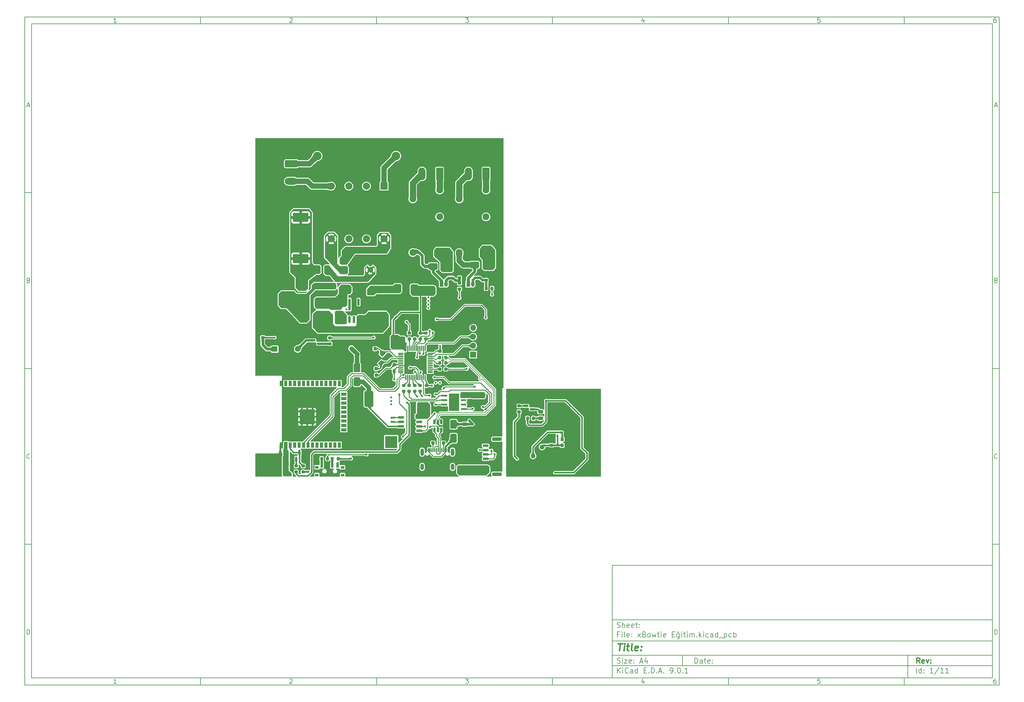
<source format=gtl>
%TF.GenerationSoftware,KiCad,Pcbnew,9.0.1*%
%TF.CreationDate,2025-04-08T16:08:48+03:00*%
%TF.ProjectId,xBowtie E_itim,78426f77-7469-4652-9045-1f6974696d2e,rev?*%
%TF.SameCoordinates,Original*%
%TF.FileFunction,Copper,L1,Top*%
%TF.FilePolarity,Positive*%
%FSLAX46Y46*%
G04 Gerber Fmt 4.6, Leading zero omitted, Abs format (unit mm)*
G04 Created by KiCad (PCBNEW 9.0.1) date 2025-04-08 16:08:48*
%MOMM*%
%LPD*%
G01*
G04 APERTURE LIST*
G04 Aperture macros list*
%AMRoundRect*
0 Rectangle with rounded corners*
0 $1 Rounding radius*
0 $2 $3 $4 $5 $6 $7 $8 $9 X,Y pos of 4 corners*
0 Add a 4 corners polygon primitive as box body*
4,1,4,$2,$3,$4,$5,$6,$7,$8,$9,$2,$3,0*
0 Add four circle primitives for the rounded corners*
1,1,$1+$1,$2,$3*
1,1,$1+$1,$4,$5*
1,1,$1+$1,$6,$7*
1,1,$1+$1,$8,$9*
0 Add four rect primitives between the rounded corners*
20,1,$1+$1,$2,$3,$4,$5,0*
20,1,$1+$1,$4,$5,$6,$7,0*
20,1,$1+$1,$6,$7,$8,$9,0*
20,1,$1+$1,$8,$9,$2,$3,0*%
%AMRotRect*
0 Rectangle, with rotation*
0 The origin of the aperture is its center*
0 $1 length*
0 $2 width*
0 $3 Rotation angle, in degrees counterclockwise*
0 Add horizontal line*
21,1,$1,$2,0,0,$3*%
G04 Aperture macros list end*
%ADD10C,0.100000*%
%ADD11C,0.150000*%
%ADD12C,0.300000*%
%ADD13C,0.400000*%
%TA.AperFunction,SMDPad,CuDef*%
%ADD14RoundRect,0.250000X-1.000000X1.950000X-1.000000X-1.950000X1.000000X-1.950000X1.000000X1.950000X0*%
%TD*%
%TA.AperFunction,ComponentPad*%
%ADD15RoundRect,0.250000X-1.550000X0.750000X-1.550000X-0.750000X1.550000X-0.750000X1.550000X0.750000X0*%
%TD*%
%TA.AperFunction,ComponentPad*%
%ADD16O,3.600000X2.000000*%
%TD*%
%TA.AperFunction,SMDPad,CuDef*%
%ADD17RoundRect,0.225000X0.225000X0.250000X-0.225000X0.250000X-0.225000X-0.250000X0.225000X-0.250000X0*%
%TD*%
%TA.AperFunction,SMDPad,CuDef*%
%ADD18RoundRect,0.200000X0.200000X0.275000X-0.200000X0.275000X-0.200000X-0.275000X0.200000X-0.275000X0*%
%TD*%
%TA.AperFunction,SMDPad,CuDef*%
%ADD19RoundRect,0.250000X0.550000X-1.500000X0.550000X1.500000X-0.550000X1.500000X-0.550000X-1.500000X0*%
%TD*%
%TA.AperFunction,SMDPad,CuDef*%
%ADD20RoundRect,0.200000X-0.275000X0.200000X-0.275000X-0.200000X0.275000X-0.200000X0.275000X0.200000X0*%
%TD*%
%TA.AperFunction,SMDPad,CuDef*%
%ADD21RoundRect,0.250000X0.250000X0.475000X-0.250000X0.475000X-0.250000X-0.475000X0.250000X-0.475000X0*%
%TD*%
%TA.AperFunction,SMDPad,CuDef*%
%ADD22RoundRect,0.200000X0.275000X-0.200000X0.275000X0.200000X-0.275000X0.200000X-0.275000X-0.200000X0*%
%TD*%
%TA.AperFunction,SMDPad,CuDef*%
%ADD23RoundRect,0.150000X0.700000X-0.150000X0.700000X0.150000X-0.700000X0.150000X-0.700000X-0.150000X0*%
%TD*%
%TA.AperFunction,SMDPad,CuDef*%
%ADD24RoundRect,0.250000X1.100000X-0.250000X1.100000X0.250000X-1.100000X0.250000X-1.100000X-0.250000X0*%
%TD*%
%TA.AperFunction,SMDPad,CuDef*%
%ADD25RoundRect,0.250000X-0.475000X0.250000X-0.475000X-0.250000X0.475000X-0.250000X0.475000X0.250000X0*%
%TD*%
%TA.AperFunction,SMDPad,CuDef*%
%ADD26RoundRect,0.250000X0.375000X0.625000X-0.375000X0.625000X-0.375000X-0.625000X0.375000X-0.625000X0*%
%TD*%
%TA.AperFunction,SMDPad,CuDef*%
%ADD27RoundRect,0.250000X0.475000X-0.250000X0.475000X0.250000X-0.475000X0.250000X-0.475000X-0.250000X0*%
%TD*%
%TA.AperFunction,SMDPad,CuDef*%
%ADD28RoundRect,0.225000X-0.225000X-0.250000X0.225000X-0.250000X0.225000X0.250000X-0.225000X0.250000X0*%
%TD*%
%TA.AperFunction,SMDPad,CuDef*%
%ADD29RoundRect,0.150000X-0.725000X-0.150000X0.725000X-0.150000X0.725000X0.150000X-0.725000X0.150000X0*%
%TD*%
%TA.AperFunction,SMDPad,CuDef*%
%ADD30RoundRect,0.250000X1.000000X0.650000X-1.000000X0.650000X-1.000000X-0.650000X1.000000X-0.650000X0*%
%TD*%
%TA.AperFunction,SMDPad,CuDef*%
%ADD31RoundRect,0.375000X0.375000X-0.625000X0.375000X0.625000X-0.375000X0.625000X-0.375000X-0.625000X0*%
%TD*%
%TA.AperFunction,SMDPad,CuDef*%
%ADD32RoundRect,0.500000X1.400000X-0.500000X1.400000X0.500000X-1.400000X0.500000X-1.400000X-0.500000X0*%
%TD*%
%TA.AperFunction,SMDPad,CuDef*%
%ADD33R,1.550000X0.600000*%
%TD*%
%TA.AperFunction,SMDPad,CuDef*%
%ADD34R,2.950000X4.900000*%
%TD*%
%TA.AperFunction,ComponentPad*%
%ADD35C,2.400000*%
%TD*%
%TA.AperFunction,ComponentPad*%
%ADD36O,2.400000X2.400000*%
%TD*%
%TA.AperFunction,SMDPad,CuDef*%
%ADD37RoundRect,0.243750X-0.456250X0.243750X-0.456250X-0.243750X0.456250X-0.243750X0.456250X0.243750X0*%
%TD*%
%TA.AperFunction,SMDPad,CuDef*%
%ADD38RoundRect,0.250000X-0.650000X1.000000X-0.650000X-1.000000X0.650000X-1.000000X0.650000X1.000000X0*%
%TD*%
%TA.AperFunction,SMDPad,CuDef*%
%ADD39RoundRect,0.150000X0.587500X0.150000X-0.587500X0.150000X-0.587500X-0.150000X0.587500X-0.150000X0*%
%TD*%
%TA.AperFunction,ComponentPad*%
%ADD40R,1.700000X1.700000*%
%TD*%
%TA.AperFunction,ComponentPad*%
%ADD41O,1.700000X1.700000*%
%TD*%
%TA.AperFunction,SMDPad,CuDef*%
%ADD42RoundRect,0.150000X0.150000X-0.587500X0.150000X0.587500X-0.150000X0.587500X-0.150000X-0.587500X0*%
%TD*%
%TA.AperFunction,SMDPad,CuDef*%
%ADD43R,1.000000X0.800000*%
%TD*%
%TA.AperFunction,SMDPad,CuDef*%
%ADD44R,0.700000X1.500000*%
%TD*%
%TA.AperFunction,SMDPad,CuDef*%
%ADD45RoundRect,0.150000X-0.587500X-0.150000X0.587500X-0.150000X0.587500X0.150000X-0.587500X0.150000X0*%
%TD*%
%TA.AperFunction,SMDPad,CuDef*%
%ADD46RoundRect,0.225000X-0.250000X0.225000X-0.250000X-0.225000X0.250000X-0.225000X0.250000X0.225000X0*%
%TD*%
%TA.AperFunction,ComponentPad*%
%ADD47C,1.950000*%
%TD*%
%TA.AperFunction,SMDPad,CuDef*%
%ADD48RoundRect,0.250000X-1.000000X-0.650000X1.000000X-0.650000X1.000000X0.650000X-1.000000X0.650000X0*%
%TD*%
%TA.AperFunction,SMDPad,CuDef*%
%ADD49R,1.200000X0.600000*%
%TD*%
%TA.AperFunction,SMDPad,CuDef*%
%ADD50RoundRect,0.075000X-0.662500X-0.075000X0.662500X-0.075000X0.662500X0.075000X-0.662500X0.075000X0*%
%TD*%
%TA.AperFunction,SMDPad,CuDef*%
%ADD51RoundRect,0.075000X-0.075000X-0.662500X0.075000X-0.662500X0.075000X0.662500X-0.075000X0.662500X0*%
%TD*%
%TA.AperFunction,SMDPad,CuDef*%
%ADD52RoundRect,0.225000X0.250000X-0.225000X0.250000X0.225000X-0.250000X0.225000X-0.250000X-0.225000X0*%
%TD*%
%TA.AperFunction,SMDPad,CuDef*%
%ADD53RoundRect,0.150000X0.150000X-0.825000X0.150000X0.825000X-0.150000X0.825000X-0.150000X-0.825000X0*%
%TD*%
%TA.AperFunction,SMDPad,CuDef*%
%ADD54RoundRect,0.200000X-0.200000X-0.275000X0.200000X-0.275000X0.200000X0.275000X-0.200000X0.275000X0*%
%TD*%
%TA.AperFunction,SMDPad,CuDef*%
%ADD55RoundRect,0.250000X-1.500000X0.925000X-1.500000X-0.925000X1.500000X-0.925000X1.500000X0.925000X0*%
%TD*%
%TA.AperFunction,SMDPad,CuDef*%
%ADD56RoundRect,0.250000X0.650000X-1.000000X0.650000X1.000000X-0.650000X1.000000X-0.650000X-1.000000X0*%
%TD*%
%TA.AperFunction,SMDPad,CuDef*%
%ADD57RoundRect,0.150000X-0.150000X0.512500X-0.150000X-0.512500X0.150000X-0.512500X0.150000X0.512500X0*%
%TD*%
%TA.AperFunction,SMDPad,CuDef*%
%ADD58R,0.900000X1.500000*%
%TD*%
%TA.AperFunction,SMDPad,CuDef*%
%ADD59R,1.500000X0.900000*%
%TD*%
%TA.AperFunction,SMDPad,CuDef*%
%ADD60R,1.050000X1.050000*%
%TD*%
%TA.AperFunction,HeatsinkPad*%
%ADD61C,0.600000*%
%TD*%
%TA.AperFunction,HeatsinkPad*%
%ADD62R,4.200000X4.200000*%
%TD*%
%TA.AperFunction,ComponentPad*%
%ADD63RoundRect,0.250000X-0.550000X-0.550000X0.550000X-0.550000X0.550000X0.550000X-0.550000X0.550000X0*%
%TD*%
%TA.AperFunction,ComponentPad*%
%ADD64C,1.600000*%
%TD*%
%TA.AperFunction,ComponentPad*%
%ADD65R,1.050000X1.500000*%
%TD*%
%TA.AperFunction,ComponentPad*%
%ADD66O,1.050000X1.500000*%
%TD*%
%TA.AperFunction,ComponentPad*%
%ADD67R,2.000000X2.000000*%
%TD*%
%TA.AperFunction,ComponentPad*%
%ADD68C,2.000000*%
%TD*%
%TA.AperFunction,SMDPad,CuDef*%
%ADD69RoundRect,0.250000X1.950000X1.000000X-1.950000X1.000000X-1.950000X-1.000000X1.950000X-1.000000X0*%
%TD*%
%TA.AperFunction,ComponentPad*%
%ADD70RoundRect,0.250000X0.750000X1.550000X-0.750000X1.550000X-0.750000X-1.550000X0.750000X-1.550000X0*%
%TD*%
%TA.AperFunction,ComponentPad*%
%ADD71O,2.000000X3.600000*%
%TD*%
%TA.AperFunction,ComponentPad*%
%ADD72C,1.320800*%
%TD*%
%TA.AperFunction,SMDPad,CuDef*%
%ADD73RoundRect,0.150000X-0.150000X-0.425000X0.150000X-0.425000X0.150000X0.425000X-0.150000X0.425000X0*%
%TD*%
%TA.AperFunction,SMDPad,CuDef*%
%ADD74RoundRect,0.075000X-0.075000X-0.500000X0.075000X-0.500000X0.075000X0.500000X-0.075000X0.500000X0*%
%TD*%
%TA.AperFunction,HeatsinkPad*%
%ADD75O,1.000000X2.100000*%
%TD*%
%TA.AperFunction,HeatsinkPad*%
%ADD76O,1.000000X1.800000*%
%TD*%
%TA.AperFunction,ComponentPad*%
%ADD77R,3.500000X3.500000*%
%TD*%
%TA.AperFunction,ComponentPad*%
%ADD78RoundRect,0.750000X1.000000X-0.750000X1.000000X0.750000X-1.000000X0.750000X-1.000000X-0.750000X0*%
%TD*%
%TA.AperFunction,ComponentPad*%
%ADD79RoundRect,0.875000X0.875000X-0.875000X0.875000X0.875000X-0.875000X0.875000X-0.875000X-0.875000X0*%
%TD*%
%TA.AperFunction,ComponentPad*%
%ADD80RoundRect,0.750000X-0.750000X-1.000000X0.750000X-1.000000X0.750000X1.000000X-0.750000X1.000000X0*%
%TD*%
%TA.AperFunction,ComponentPad*%
%ADD81RoundRect,0.875000X-0.875000X-0.875000X0.875000X-0.875000X0.875000X0.875000X-0.875000X0.875000X0*%
%TD*%
%TA.AperFunction,SMDPad,CuDef*%
%ADD82RotRect,1.400000X1.150000X45.000000*%
%TD*%
%TA.AperFunction,ComponentPad*%
%ADD83R,1.600000X1.600000*%
%TD*%
%TA.AperFunction,ViaPad*%
%ADD84C,0.600000*%
%TD*%
%TA.AperFunction,ViaPad*%
%ADD85C,0.500000*%
%TD*%
%TA.AperFunction,Conductor*%
%ADD86C,0.635000*%
%TD*%
%TA.AperFunction,Conductor*%
%ADD87C,1.778000*%
%TD*%
%TA.AperFunction,Conductor*%
%ADD88C,0.203200*%
%TD*%
%TA.AperFunction,Conductor*%
%ADD89C,0.508000*%
%TD*%
%TA.AperFunction,Conductor*%
%ADD90C,0.762000*%
%TD*%
%TA.AperFunction,Conductor*%
%ADD91C,0.381000*%
%TD*%
%TA.AperFunction,Conductor*%
%ADD92C,0.254000*%
%TD*%
%TA.AperFunction,Conductor*%
%ADD93C,1.270000*%
%TD*%
%TA.AperFunction,Conductor*%
%ADD94C,1.524000*%
%TD*%
G04 APERTURE END LIST*
D10*
D11*
X177002200Y-166007200D02*
X285002200Y-166007200D01*
X285002200Y-198007200D01*
X177002200Y-198007200D01*
X177002200Y-166007200D01*
D10*
D11*
X10000000Y-10000000D02*
X287002200Y-10000000D01*
X287002200Y-200007200D01*
X10000000Y-200007200D01*
X10000000Y-10000000D01*
D10*
D11*
X12000000Y-12000000D02*
X285002200Y-12000000D01*
X285002200Y-198007200D01*
X12000000Y-198007200D01*
X12000000Y-12000000D01*
D10*
D11*
X60000000Y-12000000D02*
X60000000Y-10000000D01*
D10*
D11*
X110000000Y-12000000D02*
X110000000Y-10000000D01*
D10*
D11*
X160000000Y-12000000D02*
X160000000Y-10000000D01*
D10*
D11*
X210000000Y-12000000D02*
X210000000Y-10000000D01*
D10*
D11*
X260000000Y-12000000D02*
X260000000Y-10000000D01*
D10*
D11*
X36089160Y-11593604D02*
X35346303Y-11593604D01*
X35717731Y-11593604D02*
X35717731Y-10293604D01*
X35717731Y-10293604D02*
X35593922Y-10479319D01*
X35593922Y-10479319D02*
X35470112Y-10603128D01*
X35470112Y-10603128D02*
X35346303Y-10665033D01*
D10*
D11*
X85346303Y-10417414D02*
X85408207Y-10355509D01*
X85408207Y-10355509D02*
X85532017Y-10293604D01*
X85532017Y-10293604D02*
X85841541Y-10293604D01*
X85841541Y-10293604D02*
X85965350Y-10355509D01*
X85965350Y-10355509D02*
X86027255Y-10417414D01*
X86027255Y-10417414D02*
X86089160Y-10541223D01*
X86089160Y-10541223D02*
X86089160Y-10665033D01*
X86089160Y-10665033D02*
X86027255Y-10850747D01*
X86027255Y-10850747D02*
X85284398Y-11593604D01*
X85284398Y-11593604D02*
X86089160Y-11593604D01*
D10*
D11*
X135284398Y-10293604D02*
X136089160Y-10293604D01*
X136089160Y-10293604D02*
X135655826Y-10788842D01*
X135655826Y-10788842D02*
X135841541Y-10788842D01*
X135841541Y-10788842D02*
X135965350Y-10850747D01*
X135965350Y-10850747D02*
X136027255Y-10912652D01*
X136027255Y-10912652D02*
X136089160Y-11036461D01*
X136089160Y-11036461D02*
X136089160Y-11345985D01*
X136089160Y-11345985D02*
X136027255Y-11469795D01*
X136027255Y-11469795D02*
X135965350Y-11531700D01*
X135965350Y-11531700D02*
X135841541Y-11593604D01*
X135841541Y-11593604D02*
X135470112Y-11593604D01*
X135470112Y-11593604D02*
X135346303Y-11531700D01*
X135346303Y-11531700D02*
X135284398Y-11469795D01*
D10*
D11*
X185965350Y-10726938D02*
X185965350Y-11593604D01*
X185655826Y-10231700D02*
X185346303Y-11160271D01*
X185346303Y-11160271D02*
X186151064Y-11160271D01*
D10*
D11*
X236027255Y-10293604D02*
X235408207Y-10293604D01*
X235408207Y-10293604D02*
X235346303Y-10912652D01*
X235346303Y-10912652D02*
X235408207Y-10850747D01*
X235408207Y-10850747D02*
X235532017Y-10788842D01*
X235532017Y-10788842D02*
X235841541Y-10788842D01*
X235841541Y-10788842D02*
X235965350Y-10850747D01*
X235965350Y-10850747D02*
X236027255Y-10912652D01*
X236027255Y-10912652D02*
X236089160Y-11036461D01*
X236089160Y-11036461D02*
X236089160Y-11345985D01*
X236089160Y-11345985D02*
X236027255Y-11469795D01*
X236027255Y-11469795D02*
X235965350Y-11531700D01*
X235965350Y-11531700D02*
X235841541Y-11593604D01*
X235841541Y-11593604D02*
X235532017Y-11593604D01*
X235532017Y-11593604D02*
X235408207Y-11531700D01*
X235408207Y-11531700D02*
X235346303Y-11469795D01*
D10*
D11*
X285965350Y-10293604D02*
X285717731Y-10293604D01*
X285717731Y-10293604D02*
X285593922Y-10355509D01*
X285593922Y-10355509D02*
X285532017Y-10417414D01*
X285532017Y-10417414D02*
X285408207Y-10603128D01*
X285408207Y-10603128D02*
X285346303Y-10850747D01*
X285346303Y-10850747D02*
X285346303Y-11345985D01*
X285346303Y-11345985D02*
X285408207Y-11469795D01*
X285408207Y-11469795D02*
X285470112Y-11531700D01*
X285470112Y-11531700D02*
X285593922Y-11593604D01*
X285593922Y-11593604D02*
X285841541Y-11593604D01*
X285841541Y-11593604D02*
X285965350Y-11531700D01*
X285965350Y-11531700D02*
X286027255Y-11469795D01*
X286027255Y-11469795D02*
X286089160Y-11345985D01*
X286089160Y-11345985D02*
X286089160Y-11036461D01*
X286089160Y-11036461D02*
X286027255Y-10912652D01*
X286027255Y-10912652D02*
X285965350Y-10850747D01*
X285965350Y-10850747D02*
X285841541Y-10788842D01*
X285841541Y-10788842D02*
X285593922Y-10788842D01*
X285593922Y-10788842D02*
X285470112Y-10850747D01*
X285470112Y-10850747D02*
X285408207Y-10912652D01*
X285408207Y-10912652D02*
X285346303Y-11036461D01*
D10*
D11*
X60000000Y-198007200D02*
X60000000Y-200007200D01*
D10*
D11*
X110000000Y-198007200D02*
X110000000Y-200007200D01*
D10*
D11*
X160000000Y-198007200D02*
X160000000Y-200007200D01*
D10*
D11*
X210000000Y-198007200D02*
X210000000Y-200007200D01*
D10*
D11*
X260000000Y-198007200D02*
X260000000Y-200007200D01*
D10*
D11*
X36089160Y-199600804D02*
X35346303Y-199600804D01*
X35717731Y-199600804D02*
X35717731Y-198300804D01*
X35717731Y-198300804D02*
X35593922Y-198486519D01*
X35593922Y-198486519D02*
X35470112Y-198610328D01*
X35470112Y-198610328D02*
X35346303Y-198672233D01*
D10*
D11*
X85346303Y-198424614D02*
X85408207Y-198362709D01*
X85408207Y-198362709D02*
X85532017Y-198300804D01*
X85532017Y-198300804D02*
X85841541Y-198300804D01*
X85841541Y-198300804D02*
X85965350Y-198362709D01*
X85965350Y-198362709D02*
X86027255Y-198424614D01*
X86027255Y-198424614D02*
X86089160Y-198548423D01*
X86089160Y-198548423D02*
X86089160Y-198672233D01*
X86089160Y-198672233D02*
X86027255Y-198857947D01*
X86027255Y-198857947D02*
X85284398Y-199600804D01*
X85284398Y-199600804D02*
X86089160Y-199600804D01*
D10*
D11*
X135284398Y-198300804D02*
X136089160Y-198300804D01*
X136089160Y-198300804D02*
X135655826Y-198796042D01*
X135655826Y-198796042D02*
X135841541Y-198796042D01*
X135841541Y-198796042D02*
X135965350Y-198857947D01*
X135965350Y-198857947D02*
X136027255Y-198919852D01*
X136027255Y-198919852D02*
X136089160Y-199043661D01*
X136089160Y-199043661D02*
X136089160Y-199353185D01*
X136089160Y-199353185D02*
X136027255Y-199476995D01*
X136027255Y-199476995D02*
X135965350Y-199538900D01*
X135965350Y-199538900D02*
X135841541Y-199600804D01*
X135841541Y-199600804D02*
X135470112Y-199600804D01*
X135470112Y-199600804D02*
X135346303Y-199538900D01*
X135346303Y-199538900D02*
X135284398Y-199476995D01*
D10*
D11*
X185965350Y-198734138D02*
X185965350Y-199600804D01*
X185655826Y-198238900D02*
X185346303Y-199167471D01*
X185346303Y-199167471D02*
X186151064Y-199167471D01*
D10*
D11*
X236027255Y-198300804D02*
X235408207Y-198300804D01*
X235408207Y-198300804D02*
X235346303Y-198919852D01*
X235346303Y-198919852D02*
X235408207Y-198857947D01*
X235408207Y-198857947D02*
X235532017Y-198796042D01*
X235532017Y-198796042D02*
X235841541Y-198796042D01*
X235841541Y-198796042D02*
X235965350Y-198857947D01*
X235965350Y-198857947D02*
X236027255Y-198919852D01*
X236027255Y-198919852D02*
X236089160Y-199043661D01*
X236089160Y-199043661D02*
X236089160Y-199353185D01*
X236089160Y-199353185D02*
X236027255Y-199476995D01*
X236027255Y-199476995D02*
X235965350Y-199538900D01*
X235965350Y-199538900D02*
X235841541Y-199600804D01*
X235841541Y-199600804D02*
X235532017Y-199600804D01*
X235532017Y-199600804D02*
X235408207Y-199538900D01*
X235408207Y-199538900D02*
X235346303Y-199476995D01*
D10*
D11*
X285965350Y-198300804D02*
X285717731Y-198300804D01*
X285717731Y-198300804D02*
X285593922Y-198362709D01*
X285593922Y-198362709D02*
X285532017Y-198424614D01*
X285532017Y-198424614D02*
X285408207Y-198610328D01*
X285408207Y-198610328D02*
X285346303Y-198857947D01*
X285346303Y-198857947D02*
X285346303Y-199353185D01*
X285346303Y-199353185D02*
X285408207Y-199476995D01*
X285408207Y-199476995D02*
X285470112Y-199538900D01*
X285470112Y-199538900D02*
X285593922Y-199600804D01*
X285593922Y-199600804D02*
X285841541Y-199600804D01*
X285841541Y-199600804D02*
X285965350Y-199538900D01*
X285965350Y-199538900D02*
X286027255Y-199476995D01*
X286027255Y-199476995D02*
X286089160Y-199353185D01*
X286089160Y-199353185D02*
X286089160Y-199043661D01*
X286089160Y-199043661D02*
X286027255Y-198919852D01*
X286027255Y-198919852D02*
X285965350Y-198857947D01*
X285965350Y-198857947D02*
X285841541Y-198796042D01*
X285841541Y-198796042D02*
X285593922Y-198796042D01*
X285593922Y-198796042D02*
X285470112Y-198857947D01*
X285470112Y-198857947D02*
X285408207Y-198919852D01*
X285408207Y-198919852D02*
X285346303Y-199043661D01*
D10*
D11*
X10000000Y-60000000D02*
X12000000Y-60000000D01*
D10*
D11*
X10000000Y-110000000D02*
X12000000Y-110000000D01*
D10*
D11*
X10000000Y-160000000D02*
X12000000Y-160000000D01*
D10*
D11*
X10690476Y-35222176D02*
X11309523Y-35222176D01*
X10566666Y-35593604D02*
X10999999Y-34293604D01*
X10999999Y-34293604D02*
X11433333Y-35593604D01*
D10*
D11*
X11092857Y-84912652D02*
X11278571Y-84974557D01*
X11278571Y-84974557D02*
X11340476Y-85036461D01*
X11340476Y-85036461D02*
X11402380Y-85160271D01*
X11402380Y-85160271D02*
X11402380Y-85345985D01*
X11402380Y-85345985D02*
X11340476Y-85469795D01*
X11340476Y-85469795D02*
X11278571Y-85531700D01*
X11278571Y-85531700D02*
X11154761Y-85593604D01*
X11154761Y-85593604D02*
X10659523Y-85593604D01*
X10659523Y-85593604D02*
X10659523Y-84293604D01*
X10659523Y-84293604D02*
X11092857Y-84293604D01*
X11092857Y-84293604D02*
X11216666Y-84355509D01*
X11216666Y-84355509D02*
X11278571Y-84417414D01*
X11278571Y-84417414D02*
X11340476Y-84541223D01*
X11340476Y-84541223D02*
X11340476Y-84665033D01*
X11340476Y-84665033D02*
X11278571Y-84788842D01*
X11278571Y-84788842D02*
X11216666Y-84850747D01*
X11216666Y-84850747D02*
X11092857Y-84912652D01*
X11092857Y-84912652D02*
X10659523Y-84912652D01*
D10*
D11*
X11402380Y-135469795D02*
X11340476Y-135531700D01*
X11340476Y-135531700D02*
X11154761Y-135593604D01*
X11154761Y-135593604D02*
X11030952Y-135593604D01*
X11030952Y-135593604D02*
X10845238Y-135531700D01*
X10845238Y-135531700D02*
X10721428Y-135407890D01*
X10721428Y-135407890D02*
X10659523Y-135284080D01*
X10659523Y-135284080D02*
X10597619Y-135036461D01*
X10597619Y-135036461D02*
X10597619Y-134850747D01*
X10597619Y-134850747D02*
X10659523Y-134603128D01*
X10659523Y-134603128D02*
X10721428Y-134479319D01*
X10721428Y-134479319D02*
X10845238Y-134355509D01*
X10845238Y-134355509D02*
X11030952Y-134293604D01*
X11030952Y-134293604D02*
X11154761Y-134293604D01*
X11154761Y-134293604D02*
X11340476Y-134355509D01*
X11340476Y-134355509D02*
X11402380Y-134417414D01*
D10*
D11*
X10659523Y-185593604D02*
X10659523Y-184293604D01*
X10659523Y-184293604D02*
X10969047Y-184293604D01*
X10969047Y-184293604D02*
X11154761Y-184355509D01*
X11154761Y-184355509D02*
X11278571Y-184479319D01*
X11278571Y-184479319D02*
X11340476Y-184603128D01*
X11340476Y-184603128D02*
X11402380Y-184850747D01*
X11402380Y-184850747D02*
X11402380Y-185036461D01*
X11402380Y-185036461D02*
X11340476Y-185284080D01*
X11340476Y-185284080D02*
X11278571Y-185407890D01*
X11278571Y-185407890D02*
X11154761Y-185531700D01*
X11154761Y-185531700D02*
X10969047Y-185593604D01*
X10969047Y-185593604D02*
X10659523Y-185593604D01*
D10*
D11*
X287002200Y-60000000D02*
X285002200Y-60000000D01*
D10*
D11*
X287002200Y-110000000D02*
X285002200Y-110000000D01*
D10*
D11*
X287002200Y-160000000D02*
X285002200Y-160000000D01*
D10*
D11*
X285692676Y-35222176D02*
X286311723Y-35222176D01*
X285568866Y-35593604D02*
X286002199Y-34293604D01*
X286002199Y-34293604D02*
X286435533Y-35593604D01*
D10*
D11*
X286095057Y-84912652D02*
X286280771Y-84974557D01*
X286280771Y-84974557D02*
X286342676Y-85036461D01*
X286342676Y-85036461D02*
X286404580Y-85160271D01*
X286404580Y-85160271D02*
X286404580Y-85345985D01*
X286404580Y-85345985D02*
X286342676Y-85469795D01*
X286342676Y-85469795D02*
X286280771Y-85531700D01*
X286280771Y-85531700D02*
X286156961Y-85593604D01*
X286156961Y-85593604D02*
X285661723Y-85593604D01*
X285661723Y-85593604D02*
X285661723Y-84293604D01*
X285661723Y-84293604D02*
X286095057Y-84293604D01*
X286095057Y-84293604D02*
X286218866Y-84355509D01*
X286218866Y-84355509D02*
X286280771Y-84417414D01*
X286280771Y-84417414D02*
X286342676Y-84541223D01*
X286342676Y-84541223D02*
X286342676Y-84665033D01*
X286342676Y-84665033D02*
X286280771Y-84788842D01*
X286280771Y-84788842D02*
X286218866Y-84850747D01*
X286218866Y-84850747D02*
X286095057Y-84912652D01*
X286095057Y-84912652D02*
X285661723Y-84912652D01*
D10*
D11*
X286404580Y-135469795D02*
X286342676Y-135531700D01*
X286342676Y-135531700D02*
X286156961Y-135593604D01*
X286156961Y-135593604D02*
X286033152Y-135593604D01*
X286033152Y-135593604D02*
X285847438Y-135531700D01*
X285847438Y-135531700D02*
X285723628Y-135407890D01*
X285723628Y-135407890D02*
X285661723Y-135284080D01*
X285661723Y-135284080D02*
X285599819Y-135036461D01*
X285599819Y-135036461D02*
X285599819Y-134850747D01*
X285599819Y-134850747D02*
X285661723Y-134603128D01*
X285661723Y-134603128D02*
X285723628Y-134479319D01*
X285723628Y-134479319D02*
X285847438Y-134355509D01*
X285847438Y-134355509D02*
X286033152Y-134293604D01*
X286033152Y-134293604D02*
X286156961Y-134293604D01*
X286156961Y-134293604D02*
X286342676Y-134355509D01*
X286342676Y-134355509D02*
X286404580Y-134417414D01*
D10*
D11*
X285661723Y-185593604D02*
X285661723Y-184293604D01*
X285661723Y-184293604D02*
X285971247Y-184293604D01*
X285971247Y-184293604D02*
X286156961Y-184355509D01*
X286156961Y-184355509D02*
X286280771Y-184479319D01*
X286280771Y-184479319D02*
X286342676Y-184603128D01*
X286342676Y-184603128D02*
X286404580Y-184850747D01*
X286404580Y-184850747D02*
X286404580Y-185036461D01*
X286404580Y-185036461D02*
X286342676Y-185284080D01*
X286342676Y-185284080D02*
X286280771Y-185407890D01*
X286280771Y-185407890D02*
X286156961Y-185531700D01*
X286156961Y-185531700D02*
X285971247Y-185593604D01*
X285971247Y-185593604D02*
X285661723Y-185593604D01*
D10*
D11*
X200458026Y-193793328D02*
X200458026Y-192293328D01*
X200458026Y-192293328D02*
X200815169Y-192293328D01*
X200815169Y-192293328D02*
X201029455Y-192364757D01*
X201029455Y-192364757D02*
X201172312Y-192507614D01*
X201172312Y-192507614D02*
X201243741Y-192650471D01*
X201243741Y-192650471D02*
X201315169Y-192936185D01*
X201315169Y-192936185D02*
X201315169Y-193150471D01*
X201315169Y-193150471D02*
X201243741Y-193436185D01*
X201243741Y-193436185D02*
X201172312Y-193579042D01*
X201172312Y-193579042D02*
X201029455Y-193721900D01*
X201029455Y-193721900D02*
X200815169Y-193793328D01*
X200815169Y-193793328D02*
X200458026Y-193793328D01*
X202600884Y-193793328D02*
X202600884Y-193007614D01*
X202600884Y-193007614D02*
X202529455Y-192864757D01*
X202529455Y-192864757D02*
X202386598Y-192793328D01*
X202386598Y-192793328D02*
X202100884Y-192793328D01*
X202100884Y-192793328D02*
X201958026Y-192864757D01*
X202600884Y-193721900D02*
X202458026Y-193793328D01*
X202458026Y-193793328D02*
X202100884Y-193793328D01*
X202100884Y-193793328D02*
X201958026Y-193721900D01*
X201958026Y-193721900D02*
X201886598Y-193579042D01*
X201886598Y-193579042D02*
X201886598Y-193436185D01*
X201886598Y-193436185D02*
X201958026Y-193293328D01*
X201958026Y-193293328D02*
X202100884Y-193221900D01*
X202100884Y-193221900D02*
X202458026Y-193221900D01*
X202458026Y-193221900D02*
X202600884Y-193150471D01*
X203100884Y-192793328D02*
X203672312Y-192793328D01*
X203315169Y-192293328D02*
X203315169Y-193579042D01*
X203315169Y-193579042D02*
X203386598Y-193721900D01*
X203386598Y-193721900D02*
X203529455Y-193793328D01*
X203529455Y-193793328D02*
X203672312Y-193793328D01*
X204743741Y-193721900D02*
X204600884Y-193793328D01*
X204600884Y-193793328D02*
X204315170Y-193793328D01*
X204315170Y-193793328D02*
X204172312Y-193721900D01*
X204172312Y-193721900D02*
X204100884Y-193579042D01*
X204100884Y-193579042D02*
X204100884Y-193007614D01*
X204100884Y-193007614D02*
X204172312Y-192864757D01*
X204172312Y-192864757D02*
X204315170Y-192793328D01*
X204315170Y-192793328D02*
X204600884Y-192793328D01*
X204600884Y-192793328D02*
X204743741Y-192864757D01*
X204743741Y-192864757D02*
X204815170Y-193007614D01*
X204815170Y-193007614D02*
X204815170Y-193150471D01*
X204815170Y-193150471D02*
X204100884Y-193293328D01*
X205458026Y-193650471D02*
X205529455Y-193721900D01*
X205529455Y-193721900D02*
X205458026Y-193793328D01*
X205458026Y-193793328D02*
X205386598Y-193721900D01*
X205386598Y-193721900D02*
X205458026Y-193650471D01*
X205458026Y-193650471D02*
X205458026Y-193793328D01*
X205458026Y-192864757D02*
X205529455Y-192936185D01*
X205529455Y-192936185D02*
X205458026Y-193007614D01*
X205458026Y-193007614D02*
X205386598Y-192936185D01*
X205386598Y-192936185D02*
X205458026Y-192864757D01*
X205458026Y-192864757D02*
X205458026Y-193007614D01*
D10*
D11*
X177002200Y-194507200D02*
X285002200Y-194507200D01*
D10*
D11*
X178458026Y-196593328D02*
X178458026Y-195093328D01*
X179315169Y-196593328D02*
X178672312Y-195736185D01*
X179315169Y-195093328D02*
X178458026Y-195950471D01*
X179958026Y-196593328D02*
X179958026Y-195593328D01*
X179958026Y-195093328D02*
X179886598Y-195164757D01*
X179886598Y-195164757D02*
X179958026Y-195236185D01*
X179958026Y-195236185D02*
X180029455Y-195164757D01*
X180029455Y-195164757D02*
X179958026Y-195093328D01*
X179958026Y-195093328D02*
X179958026Y-195236185D01*
X181529455Y-196450471D02*
X181458027Y-196521900D01*
X181458027Y-196521900D02*
X181243741Y-196593328D01*
X181243741Y-196593328D02*
X181100884Y-196593328D01*
X181100884Y-196593328D02*
X180886598Y-196521900D01*
X180886598Y-196521900D02*
X180743741Y-196379042D01*
X180743741Y-196379042D02*
X180672312Y-196236185D01*
X180672312Y-196236185D02*
X180600884Y-195950471D01*
X180600884Y-195950471D02*
X180600884Y-195736185D01*
X180600884Y-195736185D02*
X180672312Y-195450471D01*
X180672312Y-195450471D02*
X180743741Y-195307614D01*
X180743741Y-195307614D02*
X180886598Y-195164757D01*
X180886598Y-195164757D02*
X181100884Y-195093328D01*
X181100884Y-195093328D02*
X181243741Y-195093328D01*
X181243741Y-195093328D02*
X181458027Y-195164757D01*
X181458027Y-195164757D02*
X181529455Y-195236185D01*
X182815170Y-196593328D02*
X182815170Y-195807614D01*
X182815170Y-195807614D02*
X182743741Y-195664757D01*
X182743741Y-195664757D02*
X182600884Y-195593328D01*
X182600884Y-195593328D02*
X182315170Y-195593328D01*
X182315170Y-195593328D02*
X182172312Y-195664757D01*
X182815170Y-196521900D02*
X182672312Y-196593328D01*
X182672312Y-196593328D02*
X182315170Y-196593328D01*
X182315170Y-196593328D02*
X182172312Y-196521900D01*
X182172312Y-196521900D02*
X182100884Y-196379042D01*
X182100884Y-196379042D02*
X182100884Y-196236185D01*
X182100884Y-196236185D02*
X182172312Y-196093328D01*
X182172312Y-196093328D02*
X182315170Y-196021900D01*
X182315170Y-196021900D02*
X182672312Y-196021900D01*
X182672312Y-196021900D02*
X182815170Y-195950471D01*
X184172313Y-196593328D02*
X184172313Y-195093328D01*
X184172313Y-196521900D02*
X184029455Y-196593328D01*
X184029455Y-196593328D02*
X183743741Y-196593328D01*
X183743741Y-196593328D02*
X183600884Y-196521900D01*
X183600884Y-196521900D02*
X183529455Y-196450471D01*
X183529455Y-196450471D02*
X183458027Y-196307614D01*
X183458027Y-196307614D02*
X183458027Y-195879042D01*
X183458027Y-195879042D02*
X183529455Y-195736185D01*
X183529455Y-195736185D02*
X183600884Y-195664757D01*
X183600884Y-195664757D02*
X183743741Y-195593328D01*
X183743741Y-195593328D02*
X184029455Y-195593328D01*
X184029455Y-195593328D02*
X184172313Y-195664757D01*
X186029455Y-195807614D02*
X186529455Y-195807614D01*
X186743741Y-196593328D02*
X186029455Y-196593328D01*
X186029455Y-196593328D02*
X186029455Y-195093328D01*
X186029455Y-195093328D02*
X186743741Y-195093328D01*
X187386598Y-196450471D02*
X187458027Y-196521900D01*
X187458027Y-196521900D02*
X187386598Y-196593328D01*
X187386598Y-196593328D02*
X187315170Y-196521900D01*
X187315170Y-196521900D02*
X187386598Y-196450471D01*
X187386598Y-196450471D02*
X187386598Y-196593328D01*
X188100884Y-196593328D02*
X188100884Y-195093328D01*
X188100884Y-195093328D02*
X188458027Y-195093328D01*
X188458027Y-195093328D02*
X188672313Y-195164757D01*
X188672313Y-195164757D02*
X188815170Y-195307614D01*
X188815170Y-195307614D02*
X188886599Y-195450471D01*
X188886599Y-195450471D02*
X188958027Y-195736185D01*
X188958027Y-195736185D02*
X188958027Y-195950471D01*
X188958027Y-195950471D02*
X188886599Y-196236185D01*
X188886599Y-196236185D02*
X188815170Y-196379042D01*
X188815170Y-196379042D02*
X188672313Y-196521900D01*
X188672313Y-196521900D02*
X188458027Y-196593328D01*
X188458027Y-196593328D02*
X188100884Y-196593328D01*
X189600884Y-196450471D02*
X189672313Y-196521900D01*
X189672313Y-196521900D02*
X189600884Y-196593328D01*
X189600884Y-196593328D02*
X189529456Y-196521900D01*
X189529456Y-196521900D02*
X189600884Y-196450471D01*
X189600884Y-196450471D02*
X189600884Y-196593328D01*
X190243742Y-196164757D02*
X190958028Y-196164757D01*
X190100885Y-196593328D02*
X190600885Y-195093328D01*
X190600885Y-195093328D02*
X191100885Y-196593328D01*
X191600884Y-196450471D02*
X191672313Y-196521900D01*
X191672313Y-196521900D02*
X191600884Y-196593328D01*
X191600884Y-196593328D02*
X191529456Y-196521900D01*
X191529456Y-196521900D02*
X191600884Y-196450471D01*
X191600884Y-196450471D02*
X191600884Y-196593328D01*
X193529456Y-196593328D02*
X193815170Y-196593328D01*
X193815170Y-196593328D02*
X193958027Y-196521900D01*
X193958027Y-196521900D02*
X194029456Y-196450471D01*
X194029456Y-196450471D02*
X194172313Y-196236185D01*
X194172313Y-196236185D02*
X194243742Y-195950471D01*
X194243742Y-195950471D02*
X194243742Y-195379042D01*
X194243742Y-195379042D02*
X194172313Y-195236185D01*
X194172313Y-195236185D02*
X194100885Y-195164757D01*
X194100885Y-195164757D02*
X193958027Y-195093328D01*
X193958027Y-195093328D02*
X193672313Y-195093328D01*
X193672313Y-195093328D02*
X193529456Y-195164757D01*
X193529456Y-195164757D02*
X193458027Y-195236185D01*
X193458027Y-195236185D02*
X193386599Y-195379042D01*
X193386599Y-195379042D02*
X193386599Y-195736185D01*
X193386599Y-195736185D02*
X193458027Y-195879042D01*
X193458027Y-195879042D02*
X193529456Y-195950471D01*
X193529456Y-195950471D02*
X193672313Y-196021900D01*
X193672313Y-196021900D02*
X193958027Y-196021900D01*
X193958027Y-196021900D02*
X194100885Y-195950471D01*
X194100885Y-195950471D02*
X194172313Y-195879042D01*
X194172313Y-195879042D02*
X194243742Y-195736185D01*
X194886598Y-196450471D02*
X194958027Y-196521900D01*
X194958027Y-196521900D02*
X194886598Y-196593328D01*
X194886598Y-196593328D02*
X194815170Y-196521900D01*
X194815170Y-196521900D02*
X194886598Y-196450471D01*
X194886598Y-196450471D02*
X194886598Y-196593328D01*
X195886599Y-195093328D02*
X196029456Y-195093328D01*
X196029456Y-195093328D02*
X196172313Y-195164757D01*
X196172313Y-195164757D02*
X196243742Y-195236185D01*
X196243742Y-195236185D02*
X196315170Y-195379042D01*
X196315170Y-195379042D02*
X196386599Y-195664757D01*
X196386599Y-195664757D02*
X196386599Y-196021900D01*
X196386599Y-196021900D02*
X196315170Y-196307614D01*
X196315170Y-196307614D02*
X196243742Y-196450471D01*
X196243742Y-196450471D02*
X196172313Y-196521900D01*
X196172313Y-196521900D02*
X196029456Y-196593328D01*
X196029456Y-196593328D02*
X195886599Y-196593328D01*
X195886599Y-196593328D02*
X195743742Y-196521900D01*
X195743742Y-196521900D02*
X195672313Y-196450471D01*
X195672313Y-196450471D02*
X195600884Y-196307614D01*
X195600884Y-196307614D02*
X195529456Y-196021900D01*
X195529456Y-196021900D02*
X195529456Y-195664757D01*
X195529456Y-195664757D02*
X195600884Y-195379042D01*
X195600884Y-195379042D02*
X195672313Y-195236185D01*
X195672313Y-195236185D02*
X195743742Y-195164757D01*
X195743742Y-195164757D02*
X195886599Y-195093328D01*
X197029455Y-196450471D02*
X197100884Y-196521900D01*
X197100884Y-196521900D02*
X197029455Y-196593328D01*
X197029455Y-196593328D02*
X196958027Y-196521900D01*
X196958027Y-196521900D02*
X197029455Y-196450471D01*
X197029455Y-196450471D02*
X197029455Y-196593328D01*
X198529456Y-196593328D02*
X197672313Y-196593328D01*
X198100884Y-196593328D02*
X198100884Y-195093328D01*
X198100884Y-195093328D02*
X197958027Y-195307614D01*
X197958027Y-195307614D02*
X197815170Y-195450471D01*
X197815170Y-195450471D02*
X197672313Y-195521900D01*
D10*
D11*
X177002200Y-191507200D02*
X285002200Y-191507200D01*
D10*
D12*
X264413853Y-193785528D02*
X263913853Y-193071242D01*
X263556710Y-193785528D02*
X263556710Y-192285528D01*
X263556710Y-192285528D02*
X264128139Y-192285528D01*
X264128139Y-192285528D02*
X264270996Y-192356957D01*
X264270996Y-192356957D02*
X264342425Y-192428385D01*
X264342425Y-192428385D02*
X264413853Y-192571242D01*
X264413853Y-192571242D02*
X264413853Y-192785528D01*
X264413853Y-192785528D02*
X264342425Y-192928385D01*
X264342425Y-192928385D02*
X264270996Y-192999814D01*
X264270996Y-192999814D02*
X264128139Y-193071242D01*
X264128139Y-193071242D02*
X263556710Y-193071242D01*
X265628139Y-193714100D02*
X265485282Y-193785528D01*
X265485282Y-193785528D02*
X265199568Y-193785528D01*
X265199568Y-193785528D02*
X265056710Y-193714100D01*
X265056710Y-193714100D02*
X264985282Y-193571242D01*
X264985282Y-193571242D02*
X264985282Y-192999814D01*
X264985282Y-192999814D02*
X265056710Y-192856957D01*
X265056710Y-192856957D02*
X265199568Y-192785528D01*
X265199568Y-192785528D02*
X265485282Y-192785528D01*
X265485282Y-192785528D02*
X265628139Y-192856957D01*
X265628139Y-192856957D02*
X265699568Y-192999814D01*
X265699568Y-192999814D02*
X265699568Y-193142671D01*
X265699568Y-193142671D02*
X264985282Y-193285528D01*
X266199567Y-192785528D02*
X266556710Y-193785528D01*
X266556710Y-193785528D02*
X266913853Y-192785528D01*
X267485281Y-193642671D02*
X267556710Y-193714100D01*
X267556710Y-193714100D02*
X267485281Y-193785528D01*
X267485281Y-193785528D02*
X267413853Y-193714100D01*
X267413853Y-193714100D02*
X267485281Y-193642671D01*
X267485281Y-193642671D02*
X267485281Y-193785528D01*
X267485281Y-192856957D02*
X267556710Y-192928385D01*
X267556710Y-192928385D02*
X267485281Y-192999814D01*
X267485281Y-192999814D02*
X267413853Y-192928385D01*
X267413853Y-192928385D02*
X267485281Y-192856957D01*
X267485281Y-192856957D02*
X267485281Y-192999814D01*
D10*
D11*
X178386598Y-193721900D02*
X178600884Y-193793328D01*
X178600884Y-193793328D02*
X178958026Y-193793328D01*
X178958026Y-193793328D02*
X179100884Y-193721900D01*
X179100884Y-193721900D02*
X179172312Y-193650471D01*
X179172312Y-193650471D02*
X179243741Y-193507614D01*
X179243741Y-193507614D02*
X179243741Y-193364757D01*
X179243741Y-193364757D02*
X179172312Y-193221900D01*
X179172312Y-193221900D02*
X179100884Y-193150471D01*
X179100884Y-193150471D02*
X178958026Y-193079042D01*
X178958026Y-193079042D02*
X178672312Y-193007614D01*
X178672312Y-193007614D02*
X178529455Y-192936185D01*
X178529455Y-192936185D02*
X178458026Y-192864757D01*
X178458026Y-192864757D02*
X178386598Y-192721900D01*
X178386598Y-192721900D02*
X178386598Y-192579042D01*
X178386598Y-192579042D02*
X178458026Y-192436185D01*
X178458026Y-192436185D02*
X178529455Y-192364757D01*
X178529455Y-192364757D02*
X178672312Y-192293328D01*
X178672312Y-192293328D02*
X179029455Y-192293328D01*
X179029455Y-192293328D02*
X179243741Y-192364757D01*
X179886597Y-193793328D02*
X179886597Y-192793328D01*
X179886597Y-192293328D02*
X179815169Y-192364757D01*
X179815169Y-192364757D02*
X179886597Y-192436185D01*
X179886597Y-192436185D02*
X179958026Y-192364757D01*
X179958026Y-192364757D02*
X179886597Y-192293328D01*
X179886597Y-192293328D02*
X179886597Y-192436185D01*
X180458026Y-192793328D02*
X181243741Y-192793328D01*
X181243741Y-192793328D02*
X180458026Y-193793328D01*
X180458026Y-193793328D02*
X181243741Y-193793328D01*
X182386598Y-193721900D02*
X182243741Y-193793328D01*
X182243741Y-193793328D02*
X181958027Y-193793328D01*
X181958027Y-193793328D02*
X181815169Y-193721900D01*
X181815169Y-193721900D02*
X181743741Y-193579042D01*
X181743741Y-193579042D02*
X181743741Y-193007614D01*
X181743741Y-193007614D02*
X181815169Y-192864757D01*
X181815169Y-192864757D02*
X181958027Y-192793328D01*
X181958027Y-192793328D02*
X182243741Y-192793328D01*
X182243741Y-192793328D02*
X182386598Y-192864757D01*
X182386598Y-192864757D02*
X182458027Y-193007614D01*
X182458027Y-193007614D02*
X182458027Y-193150471D01*
X182458027Y-193150471D02*
X181743741Y-193293328D01*
X183100883Y-193650471D02*
X183172312Y-193721900D01*
X183172312Y-193721900D02*
X183100883Y-193793328D01*
X183100883Y-193793328D02*
X183029455Y-193721900D01*
X183029455Y-193721900D02*
X183100883Y-193650471D01*
X183100883Y-193650471D02*
X183100883Y-193793328D01*
X183100883Y-192864757D02*
X183172312Y-192936185D01*
X183172312Y-192936185D02*
X183100883Y-193007614D01*
X183100883Y-193007614D02*
X183029455Y-192936185D01*
X183029455Y-192936185D02*
X183100883Y-192864757D01*
X183100883Y-192864757D02*
X183100883Y-193007614D01*
X184886598Y-193364757D02*
X185600884Y-193364757D01*
X184743741Y-193793328D02*
X185243741Y-192293328D01*
X185243741Y-192293328D02*
X185743741Y-193793328D01*
X186886598Y-192793328D02*
X186886598Y-193793328D01*
X186529455Y-192221900D02*
X186172312Y-193293328D01*
X186172312Y-193293328D02*
X187100883Y-193293328D01*
D10*
D11*
X263458026Y-196593328D02*
X263458026Y-195093328D01*
X264815170Y-196593328D02*
X264815170Y-195093328D01*
X264815170Y-196521900D02*
X264672312Y-196593328D01*
X264672312Y-196593328D02*
X264386598Y-196593328D01*
X264386598Y-196593328D02*
X264243741Y-196521900D01*
X264243741Y-196521900D02*
X264172312Y-196450471D01*
X264172312Y-196450471D02*
X264100884Y-196307614D01*
X264100884Y-196307614D02*
X264100884Y-195879042D01*
X264100884Y-195879042D02*
X264172312Y-195736185D01*
X264172312Y-195736185D02*
X264243741Y-195664757D01*
X264243741Y-195664757D02*
X264386598Y-195593328D01*
X264386598Y-195593328D02*
X264672312Y-195593328D01*
X264672312Y-195593328D02*
X264815170Y-195664757D01*
X265529455Y-196450471D02*
X265600884Y-196521900D01*
X265600884Y-196521900D02*
X265529455Y-196593328D01*
X265529455Y-196593328D02*
X265458027Y-196521900D01*
X265458027Y-196521900D02*
X265529455Y-196450471D01*
X265529455Y-196450471D02*
X265529455Y-196593328D01*
X265529455Y-195664757D02*
X265600884Y-195736185D01*
X265600884Y-195736185D02*
X265529455Y-195807614D01*
X265529455Y-195807614D02*
X265458027Y-195736185D01*
X265458027Y-195736185D02*
X265529455Y-195664757D01*
X265529455Y-195664757D02*
X265529455Y-195807614D01*
X268172313Y-196593328D02*
X267315170Y-196593328D01*
X267743741Y-196593328D02*
X267743741Y-195093328D01*
X267743741Y-195093328D02*
X267600884Y-195307614D01*
X267600884Y-195307614D02*
X267458027Y-195450471D01*
X267458027Y-195450471D02*
X267315170Y-195521900D01*
X269886598Y-195021900D02*
X268600884Y-196950471D01*
X271172313Y-196593328D02*
X270315170Y-196593328D01*
X270743741Y-196593328D02*
X270743741Y-195093328D01*
X270743741Y-195093328D02*
X270600884Y-195307614D01*
X270600884Y-195307614D02*
X270458027Y-195450471D01*
X270458027Y-195450471D02*
X270315170Y-195521900D01*
X272600884Y-196593328D02*
X271743741Y-196593328D01*
X272172312Y-196593328D02*
X272172312Y-195093328D01*
X272172312Y-195093328D02*
X272029455Y-195307614D01*
X272029455Y-195307614D02*
X271886598Y-195450471D01*
X271886598Y-195450471D02*
X271743741Y-195521900D01*
D10*
D11*
X177002200Y-187507200D02*
X285002200Y-187507200D01*
D10*
D13*
X178693928Y-188211638D02*
X179836785Y-188211638D01*
X179015357Y-190211638D02*
X179265357Y-188211638D01*
X180253452Y-190211638D02*
X180420119Y-188878304D01*
X180503452Y-188211638D02*
X180396309Y-188306876D01*
X180396309Y-188306876D02*
X180479643Y-188402114D01*
X180479643Y-188402114D02*
X180586786Y-188306876D01*
X180586786Y-188306876D02*
X180503452Y-188211638D01*
X180503452Y-188211638D02*
X180479643Y-188402114D01*
X181086786Y-188878304D02*
X181848690Y-188878304D01*
X181455833Y-188211638D02*
X181241548Y-189925923D01*
X181241548Y-189925923D02*
X181312976Y-190116400D01*
X181312976Y-190116400D02*
X181491548Y-190211638D01*
X181491548Y-190211638D02*
X181682024Y-190211638D01*
X182634405Y-190211638D02*
X182455833Y-190116400D01*
X182455833Y-190116400D02*
X182384405Y-189925923D01*
X182384405Y-189925923D02*
X182598690Y-188211638D01*
X184170119Y-190116400D02*
X183967738Y-190211638D01*
X183967738Y-190211638D02*
X183586785Y-190211638D01*
X183586785Y-190211638D02*
X183408214Y-190116400D01*
X183408214Y-190116400D02*
X183336785Y-189925923D01*
X183336785Y-189925923D02*
X183432024Y-189164019D01*
X183432024Y-189164019D02*
X183551071Y-188973542D01*
X183551071Y-188973542D02*
X183753452Y-188878304D01*
X183753452Y-188878304D02*
X184134404Y-188878304D01*
X184134404Y-188878304D02*
X184312976Y-188973542D01*
X184312976Y-188973542D02*
X184384404Y-189164019D01*
X184384404Y-189164019D02*
X184360595Y-189354495D01*
X184360595Y-189354495D02*
X183384404Y-189544971D01*
X185134405Y-190021161D02*
X185217738Y-190116400D01*
X185217738Y-190116400D02*
X185110595Y-190211638D01*
X185110595Y-190211638D02*
X185027262Y-190116400D01*
X185027262Y-190116400D02*
X185134405Y-190021161D01*
X185134405Y-190021161D02*
X185110595Y-190211638D01*
X185265357Y-188973542D02*
X185348690Y-189068780D01*
X185348690Y-189068780D02*
X185241548Y-189164019D01*
X185241548Y-189164019D02*
X185158214Y-189068780D01*
X185158214Y-189068780D02*
X185265357Y-188973542D01*
X185265357Y-188973542D02*
X185241548Y-189164019D01*
D10*
D11*
X178958026Y-185607614D02*
X178458026Y-185607614D01*
X178458026Y-186393328D02*
X178458026Y-184893328D01*
X178458026Y-184893328D02*
X179172312Y-184893328D01*
X179743740Y-186393328D02*
X179743740Y-185393328D01*
X179743740Y-184893328D02*
X179672312Y-184964757D01*
X179672312Y-184964757D02*
X179743740Y-185036185D01*
X179743740Y-185036185D02*
X179815169Y-184964757D01*
X179815169Y-184964757D02*
X179743740Y-184893328D01*
X179743740Y-184893328D02*
X179743740Y-185036185D01*
X180672312Y-186393328D02*
X180529455Y-186321900D01*
X180529455Y-186321900D02*
X180458026Y-186179042D01*
X180458026Y-186179042D02*
X180458026Y-184893328D01*
X181815169Y-186321900D02*
X181672312Y-186393328D01*
X181672312Y-186393328D02*
X181386598Y-186393328D01*
X181386598Y-186393328D02*
X181243740Y-186321900D01*
X181243740Y-186321900D02*
X181172312Y-186179042D01*
X181172312Y-186179042D02*
X181172312Y-185607614D01*
X181172312Y-185607614D02*
X181243740Y-185464757D01*
X181243740Y-185464757D02*
X181386598Y-185393328D01*
X181386598Y-185393328D02*
X181672312Y-185393328D01*
X181672312Y-185393328D02*
X181815169Y-185464757D01*
X181815169Y-185464757D02*
X181886598Y-185607614D01*
X181886598Y-185607614D02*
X181886598Y-185750471D01*
X181886598Y-185750471D02*
X181172312Y-185893328D01*
X182529454Y-186250471D02*
X182600883Y-186321900D01*
X182600883Y-186321900D02*
X182529454Y-186393328D01*
X182529454Y-186393328D02*
X182458026Y-186321900D01*
X182458026Y-186321900D02*
X182529454Y-186250471D01*
X182529454Y-186250471D02*
X182529454Y-186393328D01*
X182529454Y-185464757D02*
X182600883Y-185536185D01*
X182600883Y-185536185D02*
X182529454Y-185607614D01*
X182529454Y-185607614D02*
X182458026Y-185536185D01*
X182458026Y-185536185D02*
X182529454Y-185464757D01*
X182529454Y-185464757D02*
X182529454Y-185607614D01*
X184243740Y-186393328D02*
X185029455Y-185393328D01*
X184243740Y-185393328D02*
X185029455Y-186393328D01*
X186100883Y-185607614D02*
X186315169Y-185679042D01*
X186315169Y-185679042D02*
X186386598Y-185750471D01*
X186386598Y-185750471D02*
X186458026Y-185893328D01*
X186458026Y-185893328D02*
X186458026Y-186107614D01*
X186458026Y-186107614D02*
X186386598Y-186250471D01*
X186386598Y-186250471D02*
X186315169Y-186321900D01*
X186315169Y-186321900D02*
X186172312Y-186393328D01*
X186172312Y-186393328D02*
X185600883Y-186393328D01*
X185600883Y-186393328D02*
X185600883Y-184893328D01*
X185600883Y-184893328D02*
X186100883Y-184893328D01*
X186100883Y-184893328D02*
X186243741Y-184964757D01*
X186243741Y-184964757D02*
X186315169Y-185036185D01*
X186315169Y-185036185D02*
X186386598Y-185179042D01*
X186386598Y-185179042D02*
X186386598Y-185321900D01*
X186386598Y-185321900D02*
X186315169Y-185464757D01*
X186315169Y-185464757D02*
X186243741Y-185536185D01*
X186243741Y-185536185D02*
X186100883Y-185607614D01*
X186100883Y-185607614D02*
X185600883Y-185607614D01*
X187315169Y-186393328D02*
X187172312Y-186321900D01*
X187172312Y-186321900D02*
X187100883Y-186250471D01*
X187100883Y-186250471D02*
X187029455Y-186107614D01*
X187029455Y-186107614D02*
X187029455Y-185679042D01*
X187029455Y-185679042D02*
X187100883Y-185536185D01*
X187100883Y-185536185D02*
X187172312Y-185464757D01*
X187172312Y-185464757D02*
X187315169Y-185393328D01*
X187315169Y-185393328D02*
X187529455Y-185393328D01*
X187529455Y-185393328D02*
X187672312Y-185464757D01*
X187672312Y-185464757D02*
X187743741Y-185536185D01*
X187743741Y-185536185D02*
X187815169Y-185679042D01*
X187815169Y-185679042D02*
X187815169Y-186107614D01*
X187815169Y-186107614D02*
X187743741Y-186250471D01*
X187743741Y-186250471D02*
X187672312Y-186321900D01*
X187672312Y-186321900D02*
X187529455Y-186393328D01*
X187529455Y-186393328D02*
X187315169Y-186393328D01*
X188315169Y-185393328D02*
X188600884Y-186393328D01*
X188600884Y-186393328D02*
X188886598Y-185679042D01*
X188886598Y-185679042D02*
X189172312Y-186393328D01*
X189172312Y-186393328D02*
X189458026Y-185393328D01*
X189815170Y-185393328D02*
X190386598Y-185393328D01*
X190029455Y-184893328D02*
X190029455Y-186179042D01*
X190029455Y-186179042D02*
X190100884Y-186321900D01*
X190100884Y-186321900D02*
X190243741Y-186393328D01*
X190243741Y-186393328D02*
X190386598Y-186393328D01*
X190886598Y-186393328D02*
X190886598Y-185393328D01*
X190886598Y-184893328D02*
X190815170Y-184964757D01*
X190815170Y-184964757D02*
X190886598Y-185036185D01*
X190886598Y-185036185D02*
X190958027Y-184964757D01*
X190958027Y-184964757D02*
X190886598Y-184893328D01*
X190886598Y-184893328D02*
X190886598Y-185036185D01*
X192172313Y-186321900D02*
X192029456Y-186393328D01*
X192029456Y-186393328D02*
X191743742Y-186393328D01*
X191743742Y-186393328D02*
X191600884Y-186321900D01*
X191600884Y-186321900D02*
X191529456Y-186179042D01*
X191529456Y-186179042D02*
X191529456Y-185607614D01*
X191529456Y-185607614D02*
X191600884Y-185464757D01*
X191600884Y-185464757D02*
X191743742Y-185393328D01*
X191743742Y-185393328D02*
X192029456Y-185393328D01*
X192029456Y-185393328D02*
X192172313Y-185464757D01*
X192172313Y-185464757D02*
X192243742Y-185607614D01*
X192243742Y-185607614D02*
X192243742Y-185750471D01*
X192243742Y-185750471D02*
X191529456Y-185893328D01*
X194029455Y-185607614D02*
X194529455Y-185607614D01*
X194743741Y-186393328D02*
X194029455Y-186393328D01*
X194029455Y-186393328D02*
X194029455Y-184893328D01*
X194029455Y-184893328D02*
X194743741Y-184893328D01*
X196029456Y-185393328D02*
X196029456Y-186607614D01*
X196029456Y-186607614D02*
X195958027Y-186750471D01*
X195958027Y-186750471D02*
X195886598Y-186821900D01*
X195886598Y-186821900D02*
X195743741Y-186893328D01*
X195743741Y-186893328D02*
X195529456Y-186893328D01*
X195529456Y-186893328D02*
X195386598Y-186821900D01*
X196029456Y-186321900D02*
X195886598Y-186393328D01*
X195886598Y-186393328D02*
X195600884Y-186393328D01*
X195600884Y-186393328D02*
X195458027Y-186321900D01*
X195458027Y-186321900D02*
X195386598Y-186250471D01*
X195386598Y-186250471D02*
X195315170Y-186107614D01*
X195315170Y-186107614D02*
X195315170Y-185679042D01*
X195315170Y-185679042D02*
X195386598Y-185536185D01*
X195386598Y-185536185D02*
X195458027Y-185464757D01*
X195458027Y-185464757D02*
X195600884Y-185393328D01*
X195600884Y-185393328D02*
X195886598Y-185393328D01*
X195886598Y-185393328D02*
X196029456Y-185464757D01*
X195386598Y-184821900D02*
X195458027Y-184964757D01*
X195458027Y-184964757D02*
X195600884Y-185036185D01*
X195600884Y-185036185D02*
X195743741Y-185036185D01*
X195743741Y-185036185D02*
X195886598Y-184964757D01*
X195886598Y-184964757D02*
X195958027Y-184821900D01*
X196743741Y-186393328D02*
X196743741Y-185393328D01*
X196743741Y-184893328D02*
X196672313Y-184964757D01*
X196672313Y-184964757D02*
X196743741Y-185036185D01*
X196743741Y-185036185D02*
X196815170Y-184964757D01*
X196815170Y-184964757D02*
X196743741Y-184893328D01*
X196743741Y-184893328D02*
X196743741Y-185036185D01*
X197243742Y-185393328D02*
X197815170Y-185393328D01*
X197458027Y-184893328D02*
X197458027Y-186179042D01*
X197458027Y-186179042D02*
X197529456Y-186321900D01*
X197529456Y-186321900D02*
X197672313Y-186393328D01*
X197672313Y-186393328D02*
X197815170Y-186393328D01*
X198315170Y-186393328D02*
X198315170Y-185393328D01*
X198315170Y-184893328D02*
X198243742Y-184964757D01*
X198243742Y-184964757D02*
X198315170Y-185036185D01*
X198315170Y-185036185D02*
X198386599Y-184964757D01*
X198386599Y-184964757D02*
X198315170Y-184893328D01*
X198315170Y-184893328D02*
X198315170Y-185036185D01*
X199029456Y-186393328D02*
X199029456Y-185393328D01*
X199029456Y-185536185D02*
X199100885Y-185464757D01*
X199100885Y-185464757D02*
X199243742Y-185393328D01*
X199243742Y-185393328D02*
X199458028Y-185393328D01*
X199458028Y-185393328D02*
X199600885Y-185464757D01*
X199600885Y-185464757D02*
X199672314Y-185607614D01*
X199672314Y-185607614D02*
X199672314Y-186393328D01*
X199672314Y-185607614D02*
X199743742Y-185464757D01*
X199743742Y-185464757D02*
X199886599Y-185393328D01*
X199886599Y-185393328D02*
X200100885Y-185393328D01*
X200100885Y-185393328D02*
X200243742Y-185464757D01*
X200243742Y-185464757D02*
X200315171Y-185607614D01*
X200315171Y-185607614D02*
X200315171Y-186393328D01*
X201029456Y-186250471D02*
X201100885Y-186321900D01*
X201100885Y-186321900D02*
X201029456Y-186393328D01*
X201029456Y-186393328D02*
X200958028Y-186321900D01*
X200958028Y-186321900D02*
X201029456Y-186250471D01*
X201029456Y-186250471D02*
X201029456Y-186393328D01*
X201743742Y-186393328D02*
X201743742Y-184893328D01*
X201886600Y-185821900D02*
X202315171Y-186393328D01*
X202315171Y-185393328D02*
X201743742Y-185964757D01*
X202958028Y-186393328D02*
X202958028Y-185393328D01*
X202958028Y-184893328D02*
X202886600Y-184964757D01*
X202886600Y-184964757D02*
X202958028Y-185036185D01*
X202958028Y-185036185D02*
X203029457Y-184964757D01*
X203029457Y-184964757D02*
X202958028Y-184893328D01*
X202958028Y-184893328D02*
X202958028Y-185036185D01*
X204315172Y-186321900D02*
X204172314Y-186393328D01*
X204172314Y-186393328D02*
X203886600Y-186393328D01*
X203886600Y-186393328D02*
X203743743Y-186321900D01*
X203743743Y-186321900D02*
X203672314Y-186250471D01*
X203672314Y-186250471D02*
X203600886Y-186107614D01*
X203600886Y-186107614D02*
X203600886Y-185679042D01*
X203600886Y-185679042D02*
X203672314Y-185536185D01*
X203672314Y-185536185D02*
X203743743Y-185464757D01*
X203743743Y-185464757D02*
X203886600Y-185393328D01*
X203886600Y-185393328D02*
X204172314Y-185393328D01*
X204172314Y-185393328D02*
X204315172Y-185464757D01*
X205600886Y-186393328D02*
X205600886Y-185607614D01*
X205600886Y-185607614D02*
X205529457Y-185464757D01*
X205529457Y-185464757D02*
X205386600Y-185393328D01*
X205386600Y-185393328D02*
X205100886Y-185393328D01*
X205100886Y-185393328D02*
X204958028Y-185464757D01*
X205600886Y-186321900D02*
X205458028Y-186393328D01*
X205458028Y-186393328D02*
X205100886Y-186393328D01*
X205100886Y-186393328D02*
X204958028Y-186321900D01*
X204958028Y-186321900D02*
X204886600Y-186179042D01*
X204886600Y-186179042D02*
X204886600Y-186036185D01*
X204886600Y-186036185D02*
X204958028Y-185893328D01*
X204958028Y-185893328D02*
X205100886Y-185821900D01*
X205100886Y-185821900D02*
X205458028Y-185821900D01*
X205458028Y-185821900D02*
X205600886Y-185750471D01*
X206958029Y-186393328D02*
X206958029Y-184893328D01*
X206958029Y-186321900D02*
X206815171Y-186393328D01*
X206815171Y-186393328D02*
X206529457Y-186393328D01*
X206529457Y-186393328D02*
X206386600Y-186321900D01*
X206386600Y-186321900D02*
X206315171Y-186250471D01*
X206315171Y-186250471D02*
X206243743Y-186107614D01*
X206243743Y-186107614D02*
X206243743Y-185679042D01*
X206243743Y-185679042D02*
X206315171Y-185536185D01*
X206315171Y-185536185D02*
X206386600Y-185464757D01*
X206386600Y-185464757D02*
X206529457Y-185393328D01*
X206529457Y-185393328D02*
X206815171Y-185393328D01*
X206815171Y-185393328D02*
X206958029Y-185464757D01*
X207315172Y-186536185D02*
X208458029Y-186536185D01*
X208815171Y-185393328D02*
X208815171Y-186893328D01*
X208815171Y-185464757D02*
X208958029Y-185393328D01*
X208958029Y-185393328D02*
X209243743Y-185393328D01*
X209243743Y-185393328D02*
X209386600Y-185464757D01*
X209386600Y-185464757D02*
X209458029Y-185536185D01*
X209458029Y-185536185D02*
X209529457Y-185679042D01*
X209529457Y-185679042D02*
X209529457Y-186107614D01*
X209529457Y-186107614D02*
X209458029Y-186250471D01*
X209458029Y-186250471D02*
X209386600Y-186321900D01*
X209386600Y-186321900D02*
X209243743Y-186393328D01*
X209243743Y-186393328D02*
X208958029Y-186393328D01*
X208958029Y-186393328D02*
X208815171Y-186321900D01*
X210815172Y-186321900D02*
X210672314Y-186393328D01*
X210672314Y-186393328D02*
X210386600Y-186393328D01*
X210386600Y-186393328D02*
X210243743Y-186321900D01*
X210243743Y-186321900D02*
X210172314Y-186250471D01*
X210172314Y-186250471D02*
X210100886Y-186107614D01*
X210100886Y-186107614D02*
X210100886Y-185679042D01*
X210100886Y-185679042D02*
X210172314Y-185536185D01*
X210172314Y-185536185D02*
X210243743Y-185464757D01*
X210243743Y-185464757D02*
X210386600Y-185393328D01*
X210386600Y-185393328D02*
X210672314Y-185393328D01*
X210672314Y-185393328D02*
X210815172Y-185464757D01*
X211458028Y-186393328D02*
X211458028Y-184893328D01*
X211458028Y-185464757D02*
X211600886Y-185393328D01*
X211600886Y-185393328D02*
X211886600Y-185393328D01*
X211886600Y-185393328D02*
X212029457Y-185464757D01*
X212029457Y-185464757D02*
X212100886Y-185536185D01*
X212100886Y-185536185D02*
X212172314Y-185679042D01*
X212172314Y-185679042D02*
X212172314Y-186107614D01*
X212172314Y-186107614D02*
X212100886Y-186250471D01*
X212100886Y-186250471D02*
X212029457Y-186321900D01*
X212029457Y-186321900D02*
X211886600Y-186393328D01*
X211886600Y-186393328D02*
X211600886Y-186393328D01*
X211600886Y-186393328D02*
X211458028Y-186321900D01*
D10*
D11*
X177002200Y-181507200D02*
X285002200Y-181507200D01*
D10*
D11*
X178386598Y-183621900D02*
X178600884Y-183693328D01*
X178600884Y-183693328D02*
X178958026Y-183693328D01*
X178958026Y-183693328D02*
X179100884Y-183621900D01*
X179100884Y-183621900D02*
X179172312Y-183550471D01*
X179172312Y-183550471D02*
X179243741Y-183407614D01*
X179243741Y-183407614D02*
X179243741Y-183264757D01*
X179243741Y-183264757D02*
X179172312Y-183121900D01*
X179172312Y-183121900D02*
X179100884Y-183050471D01*
X179100884Y-183050471D02*
X178958026Y-182979042D01*
X178958026Y-182979042D02*
X178672312Y-182907614D01*
X178672312Y-182907614D02*
X178529455Y-182836185D01*
X178529455Y-182836185D02*
X178458026Y-182764757D01*
X178458026Y-182764757D02*
X178386598Y-182621900D01*
X178386598Y-182621900D02*
X178386598Y-182479042D01*
X178386598Y-182479042D02*
X178458026Y-182336185D01*
X178458026Y-182336185D02*
X178529455Y-182264757D01*
X178529455Y-182264757D02*
X178672312Y-182193328D01*
X178672312Y-182193328D02*
X179029455Y-182193328D01*
X179029455Y-182193328D02*
X179243741Y-182264757D01*
X179886597Y-183693328D02*
X179886597Y-182193328D01*
X180529455Y-183693328D02*
X180529455Y-182907614D01*
X180529455Y-182907614D02*
X180458026Y-182764757D01*
X180458026Y-182764757D02*
X180315169Y-182693328D01*
X180315169Y-182693328D02*
X180100883Y-182693328D01*
X180100883Y-182693328D02*
X179958026Y-182764757D01*
X179958026Y-182764757D02*
X179886597Y-182836185D01*
X181815169Y-183621900D02*
X181672312Y-183693328D01*
X181672312Y-183693328D02*
X181386598Y-183693328D01*
X181386598Y-183693328D02*
X181243740Y-183621900D01*
X181243740Y-183621900D02*
X181172312Y-183479042D01*
X181172312Y-183479042D02*
X181172312Y-182907614D01*
X181172312Y-182907614D02*
X181243740Y-182764757D01*
X181243740Y-182764757D02*
X181386598Y-182693328D01*
X181386598Y-182693328D02*
X181672312Y-182693328D01*
X181672312Y-182693328D02*
X181815169Y-182764757D01*
X181815169Y-182764757D02*
X181886598Y-182907614D01*
X181886598Y-182907614D02*
X181886598Y-183050471D01*
X181886598Y-183050471D02*
X181172312Y-183193328D01*
X183100883Y-183621900D02*
X182958026Y-183693328D01*
X182958026Y-183693328D02*
X182672312Y-183693328D01*
X182672312Y-183693328D02*
X182529454Y-183621900D01*
X182529454Y-183621900D02*
X182458026Y-183479042D01*
X182458026Y-183479042D02*
X182458026Y-182907614D01*
X182458026Y-182907614D02*
X182529454Y-182764757D01*
X182529454Y-182764757D02*
X182672312Y-182693328D01*
X182672312Y-182693328D02*
X182958026Y-182693328D01*
X182958026Y-182693328D02*
X183100883Y-182764757D01*
X183100883Y-182764757D02*
X183172312Y-182907614D01*
X183172312Y-182907614D02*
X183172312Y-183050471D01*
X183172312Y-183050471D02*
X182458026Y-183193328D01*
X183600883Y-182693328D02*
X184172311Y-182693328D01*
X183815168Y-182193328D02*
X183815168Y-183479042D01*
X183815168Y-183479042D02*
X183886597Y-183621900D01*
X183886597Y-183621900D02*
X184029454Y-183693328D01*
X184029454Y-183693328D02*
X184172311Y-183693328D01*
X184672311Y-183550471D02*
X184743740Y-183621900D01*
X184743740Y-183621900D02*
X184672311Y-183693328D01*
X184672311Y-183693328D02*
X184600883Y-183621900D01*
X184600883Y-183621900D02*
X184672311Y-183550471D01*
X184672311Y-183550471D02*
X184672311Y-183693328D01*
X184672311Y-182764757D02*
X184743740Y-182836185D01*
X184743740Y-182836185D02*
X184672311Y-182907614D01*
X184672311Y-182907614D02*
X184600883Y-182836185D01*
X184600883Y-182836185D02*
X184672311Y-182764757D01*
X184672311Y-182764757D02*
X184672311Y-182907614D01*
D10*
D11*
X197002200Y-191507200D02*
X197002200Y-194507200D01*
D10*
D11*
X261002200Y-191507200D02*
X261002200Y-198007200D01*
D14*
%TO.P,C12,1*%
%TO.N,Net-(D5-K)*%
X107825000Y-118625000D03*
%TO.P,C12,2*%
%TO.N,GND*%
X107825000Y-127025000D03*
%TD*%
D15*
%TO.P,J1,1,Pin_1*%
%TO.N,AC_LINE_1*%
X85752500Y-51750000D03*
D16*
%TO.P,J1,2,Pin_2*%
%TO.N,AC_LINE_2*%
X85752500Y-56750000D03*
%TD*%
D17*
%TO.P,C27,1*%
%TO.N,/Microcontroller/NRST*%
X115025000Y-108950000D03*
%TO.P,C27,2*%
%TO.N,GND*%
X113475000Y-108950000D03*
%TD*%
D18*
%TO.P,R4,1*%
%TO.N,MCU_RLY_2*%
X142800000Y-87200000D03*
%TO.P,R4,2*%
%TO.N,Net-(Q2-B)*%
X141150000Y-87200000D03*
%TD*%
D19*
%TO.P,C4,1*%
%TO.N,5VDC*%
X110775000Y-96275000D03*
%TO.P,C4,2*%
%TO.N,GND*%
X110775000Y-90875000D03*
%TD*%
D20*
%TO.P,R15,1*%
%TO.N,GND*%
X120825000Y-99900000D03*
%TO.P,R15,2*%
%TO.N,Net-(U6-BOOT0)*%
X120825000Y-101550000D03*
%TD*%
D21*
%TO.P,C22,1*%
%TO.N,3V3DC*%
X114725000Y-101500000D03*
%TO.P,C22,2*%
%TO.N,GND*%
X112825000Y-101500000D03*
%TD*%
D17*
%TO.P,C38,1*%
%TO.N,GND_S*%
X164300000Y-130150000D03*
%TO.P,C38,2*%
%TO.N,Net-(S1-D)*%
X162750000Y-130150000D03*
%TD*%
D22*
%TO.P,R16,1*%
%TO.N,/Microcontroller/RTC_SCL*%
X124025000Y-101550000D03*
%TO.P,R16,2*%
%TO.N,3V3DC*%
X124025000Y-99900000D03*
%TD*%
D23*
%TO.P,J9,1,Pin_1*%
%TO.N,3V3DC*%
X141000000Y-138175000D03*
%TO.P,J9,2,Pin_2*%
%TO.N,GND*%
X141000000Y-136925000D03*
%TO.P,J9,3,Pin_3*%
%TO.N,LED_DRIVER*%
X141000000Y-135675000D03*
%TO.P,J9,4,Pin_4*%
%TO.N,TEMPERATURE_ADC*%
X141000000Y-134425000D03*
%TO.P,J9,5,Pin_5*%
%TO.N,PIR_DETECTOR*%
X141000000Y-133175000D03*
%TO.P,J9,6,Pin_6*%
%TO.N,unconnected-(J9-Pin_6-Pad6)*%
X141000000Y-131925000D03*
D24*
%TO.P,J9,MP*%
%TO.N,N/C*%
X144200000Y-140025000D03*
X144200000Y-130075000D03*
%TD*%
D25*
%TO.P,C3,1*%
%TO.N,12VDC*%
X93275000Y-86825000D03*
%TO.P,C3,2*%
%TO.N,GND*%
X93275000Y-88725000D03*
%TD*%
D26*
%TO.P,F1,1*%
%TO.N,Net-(D1-Pad3)*%
X96025000Y-82000000D03*
%TO.P,F1,2*%
%TO.N,Net-(D9-A)*%
X93225000Y-82000000D03*
%TD*%
D20*
%TO.P,R3,1*%
%TO.N,GND*%
X133575000Y-82550000D03*
%TO.P,R3,2*%
%TO.N,Net-(Q1-B)*%
X133575000Y-84200000D03*
%TD*%
D27*
%TO.P,C46,1*%
%TO.N,3V3DC*%
X136225000Y-138375000D03*
%TO.P,C46,2*%
%TO.N,GND*%
X136225000Y-136475000D03*
%TD*%
%TO.P,C10,1*%
%TO.N,3V3DC*%
X125800000Y-87275000D03*
%TO.P,C10,2*%
%TO.N,GND*%
X125800000Y-85375000D03*
%TD*%
D22*
%TO.P,R2,1*%
%TO.N,MCU_RLY_1*%
X133575000Y-87375000D03*
%TO.P,R2,2*%
%TO.N,Net-(Q1-B)*%
X133575000Y-85725000D03*
%TD*%
D28*
%TO.P,C37,1*%
%TO.N,Net-(S1-S)*%
X162750000Y-131850000D03*
%TO.P,C37,2*%
%TO.N,GND_S*%
X164300000Y-131850000D03*
%TD*%
D20*
%TO.P,R20,1*%
%TO.N,/Microcontroller/TEMP_IN_SIO*%
X120850000Y-114800000D03*
%TO.P,R20,2*%
%TO.N,Net-(U4-SIO)*%
X120850000Y-116450000D03*
%TD*%
D25*
%TO.P,C47,1*%
%TO.N,GND*%
X134025000Y-136475000D03*
%TO.P,C47,2*%
%TO.N,3V3DC*%
X134025000Y-138375000D03*
%TD*%
D20*
%TO.P,R19,1*%
%TO.N,/Microcontroller/TEMP_IN_SCLK*%
X119275000Y-114800000D03*
%TO.P,R19,2*%
%TO.N,Net-(U4-SCLK)*%
X119275000Y-116450000D03*
%TD*%
D29*
%TO.P,U3,1,OSC_IN*%
%TO.N,Net-(U3-OSC_IN)*%
X116975000Y-123935000D03*
%TO.P,U3,2,OSC_OUT*%
%TO.N,Net-(U3-OSC_OUT)*%
X116975000Y-125205000D03*
%TO.P,U3,3,VBAT*%
%TO.N,Net-(D5-K)*%
X116975000Y-126475000D03*
%TO.P,U3,4,VSS*%
%TO.N,GND*%
X116975000Y-127745000D03*
%TO.P,U3,5,SDA*%
%TO.N,/Microcontroller/RTC_SDA*%
X122125000Y-127745000D03*
%TO.P,U3,6,SCL*%
%TO.N,/Microcontroller/RTC_SCL*%
X122125000Y-126475000D03*
%TO.P,U3,7,FT/OUT*%
%TO.N,unconnected-(U3-FT{slash}OUT-Pad7)*%
X122125000Y-125205000D03*
%TO.P,U3,8,VCC*%
%TO.N,3V3DC*%
X122125000Y-123935000D03*
%TD*%
D21*
%TO.P,C21,1*%
%TO.N,3V3DC*%
X114725000Y-103600000D03*
%TO.P,C21,2*%
%TO.N,GND*%
X112825000Y-103600000D03*
%TD*%
D20*
%TO.P,R28,1*%
%TO.N,Net-(Q3-B)*%
X150500000Y-120625000D03*
%TO.P,R28,2*%
%TO.N,/Sensor Board/LED_S*%
X150500000Y-122275000D03*
%TD*%
D30*
%TO.P,D3,1,K*%
%TO.N,12VDC*%
X130075000Y-80950000D03*
%TO.P,D3,2,A*%
%TO.N,Net-(D3-A)*%
X126075000Y-80950000D03*
%TD*%
D27*
%TO.P,C20,1*%
%TO.N,GND*%
X135050000Y-127725000D03*
%TO.P,C20,2*%
%TO.N,5VDC*%
X135050000Y-125825000D03*
%TD*%
D28*
%TO.P,C29,1*%
%TO.N,GND*%
X108318629Y-110018629D03*
%TO.P,C29,2*%
%TO.N,Net-(U6-PC15)*%
X109868629Y-110018629D03*
%TD*%
D20*
%TO.P,R36,1*%
%TO.N,GND_S*%
X159750000Y-130175000D03*
%TO.P,R36,2*%
%TO.N,Net-(S1-S)*%
X159750000Y-131825000D03*
%TD*%
D30*
%TO.P,D4,1,K*%
%TO.N,12VDC*%
X141875000Y-80525000D03*
%TO.P,D4,2,A*%
%TO.N,Net-(D4-A)*%
X137875000Y-80525000D03*
%TD*%
D21*
%TO.P,C17,1*%
%TO.N,3V3DC*%
X84185000Y-136000000D03*
%TO.P,C17,2*%
%TO.N,GND*%
X82285000Y-136000000D03*
%TD*%
D31*
%TO.P,U2,1,VI*%
%TO.N,5VDC*%
X116075000Y-87275000D03*
%TO.P,U2,2,GND*%
%TO.N,GND*%
X118375000Y-87275000D03*
D32*
X118375000Y-80975000D03*
D31*
%TO.P,U2,3,VO*%
%TO.N,3V3DC*%
X120675000Y-87275000D03*
%TD*%
D33*
%TO.P,U4,1,SCLK*%
%TO.N,Net-(U4-SCLK)*%
X129325000Y-117695000D03*
%TO.P,U4,2,CS*%
%TO.N,Net-(U4-CS)*%
X129325000Y-118965000D03*
%TO.P,U4,3,SIO*%
%TO.N,Net-(U4-SIO)*%
X129325000Y-120235000D03*
%TO.P,U4,4,GND*%
%TO.N,GND*%
X129325000Y-121505000D03*
%TO.P,U4,5,OT*%
%TO.N,Net-(U4-OT)*%
X134725000Y-121505000D03*
%TO.P,U4,6,ALERT*%
%TO.N,unconnected-(U4-ALERT-Pad6)*%
X134725000Y-120235000D03*
%TO.P,U4,7,NC*%
%TO.N,unconnected-(U4-NC-Pad7)*%
X134725000Y-118965000D03*
%TO.P,U4,8,VCC*%
%TO.N,3V3DC*%
X134725000Y-117695000D03*
D34*
%TO.P,U4,9*%
%TO.N,N/C*%
X132025000Y-119600000D03*
%TD*%
D25*
%TO.P,C16,1*%
%TO.N,3V3DC*%
X139075000Y-117695000D03*
%TO.P,C16,2*%
%TO.N,GND*%
X139075000Y-119595000D03*
%TD*%
D35*
%TO.P,R1,1*%
%TO.N,AC_LINE_1*%
X93150000Y-49550000D03*
D36*
%TO.P,R1,2*%
%TO.N,Net-(T1-AA)*%
X115550000Y-49550000D03*
%TD*%
D37*
%TO.P,D7,1,K*%
%TO.N,Net-(D7-K)*%
X156625000Y-122262500D03*
%TO.P,D7,2,A*%
%TO.N,Net-(D7-A)*%
X156625000Y-124137500D03*
%TD*%
D38*
%TO.P,D6,1,K*%
%TO.N,5VDC*%
X131875000Y-125825000D03*
%TO.P,D6,2,A*%
%TO.N,Net-(D6-A)*%
X131875000Y-129825000D03*
%TD*%
D39*
%TO.P,Q4,1,B*%
%TO.N,Net-(Q4-B)*%
X93800000Y-102950000D03*
%TO.P,Q4,2,E*%
%TO.N,GND*%
X93800000Y-101050000D03*
%TO.P,Q4,3,C*%
%TO.N,Net-(BZ1--)*%
X91925000Y-102000000D03*
%TD*%
D40*
%TO.P,J4,1,Pin_1*%
%TO.N,3V3DC*%
X137475000Y-106050000D03*
D41*
%TO.P,J4,2,Pin_2*%
%TO.N,SWDIO*%
X137475000Y-103510000D03*
%TO.P,J4,3,Pin_3*%
%TO.N,SWCLK*%
X137475000Y-100970000D03*
%TO.P,J4,4,Pin_4*%
%TO.N,TDI*%
X137475000Y-98430000D03*
%TO.P,J4,5,Pin_5*%
%TO.N,GND*%
X137475000Y-95890000D03*
%TD*%
D42*
%TO.P,Q5,1,B*%
%TO.N,Net-(Q5-B)*%
X87175000Y-135800000D03*
%TO.P,Q5,2,E*%
%TO.N,GND*%
X89075000Y-135800000D03*
%TO.P,Q5,3,C*%
%TO.N,/Microcontroller/WIFI_OUT*%
X88125000Y-133925000D03*
%TD*%
D18*
%TO.P,R29,1*%
%TO.N,Net-(D7-A)*%
X154550000Y-124150000D03*
%TO.P,R29,2*%
%TO.N,3V3DC_S*%
X152900000Y-124150000D03*
%TD*%
D43*
%TO.P,SW1,*%
%TO.N,*%
X93035000Y-138090000D03*
X93035000Y-140300000D03*
X100335000Y-138090000D03*
X100335000Y-140300000D03*
D44*
%TO.P,SW1,1,B*%
%TO.N,Net-(SW1-B)*%
X94435000Y-137440000D03*
%TO.P,SW1,2,C*%
%TO.N,Net-(SW1-C)*%
X97435000Y-137440000D03*
%TO.P,SW1,3,A*%
%TO.N,unconnected-(SW1-A-Pad3)*%
X98935000Y-137440000D03*
%TD*%
D21*
%TO.P,C19,1*%
%TO.N,3V3DC*%
X84185000Y-138250000D03*
%TO.P,C19,2*%
%TO.N,GND*%
X82285000Y-138250000D03*
%TD*%
D45*
%TO.P,Q3,1,B*%
%TO.N,Net-(Q3-B)*%
X152425000Y-120625000D03*
%TO.P,Q3,2,E*%
%TO.N,GND_S*%
X152425000Y-122525000D03*
%TO.P,Q3,3,C*%
%TO.N,Net-(D7-K)*%
X154300000Y-121575000D03*
%TD*%
D46*
%TO.P,C14,1*%
%TO.N,3V3DC*%
X136975000Y-117695000D03*
%TO.P,C14,2*%
%TO.N,GND*%
X136975000Y-119245000D03*
%TD*%
D47*
%TO.P,K2,1*%
%TO.N,12VDC*%
X141100000Y-77005000D03*
%TO.P,K2,2*%
%TO.N,Net-(D4-A)*%
X133480000Y-77005000D03*
%TO.P,K2,3*%
%TO.N,unconnected-(K2-Pad3)*%
X141100000Y-66845000D03*
%TO.P,K2,4*%
%TO.N,/Power Management/LIGHT_2_GND*%
X133480000Y-61765000D03*
%TO.P,K2,5*%
%TO.N,/Power Management/LIGHT_2_VCC*%
X141100000Y-59225000D03*
%TD*%
D20*
%TO.P,R12,1*%
%TO.N,GND*%
X126025000Y-129475000D03*
%TO.P,R12,2*%
%TO.N,Net-(J7-CC1)*%
X126025000Y-131125000D03*
%TD*%
D22*
%TO.P,R10,1*%
%TO.N,/Microcontroller/WIFI_EN*%
X87175000Y-139350000D03*
%TO.P,R10,2*%
%TO.N,Net-(Q5-B)*%
X87175000Y-137700000D03*
%TD*%
D28*
%TO.P,C24,1*%
%TO.N,3V3DC*%
X128062500Y-105025000D03*
%TO.P,C24,2*%
%TO.N,GND*%
X129612500Y-105025000D03*
%TD*%
D20*
%TO.P,R18,1*%
%TO.N,/Microcontroller/TEMP_IN_CS*%
X117725000Y-114800000D03*
%TO.P,R18,2*%
%TO.N,Net-(U4-CS)*%
X117725000Y-116450000D03*
%TD*%
D27*
%TO.P,C9,1*%
%TO.N,3V3DC*%
X123400000Y-87275000D03*
%TO.P,C9,2*%
%TO.N,GND*%
X123400000Y-85375000D03*
%TD*%
D48*
%TO.P,D2,1,K*%
%TO.N,Net-(D2-K)*%
X101035000Y-87375000D03*
%TO.P,D2,2,A*%
%TO.N,GND*%
X105035000Y-87375000D03*
%TD*%
D49*
%TO.P,Y1,1,1*%
%TO.N,Net-(U3-OSC_OUT)*%
X114575000Y-125175000D03*
%TO.P,Y1,2,2*%
%TO.N,Net-(U3-OSC_IN)*%
X114575000Y-123975000D03*
%TD*%
D22*
%TO.P,R40,1*%
%TO.N,/Microcontroller/TEMP_IN_OT*%
X119300000Y-101550000D03*
%TO.P,R40,2*%
%TO.N,Net-(U4-OT)*%
X119300000Y-99900000D03*
%TD*%
D17*
%TO.P,C26,1*%
%TO.N,3V3DC*%
X115025000Y-110800000D03*
%TO.P,C26,2*%
%TO.N,GND*%
X113475000Y-110800000D03*
%TD*%
D50*
%TO.P,U6,1,VBAT*%
%TO.N,unconnected-(U6-VBAT-Pad1)*%
X116912500Y-105650000D03*
%TO.P,U6,2,PC13*%
%TO.N,unconnected-(U6-PC13-Pad2)*%
X116912500Y-106150000D03*
%TO.P,U6,3,PC14*%
%TO.N,Net-(U6-PC14)*%
X116912500Y-106650000D03*
%TO.P,U6,4,PC15*%
%TO.N,Net-(U6-PC15)*%
X116912500Y-107150000D03*
%TO.P,U6,5,PD0*%
%TO.N,unconnected-(U6-PD0-Pad5)*%
X116912500Y-107650000D03*
%TO.P,U6,6,PD1*%
%TO.N,unconnected-(U6-PD1-Pad6)*%
X116912500Y-108150000D03*
%TO.P,U6,7,NRST*%
%TO.N,/Microcontroller/NRST*%
X116912500Y-108650000D03*
%TO.P,U6,8,VSSA*%
%TO.N,GND*%
X116912500Y-109150000D03*
%TO.P,U6,9,VDDA*%
%TO.N,3V3DC*%
X116912500Y-109650000D03*
%TO.P,U6,10,PA0*%
%TO.N,unconnected-(U6-PA0-Pad10)*%
X116912500Y-110150000D03*
%TO.P,U6,11,PA1*%
%TO.N,unconnected-(U6-PA1-Pad11)*%
X116912500Y-110650000D03*
%TO.P,U6,12,PA2*%
%TO.N,/Microcontroller/WIFI_RXD*%
X116912500Y-111150000D03*
D51*
%TO.P,U6,13,PA3*%
%TO.N,/Microcontroller/WIFI_TXD*%
X118325000Y-112562500D03*
%TO.P,U6,14,PA4*%
%TO.N,/Microcontroller/TEMP_IN_CS*%
X118825000Y-112562500D03*
%TO.P,U6,15,PA5*%
%TO.N,/Microcontroller/TEMP_IN_SCLK*%
X119325000Y-112562500D03*
%TO.P,U6,16,PA6*%
%TO.N,unconnected-(U6-PA6-Pad16)*%
X119825000Y-112562500D03*
%TO.P,U6,17,PA7*%
%TO.N,/Microcontroller/TEMP_IN_SIO*%
X120325000Y-112562500D03*
%TO.P,U6,18,PB0*%
%TO.N,Net-(U6-PB0)*%
X120825000Y-112562500D03*
%TO.P,U6,19,PB1*%
%TO.N,TEMPERATURE_ADC*%
X121325000Y-112562500D03*
%TO.P,U6,20,PB2*%
%TO.N,/Microcontroller/SENSOR_ON{slash}OFF*%
X121825000Y-112562500D03*
%TO.P,U6,21,PB10*%
%TO.N,LED_DRIVER*%
X122325000Y-112562500D03*
%TO.P,U6,22,PB11*%
%TO.N,PIR_DETECTOR*%
X122825000Y-112562500D03*
%TO.P,U6,23,VSS*%
%TO.N,GND*%
X123325000Y-112562500D03*
%TO.P,U6,24,VDD*%
%TO.N,3V3DC*%
X123825000Y-112562500D03*
D50*
%TO.P,U6,25,PB12*%
%TO.N,unconnected-(U6-PB12-Pad25)*%
X125237500Y-111150000D03*
%TO.P,U6,26,PB13*%
%TO.N,unconnected-(U6-PB13-Pad26)*%
X125237500Y-110650000D03*
%TO.P,U6,27,PB14*%
%TO.N,Net-(U6-PB14)*%
X125237500Y-110150000D03*
%TO.P,U6,28,PB15*%
%TO.N,unconnected-(U6-PB15-Pad28)*%
X125237500Y-109650000D03*
%TO.P,U6,29,PA8*%
%TO.N,unconnected-(U6-PA8-Pad29)*%
X125237500Y-109150000D03*
%TO.P,U6,30,PA9*%
%TO.N,unconnected-(U6-PA9-Pad30)*%
X125237500Y-108650000D03*
%TO.P,U6,31,PA10*%
%TO.N,unconnected-(U6-PA10-Pad31)*%
X125237500Y-108150000D03*
%TO.P,U6,32,PA11*%
%TO.N,Net-(U6-PA11)*%
X125237500Y-107650000D03*
%TO.P,U6,33,PA12*%
%TO.N,Net-(U6-PA12)*%
X125237500Y-107150000D03*
%TO.P,U6,34,PA13*%
%TO.N,SWDIO*%
X125237500Y-106650000D03*
%TO.P,U6,35,VSS*%
%TO.N,GND*%
X125237500Y-106150000D03*
%TO.P,U6,36,VDD*%
%TO.N,3V3DC*%
X125237500Y-105650000D03*
D51*
%TO.P,U6,37,PA14*%
%TO.N,SWCLK*%
X123825000Y-104237500D03*
%TO.P,U6,38,PA15*%
%TO.N,TDI*%
X123325000Y-104237500D03*
%TO.P,U6,39,PB3*%
%TO.N,unconnected-(U6-PB3-Pad39)*%
X122825000Y-104237500D03*
%TO.P,U6,40,PB4*%
%TO.N,MCU_RLY_2*%
X122325000Y-104237500D03*
%TO.P,U6,41,PB5*%
%TO.N,MCU_RLY_1*%
X121825000Y-104237500D03*
%TO.P,U6,42,PB6*%
%TO.N,/Microcontroller/RTC_SCL*%
X121325000Y-104237500D03*
%TO.P,U6,43,PB7*%
%TO.N,/Microcontroller/RTC_SDA*%
X120825000Y-104237500D03*
%TO.P,U6,44,BOOT0*%
%TO.N,Net-(U6-BOOT0)*%
X120325000Y-104237500D03*
%TO.P,U6,45,PB8*%
%TO.N,unconnected-(U6-PB8-Pad45)*%
X119825000Y-104237500D03*
%TO.P,U6,46,PB9*%
%TO.N,/Microcontroller/TEMP_IN_OT*%
X119325000Y-104237500D03*
%TO.P,U6,47,VSS*%
%TO.N,GND*%
X118825000Y-104237500D03*
%TO.P,U6,48,VDD*%
%TO.N,3V3DC*%
X118325000Y-104237500D03*
%TD*%
D22*
%TO.P,R22,1*%
%TO.N,/Microcontroller/WIFI_EN*%
X122375000Y-116450000D03*
%TO.P,R22,2*%
%TO.N,Net-(U6-PB0)*%
X122375000Y-114800000D03*
%TD*%
D52*
%TO.P,C13,1*%
%TO.N,5VDC*%
X77650000Y-101200000D03*
%TO.P,C13,2*%
%TO.N,GND*%
X77650000Y-99650000D03*
%TD*%
D18*
%TO.P,R42,1*%
%TO.N,3V3DC*%
X99085000Y-135625000D03*
%TO.P,R42,2*%
%TO.N,Net-(SW1-C)*%
X97435000Y-135625000D03*
%TD*%
D53*
%TO.P,U1,1,CB*%
%TO.N,Net-(U1-CB)*%
X101060000Y-96050000D03*
%TO.P,U1,2,NC*%
%TO.N,unconnected-(U1-NC-Pad2)*%
X102330000Y-96050000D03*
%TO.P,U1,3,NC*%
%TO.N,unconnected-(U1-NC-Pad3)*%
X103600000Y-96050000D03*
%TO.P,U1,4,FB*%
%TO.N,5VDC*%
X104870000Y-96050000D03*
%TO.P,U1,5,ON/~{OFF}*%
%TO.N,unconnected-(U1-ON{slash}~{OFF}-Pad5)*%
X104870000Y-91100000D03*
%TO.P,U1,6,GND*%
%TO.N,GND*%
X103600000Y-91100000D03*
%TO.P,U1,7,VIN*%
%TO.N,12VDC*%
X102330000Y-91100000D03*
%TO.P,U1,8,VSW*%
%TO.N,Net-(D2-K)*%
X101060000Y-91100000D03*
%TD*%
D54*
%TO.P,R23,1*%
%TO.N,Net-(U6-PA11)*%
X128000000Y-108425000D03*
%TO.P,R23,2*%
%TO.N,USB_N*%
X129650000Y-108425000D03*
%TD*%
%TO.P,R41,1*%
%TO.N,Net-(SW1-B)*%
X94410000Y-135625000D03*
%TO.P,R41,2*%
%TO.N,/Microcontroller/SENSOR_ON{slash}OFF*%
X96060000Y-135625000D03*
%TD*%
D18*
%TO.P,R14,1*%
%TO.N,/Microcontroller/NRST*%
X109935900Y-111850000D03*
%TO.P,R14,2*%
%TO.N,GND*%
X108285900Y-111850000D03*
%TD*%
D55*
%TO.P,L1,1*%
%TO.N,Net-(D2-K)*%
X94560000Y-91275000D03*
%TO.P,L1,2*%
%TO.N,5VDC*%
X94560000Y-97325000D03*
%TD*%
D17*
%TO.P,C18,1*%
%TO.N,3V3DC*%
X84185000Y-134050000D03*
%TO.P,C18,2*%
%TO.N,GND*%
X82635000Y-134050000D03*
%TD*%
D56*
%TO.P,D9,1,K*%
%TO.N,12VDC*%
X88725000Y-90375000D03*
%TO.P,D9,2,A*%
%TO.N,Net-(D9-A)*%
X88725000Y-86375000D03*
%TD*%
D57*
%TO.P,U7,1,I/O1*%
%TO.N,USB_P*%
X128375000Y-125200000D03*
%TO.P,U7,2,GND*%
%TO.N,GND*%
X127425000Y-125200000D03*
%TO.P,U7,3,I/O2*%
%TO.N,USB_N*%
X126475000Y-125200000D03*
%TO.P,U7,4,I/O2*%
%TO.N,D-*%
X126475000Y-127475000D03*
%TO.P,U7,5,VBUS*%
%TO.N,3V3DC*%
X127425000Y-127475000D03*
%TO.P,U7,6,I/O1*%
%TO.N,D+*%
X128375000Y-127475000D03*
%TD*%
D58*
%TO.P,U5,1,GND*%
%TO.N,GND*%
X82925000Y-131775000D03*
%TO.P,U5,2,VDD*%
%TO.N,3V3DC*%
X84195000Y-131775000D03*
%TO.P,U5,3,EN*%
%TO.N,/Microcontroller/WIFI_OUT*%
X85465000Y-131775000D03*
%TO.P,U5,4,SENSOR_VP*%
%TO.N,unconnected-(U5-SENSOR_VP-Pad4)*%
X86735000Y-131775000D03*
%TO.P,U5,5,SENSOR_VN*%
%TO.N,unconnected-(U5-SENSOR_VN-Pad5)*%
X88005000Y-131775000D03*
%TO.P,U5,6,IO34*%
%TO.N,/Microcontroller/WIFI_RXD*%
X89275000Y-131775000D03*
%TO.P,U5,7,IO35*%
%TO.N,/Microcontroller/WIFI_TXD*%
X90545000Y-131775000D03*
%TO.P,U5,8,IO32*%
%TO.N,unconnected-(U5-IO32-Pad8)*%
X91815000Y-131775000D03*
%TO.P,U5,9,IO33*%
%TO.N,unconnected-(U5-IO33-Pad9)*%
X93085000Y-131775000D03*
%TO.P,U5,10,IO25*%
%TO.N,unconnected-(U5-IO25-Pad10)*%
X94355000Y-131775000D03*
%TO.P,U5,11,IO26*%
%TO.N,unconnected-(U5-IO26-Pad11)*%
X95625000Y-131775000D03*
%TO.P,U5,12,IO27*%
%TO.N,unconnected-(U5-IO27-Pad12)*%
X96895000Y-131775000D03*
%TO.P,U5,13,IO14*%
%TO.N,unconnected-(U5-IO14-Pad13)*%
X98165000Y-131775000D03*
%TO.P,U5,14,IO12*%
%TO.N,unconnected-(U5-IO12-Pad14)*%
X99435000Y-131775000D03*
D59*
%TO.P,U5,15,GND*%
%TO.N,GND*%
X100685000Y-128735000D03*
%TO.P,U5,16,IO13*%
%TO.N,unconnected-(U5-IO13-Pad16)*%
X100685000Y-127465000D03*
%TO.P,U5,17,SHD/SD2*%
%TO.N,unconnected-(U5-SHD{slash}SD2-Pad17)*%
X100685000Y-126195000D03*
%TO.P,U5,18,SWP/SD3*%
%TO.N,unconnected-(U5-SWP{slash}SD3-Pad18)*%
X100685000Y-124925000D03*
%TO.P,U5,19,SCS/CMD*%
%TO.N,unconnected-(U5-SCS{slash}CMD-Pad19)*%
X100685000Y-123655000D03*
%TO.P,U5,20,SCK/CLK*%
%TO.N,unconnected-(U5-SCK{slash}CLK-Pad20)*%
X100685000Y-122385000D03*
%TO.P,U5,21,SDO/SD0*%
%TO.N,unconnected-(U5-SDO{slash}SD0-Pad21)*%
X100685000Y-121115000D03*
%TO.P,U5,22,SDI/SD1*%
%TO.N,unconnected-(U5-SDI{slash}SD1-Pad22)*%
X100685000Y-119845000D03*
%TO.P,U5,23,IO15*%
%TO.N,unconnected-(U5-IO15-Pad23)*%
X100685000Y-118575000D03*
%TO.P,U5,24,IO2*%
%TO.N,unconnected-(U5-IO2-Pad24)*%
X100685000Y-117305000D03*
D58*
%TO.P,U5,25,IO0*%
%TO.N,unconnected-(U5-IO0-Pad25)*%
X99435000Y-114275000D03*
%TO.P,U5,26,IO4*%
%TO.N,unconnected-(U5-IO4-Pad26)*%
X98165000Y-114275000D03*
%TO.P,U5,27,IO16*%
%TO.N,unconnected-(U5-IO16-Pad27)*%
X96895000Y-114275000D03*
%TO.P,U5,28,IO17*%
%TO.N,unconnected-(U5-IO17-Pad28)*%
X95625000Y-114275000D03*
%TO.P,U5,29,IO5*%
%TO.N,unconnected-(U5-IO5-Pad29)*%
X94355000Y-114275000D03*
%TO.P,U5,30,IO18*%
%TO.N,unconnected-(U5-IO18-Pad30)*%
X93085000Y-114275000D03*
%TO.P,U5,31,IO19*%
%TO.N,unconnected-(U5-IO19-Pad31)*%
X91815000Y-114275000D03*
%TO.P,U5,32,NC*%
%TO.N,unconnected-(U5-NC-Pad32)*%
X90545000Y-114275000D03*
%TO.P,U5,33,IO21*%
%TO.N,unconnected-(U5-IO21-Pad33)*%
X89275000Y-114275000D03*
%TO.P,U5,34,RXD0/IO3*%
%TO.N,unconnected-(U5-RXD0{slash}IO3-Pad34)*%
X88005000Y-114275000D03*
%TO.P,U5,35,TXD0/IO1*%
%TO.N,unconnected-(U5-TXD0{slash}IO1-Pad35)*%
X86735000Y-114275000D03*
%TO.P,U5,36,IO22*%
%TO.N,unconnected-(U5-IO22-Pad36)*%
X85465000Y-114275000D03*
%TO.P,U5,37,IO23*%
%TO.N,unconnected-(U5-IO23-Pad37)*%
X84195000Y-114275000D03*
%TO.P,U5,38,GND*%
%TO.N,GND*%
X82925000Y-114275000D03*
D60*
%TO.P,U5,39,GND*%
X88740000Y-125230000D03*
D61*
X89502500Y-125230000D03*
D60*
X90265000Y-125230000D03*
D61*
X91027500Y-125230000D03*
D60*
X91790000Y-125230000D03*
D61*
X88740000Y-124467500D03*
X90265000Y-124467500D03*
X91790000Y-124467500D03*
D60*
X88740000Y-123705000D03*
D61*
X89502500Y-123705000D03*
D60*
X90265000Y-123705000D03*
D62*
X90265000Y-123705000D03*
D61*
X91027500Y-123705000D03*
D60*
X91790000Y-123705000D03*
D61*
X88740000Y-122942500D03*
X90265000Y-122942500D03*
X91790000Y-122942500D03*
D60*
X88740000Y-122180000D03*
D61*
X89502500Y-122180000D03*
D60*
X90265000Y-122180000D03*
D61*
X91027500Y-122180000D03*
D60*
X91790000Y-122180000D03*
%TD*%
D54*
%TO.P,R24,1*%
%TO.N,Net-(U6-PA12)*%
X128000000Y-106900000D03*
%TO.P,R24,2*%
%TO.N,USB_P*%
X129650000Y-106900000D03*
%TD*%
D52*
%TO.P,C23,1*%
%TO.N,3V3DC*%
X117675000Y-101500000D03*
%TO.P,C23,2*%
%TO.N,GND*%
X117675000Y-99950000D03*
%TD*%
D18*
%TO.P,R21,1*%
%TO.N,/Microcontroller/BUZZER*%
X129662500Y-110150000D03*
%TO.P,R21,2*%
%TO.N,Net-(U6-PB14)*%
X128012500Y-110150000D03*
%TD*%
D63*
%TO.P,D1,1,+*%
%TO.N,Net-(D1-+)*%
X100595000Y-79375000D03*
D64*
%TO.P,D1,2,-*%
%TO.N,Net-(D1--)*%
X100595000Y-81915000D03*
%TO.P,D1,3*%
%TO.N,Net-(D1-Pad3)*%
X108215000Y-81915000D03*
%TO.P,D1,4*%
%TO.N,GND*%
X108215000Y-79375000D03*
%TD*%
D65*
%TO.P,Q1,1,C*%
%TO.N,Net-(D3-A)*%
X128480000Y-86000000D03*
D66*
%TO.P,Q1,2,B*%
%TO.N,Net-(Q1-B)*%
X129750000Y-86000000D03*
%TO.P,Q1,3,E*%
%TO.N,GND*%
X131020000Y-86000000D03*
%TD*%
D20*
%TO.P,R5,1*%
%TO.N,GND*%
X141150000Y-83225000D03*
%TO.P,R5,2*%
%TO.N,Net-(Q2-B)*%
X141150000Y-84875000D03*
%TD*%
D65*
%TO.P,Q2,1,C*%
%TO.N,Net-(D4-A)*%
X136060000Y-86000000D03*
D66*
%TO.P,Q2,2,B*%
%TO.N,Net-(Q2-B)*%
X137330000Y-86000000D03*
%TO.P,Q2,3,E*%
%TO.N,GND*%
X138600000Y-86000000D03*
%TD*%
D67*
%TO.P,T1,1,AA*%
%TO.N,Net-(T1-AA)*%
X112125000Y-58125000D03*
D68*
%TO.P,T1,2*%
%TO.N,N/C*%
X107125000Y-58125000D03*
%TO.P,T1,3*%
X102125000Y-58125000D03*
%TO.P,T1,4,AB*%
%TO.N,AC_LINE_2*%
X97125000Y-58125000D03*
%TO.P,T1,5,SA*%
%TO.N,Net-(D1--)*%
X97125000Y-73125000D03*
%TO.P,T1,6*%
%TO.N,N/C*%
X102125000Y-73125000D03*
%TO.P,T1,7*%
X107125000Y-73125000D03*
%TO.P,T1,8,SB*%
%TO.N,Net-(D1-+)*%
X112125000Y-73125000D03*
%TD*%
D27*
%TO.P,C45,1*%
%TO.N,3V3DC*%
X138450000Y-138375000D03*
%TO.P,C45,2*%
%TO.N,GND*%
X138450000Y-136475000D03*
%TD*%
D52*
%TO.P,C6,1*%
%TO.N,Net-(U1-CB)*%
X99225000Y-94300000D03*
%TO.P,C6,2*%
%TO.N,Net-(D2-K)*%
X99225000Y-92750000D03*
%TD*%
D46*
%TO.P,C5,1*%
%TO.N,12VDC*%
X96625000Y-86800000D03*
%TO.P,C5,2*%
%TO.N,GND*%
X96625000Y-88350000D03*
%TD*%
D17*
%TO.P,C15,1*%
%TO.N,3V3DC*%
X122125000Y-122250000D03*
%TO.P,C15,2*%
%TO.N,GND*%
X120575000Y-122250000D03*
%TD*%
D56*
%TO.P,D5,1,K*%
%TO.N,Net-(D5-K)*%
X104450000Y-113725000D03*
%TO.P,D5,2,A*%
%TO.N,3V3DC*%
X104450000Y-109725000D03*
%TD*%
D22*
%TO.P,R17,1*%
%TO.N,/Microcontroller/RTC_SDA*%
X122450000Y-101550000D03*
%TO.P,R17,2*%
%TO.N,3V3DC*%
X122450000Y-99900000D03*
%TD*%
D69*
%TO.P,C1,1*%
%TO.N,Net-(D9-A)*%
X88457500Y-67025000D03*
%TO.P,C1,2*%
%TO.N,GND*%
X80057500Y-67025000D03*
%TD*%
D47*
%TO.P,K1,1*%
%TO.N,12VDC*%
X127925000Y-77005000D03*
%TO.P,K1,2*%
%TO.N,Net-(D3-A)*%
X120305000Y-77005000D03*
%TO.P,K1,3*%
%TO.N,unconnected-(K1-Pad3)*%
X127925000Y-66845000D03*
%TO.P,K1,4*%
%TO.N,/Power Management/LIGHT_1_GND*%
X120305000Y-61765000D03*
%TO.P,K1,5*%
%TO.N,/Power Management/LIGHT_1_VCC*%
X127925000Y-59225000D03*
%TD*%
D22*
%TO.P,R39,1*%
%TO.N,Net-(Q4-B)*%
X96725000Y-102950000D03*
%TO.P,R39,2*%
%TO.N,/Microcontroller/BUZZER*%
X96725000Y-101300000D03*
%TD*%
%TO.P,R11,1*%
%TO.N,3V3DC*%
X89150000Y-139350000D03*
%TO.P,R11,2*%
%TO.N,/Microcontroller/WIFI_OUT*%
X89150000Y-137700000D03*
%TD*%
D70*
%TO.P,J2,1,Pin_1*%
%TO.N,/Power Management/LIGHT_1_VCC*%
X127925000Y-54652500D03*
D71*
%TO.P,J2,2,Pin_2*%
%TO.N,/Power Management/LIGHT_1_GND*%
X122925000Y-54652500D03*
%TD*%
D21*
%TO.P,C11,1*%
%TO.N,3V3DC*%
X122300000Y-120425000D03*
%TO.P,C11,2*%
%TO.N,GND*%
X120400000Y-120425000D03*
%TD*%
D72*
%TO.P,S1,1,D*%
%TO.N,Net-(S1-D)*%
X154475000Y-134890000D03*
%TO.P,S1,2,S*%
%TO.N,Net-(S1-S)*%
X157015000Y-132350000D03*
%TO.P,S1,3,GND*%
%TO.N,GND_S*%
X154475000Y-129810000D03*
%TD*%
D73*
%TO.P,J7,A1,GND*%
%TO.N,GND*%
X124075000Y-133195000D03*
%TO.P,J7,A4,VBUS*%
%TO.N,Net-(D6-A)*%
X124875000Y-133195000D03*
D74*
%TO.P,J7,A5,CC1*%
%TO.N,Net-(J7-CC1)*%
X126025000Y-133195000D03*
%TO.P,J7,A6,D+*%
%TO.N,D+*%
X127025000Y-133195000D03*
%TO.P,J7,A7,D-*%
%TO.N,D-*%
X127525000Y-133195000D03*
%TO.P,J7,A8,SBU1*%
%TO.N,unconnected-(J7-SBU1-PadA8)*%
X128525000Y-133195000D03*
D73*
%TO.P,J7,A9,VBUS*%
%TO.N,Net-(D6-A)*%
X129675000Y-133195000D03*
%TO.P,J7,A12,GND*%
%TO.N,GND*%
X130475000Y-133195000D03*
%TO.P,J7,B1,GND*%
X130475000Y-133195000D03*
%TO.P,J7,B4,VBUS*%
%TO.N,Net-(D6-A)*%
X129675000Y-133195000D03*
D74*
%TO.P,J7,B5,CC2*%
%TO.N,Net-(J7-CC2)*%
X129025000Y-133195000D03*
%TO.P,J7,B6,D+*%
%TO.N,D+*%
X128025000Y-133195000D03*
%TO.P,J7,B7,D-*%
%TO.N,D-*%
X126525000Y-133195000D03*
%TO.P,J7,B8,SBU2*%
%TO.N,unconnected-(J7-SBU2-PadB8)*%
X125525000Y-133195000D03*
D73*
%TO.P,J7,B9,VBUS*%
%TO.N,Net-(D6-A)*%
X124875000Y-133195000D03*
%TO.P,J7,B12,GND*%
%TO.N,GND*%
X124075000Y-133195000D03*
D75*
%TO.P,J7,S1,SHIELD*%
%TO.N,unconnected-(J7-SHIELD-PadS1)_2*%
X122955000Y-133770000D03*
D76*
%TO.N,unconnected-(J7-SHIELD-PadS1)_3*%
X122955000Y-137950000D03*
D75*
%TO.N,unconnected-(J7-SHIELD-PadS1)*%
X131595000Y-133770000D03*
D76*
%TO.N,unconnected-(J7-SHIELD-PadS1)_1*%
X131595000Y-137950000D03*
%TD*%
D28*
%TO.P,C30,1*%
%TO.N,GND*%
X108025000Y-104350000D03*
%TO.P,C30,2*%
%TO.N,Net-(U6-PC14)*%
X109575000Y-104350000D03*
%TD*%
D52*
%TO.P,C8,1*%
%TO.N,5VDC*%
X113300000Y-87275000D03*
%TO.P,C8,2*%
%TO.N,GND*%
X113300000Y-85725000D03*
%TD*%
D70*
%TO.P,J3,1,Pin_1*%
%TO.N,/Power Management/LIGHT_2_VCC*%
X141125000Y-54650000D03*
D71*
%TO.P,J3,2,Pin_2*%
%TO.N,/Power Management/LIGHT_2_GND*%
X136125000Y-54650000D03*
%TD*%
D77*
%TO.P,J6,1,Pin_1*%
%TO.N,5VDC*%
X114175000Y-130900000D03*
D78*
%TO.P,J6,2,Pin_2*%
%TO.N,GND*%
X114175000Y-136900000D03*
D79*
%TO.P,J6,3,Pin_3*%
X118875000Y-133900000D03*
%TD*%
D77*
%TO.P,J5,1,Pin_1*%
%TO.N,12VDC*%
X84625000Y-90400000D03*
D80*
%TO.P,J5,2,Pin_2*%
%TO.N,GND*%
X78625000Y-90400000D03*
D81*
%TO.P,J5,3,Pin_3*%
X81625000Y-95100000D03*
%TD*%
D20*
%TO.P,R13,1*%
%TO.N,GND*%
X129025000Y-129475000D03*
%TO.P,R13,2*%
%TO.N,Net-(J7-CC2)*%
X129025000Y-131125000D03*
%TD*%
D82*
%TO.P,Y2,1,1*%
%TO.N,Net-(U6-PC15)*%
X111275000Y-108450000D03*
%TO.P,Y2,2,2*%
%TO.N,GND*%
X112830635Y-106894365D03*
%TO.P,Y2,3,3*%
%TO.N,Net-(U6-PC14)*%
X111699264Y-105762994D03*
%TO.P,Y2,4,4*%
%TO.N,GND*%
X110143629Y-107318629D03*
%TD*%
D69*
%TO.P,C2,1*%
%TO.N,Net-(D9-A)*%
X88457500Y-78750000D03*
%TO.P,C2,2*%
%TO.N,GND*%
X80057500Y-78750000D03*
%TD*%
D83*
%TO.P,BZ1,1,+*%
%TO.N,5VDC*%
X81075000Y-104450000D03*
D64*
%TO.P,BZ1,2,-*%
%TO.N,Net-(BZ1--)*%
X87575000Y-104450000D03*
%TD*%
D46*
%TO.P,C25,1*%
%TO.N,3V3DC*%
X124225000Y-114850000D03*
%TO.P,C25,2*%
%TO.N,GND*%
X124225000Y-116400000D03*
%TD*%
D27*
%TO.P,C7,1*%
%TO.N,5VDC*%
X111075000Y-87275000D03*
%TO.P,C7,2*%
%TO.N,GND*%
X111075000Y-85375000D03*
%TD*%
D84*
%TO.N,12VDC*%
X97925000Y-86150000D03*
X88325000Y-95650000D03*
X89275000Y-93400000D03*
X102325000Y-93200000D03*
X87325000Y-93400000D03*
X88275000Y-93400000D03*
X87325000Y-94600000D03*
X90225000Y-95650000D03*
X89275000Y-95650000D03*
X90225000Y-93400000D03*
X101475000Y-93200000D03*
X88275000Y-94600000D03*
X97925000Y-87050000D03*
X86325000Y-93400000D03*
X90225000Y-94600000D03*
X89275000Y-94600000D03*
D85*
%TO.N,GND*%
X98025000Y-126975000D03*
X111000000Y-66000000D03*
X85000000Y-117000000D03*
X121025000Y-91000000D03*
X123075000Y-107150000D03*
X87025000Y-129000000D03*
X87000000Y-117000000D03*
X99000000Y-64000000D03*
X106025000Y-137000000D03*
X91025000Y-117000000D03*
X119025000Y-106000000D03*
X97000000Y-66000000D03*
X95025000Y-117000000D03*
X103025000Y-62000000D03*
X97025000Y-112000000D03*
X133025000Y-97025000D03*
X93025000Y-117000000D03*
D84*
X119775000Y-96250000D03*
D85*
X115025000Y-91000000D03*
X111025000Y-60000000D03*
X111025000Y-68000000D03*
X85025000Y-123000000D03*
X91000000Y-110000000D03*
X93000000Y-106000000D03*
X107025000Y-60000000D03*
X103000000Y-64000000D03*
X138025000Y-89000000D03*
X101025000Y-68000000D03*
X99025000Y-110000000D03*
X140025000Y-89000000D03*
X93000000Y-108000000D03*
X119025000Y-91000000D03*
X134025000Y-113000000D03*
X95025000Y-108000000D03*
X97025000Y-68000000D03*
X133025000Y-100000000D03*
X99050000Y-62000000D03*
X117025000Y-93000000D03*
X101025000Y-60000000D03*
X109025000Y-62000000D03*
X111000000Y-64000000D03*
X109000000Y-64000000D03*
X93025000Y-110000000D03*
X81025000Y-70000000D03*
X97025000Y-62000000D03*
X89025000Y-119000000D03*
X113025000Y-113000000D03*
X109025000Y-70000000D03*
X109000000Y-66000000D03*
X96025000Y-127000000D03*
X108025000Y-139000000D03*
X99025000Y-112000000D03*
X132025000Y-93000000D03*
X99000000Y-106000000D03*
X93025000Y-119000000D03*
X85000000Y-119000000D03*
X114025000Y-114000000D03*
X126025000Y-93000000D03*
X87025000Y-119000000D03*
X103025000Y-60000000D03*
X108025000Y-137000000D03*
X89000000Y-110000000D03*
X87025000Y-126975000D03*
X91050000Y-119000000D03*
X132025000Y-113000000D03*
X119025000Y-93000000D03*
X97025000Y-60000000D03*
X109025000Y-68000000D03*
X95025000Y-119000000D03*
X87025000Y-122975000D03*
X97025000Y-110000000D03*
X109025000Y-60000000D03*
X93025000Y-112000000D03*
X104025000Y-137000000D03*
X138025000Y-91000000D03*
X97025000Y-70000000D03*
X98025000Y-129000000D03*
X135025000Y-100000000D03*
X130025000Y-93000000D03*
D84*
X126275000Y-121500000D03*
D85*
X91025000Y-112000000D03*
X103025000Y-70000000D03*
X128025000Y-93000000D03*
X96025000Y-129000000D03*
X107025000Y-66000000D03*
X105025000Y-70000000D03*
X128025000Y-91000000D03*
X99050000Y-70000000D03*
X95050000Y-112000000D03*
X85025000Y-120975000D03*
X106025000Y-139000000D03*
X85025000Y-125000000D03*
X79025000Y-76000000D03*
X95000000Y-106000000D03*
X107025000Y-68000000D03*
X95025000Y-110000000D03*
X89025000Y-117000000D03*
X132025000Y-111000000D03*
X81025000Y-72000000D03*
X105025000Y-62000000D03*
X99025000Y-68000000D03*
X103025000Y-68000000D03*
D84*
X123525000Y-131500000D03*
D85*
X136025000Y-91000000D03*
X135025000Y-97000000D03*
X104025000Y-139000000D03*
X105025000Y-68000000D03*
X107000000Y-64000000D03*
X121025000Y-93000000D03*
X136025000Y-111000000D03*
X136025000Y-89000000D03*
X85025000Y-129000000D03*
X99000000Y-108000000D03*
X111025000Y-62000000D03*
X126025000Y-91000000D03*
D84*
X95075000Y-88450000D03*
D85*
X140025000Y-91000000D03*
X89000000Y-112000000D03*
X87025000Y-120975000D03*
X97000000Y-106000000D03*
X134025000Y-111000000D03*
X99025000Y-60000000D03*
X99025000Y-66000000D03*
X105000000Y-66000000D03*
X103000000Y-66000000D03*
X87025000Y-125000000D03*
X97000000Y-108000000D03*
X136025000Y-113000000D03*
X81025000Y-76000000D03*
X79025000Y-72000000D03*
X79025000Y-70000000D03*
X81025000Y-74000000D03*
X101000000Y-66000000D03*
X79025000Y-74000000D03*
D84*
X140775000Y-119250000D03*
D85*
X101025000Y-70000000D03*
X107050000Y-70000000D03*
X101000000Y-64000000D03*
X115025000Y-93000000D03*
X101025000Y-62000000D03*
X130025000Y-91000000D03*
X132025000Y-91000000D03*
X117025000Y-91000000D03*
X85025000Y-127000000D03*
X111025000Y-70000000D03*
X119025000Y-108000000D03*
X105025000Y-60000000D03*
X105000000Y-64000000D03*
X107050000Y-62000000D03*
X97000000Y-64000000D03*
D84*
%TO.N,5VDC*%
X136350000Y-124825000D03*
X114125000Y-120150000D03*
X106759000Y-99250000D03*
X107925000Y-88550000D03*
X114175000Y-118250000D03*
D85*
X81075000Y-101200000D03*
D84*
X109759000Y-99250000D03*
X137350000Y-125825000D03*
X110775000Y-99250000D03*
X108743000Y-99250000D03*
X114125000Y-119250000D03*
X105743000Y-99250000D03*
X107775000Y-99250000D03*
X109025000Y-88550000D03*
%TO.N,3V3DC*%
X137725000Y-139700000D03*
X115025000Y-113100000D03*
X123725000Y-123050000D03*
X135325000Y-139700000D03*
X115500000Y-95425000D03*
X126775000Y-114000000D03*
X102775000Y-135600000D03*
X102875000Y-104300000D03*
X123675000Y-88800000D03*
X124725000Y-91800000D03*
X103625000Y-105100000D03*
X125175000Y-126650000D03*
X104475000Y-105950000D03*
X125775000Y-88800000D03*
X125775000Y-114850000D03*
X90650000Y-139325000D03*
X128025000Y-114050000D03*
X122475000Y-88800000D03*
X124725000Y-90800000D03*
X123725000Y-121000000D03*
X140475000Y-117650000D03*
X124725000Y-92800000D03*
X136525000Y-139700000D03*
X124725000Y-88750000D03*
X128075000Y-103650000D03*
X123725000Y-121950000D03*
X85225000Y-139950000D03*
X138925000Y-139700000D03*
X124725000Y-89800000D03*
X134125000Y-139700000D03*
X84025000Y-139950000D03*
D85*
%TO.N,3V3DC_S*%
X158125000Y-119150000D03*
X160675000Y-139600000D03*
X169775000Y-134000000D03*
%TO.N,GND_S*%
X172025000Y-119000000D03*
X152025000Y-128000000D03*
X172025000Y-117000000D03*
X155025000Y-117000000D03*
X152025000Y-126000000D03*
X148025000Y-118000000D03*
X150025000Y-126000000D03*
X170025000Y-132000000D03*
X172025000Y-132000000D03*
X170025000Y-117000000D03*
X148025000Y-128000000D03*
X172025000Y-134000000D03*
X150025000Y-117000000D03*
X157025000Y-117000000D03*
X152025000Y-117000000D03*
X148025000Y-126000000D03*
X172025000Y-121000000D03*
X168025000Y-117000000D03*
X150025000Y-128000000D03*
X148025000Y-120000000D03*
X170025000Y-119000000D03*
X148025000Y-122000000D03*
X148025000Y-124000000D03*
X170025000Y-121000000D03*
X166025000Y-117000000D03*
%TO.N,Net-(S1-S)*%
X161375000Y-129000000D03*
%TO.N,Net-(S1-D)*%
X162725000Y-128100000D03*
D84*
%TO.N,TDI*%
X123325000Y-105850000D03*
D85*
%TO.N,/Sensor Board/LED_S*%
X149975000Y-135700000D03*
D84*
%TO.N,PIR_DETECTOR*%
X137925000Y-115150000D03*
X125075000Y-117650000D03*
X129025000Y-115650000D03*
X139275000Y-133200000D03*
%TO.N,TEMPERATURE_ADC*%
X140175000Y-120950000D03*
X142675000Y-133350000D03*
X126775000Y-117300000D03*
X120975000Y-110950000D03*
%TO.N,LED_DRIVER*%
X143575000Y-134300000D03*
X122575000Y-111050000D03*
X126425000Y-112500000D03*
X140925000Y-121600000D03*
%TO.N,/Microcontroller/RTC_SDA*%
X125125000Y-99250000D03*
X126525000Y-122800000D03*
%TO.N,/Microcontroller/RTC_SCL*%
X123750000Y-126475000D03*
X125975000Y-99750000D03*
%TO.N,Net-(U4-OT)*%
X137325000Y-121450000D03*
X118525000Y-96750000D03*
%TO.N,Net-(U4-SIO)*%
X121625000Y-118000000D03*
X126725000Y-120250000D03*
%TO.N,/Microcontroller/SENSOR_ON{slash}OFF*%
X117475000Y-129350000D03*
X116475000Y-117350000D03*
X107175000Y-134450000D03*
X119475000Y-109750000D03*
%TO.N,MCU_RLY_1*%
X121525000Y-106850000D03*
X133575000Y-89950000D03*
%TO.N,MCU_RLY_2*%
X122325000Y-105800000D03*
X142825000Y-89000000D03*
%TO.N,/Microcontroller/WIFI_EN*%
X118675000Y-119650000D03*
X122975000Y-117850000D03*
%TO.N,/Microcontroller/BUZZER*%
X109175000Y-101200000D03*
X141025000Y-95500000D03*
X127075000Y-96000000D03*
X135625000Y-110100000D03*
%TD*%
D86*
%TO.N,12VDC*%
X102330000Y-93195000D02*
X102325000Y-93200000D01*
X102330000Y-91100000D02*
X102330000Y-93195000D01*
D87*
X84650000Y-90375000D02*
X84625000Y-90400000D01*
D88*
%TO.N,GND*%
X139075000Y-119595000D02*
X140430000Y-119595000D01*
X118825000Y-104237500D02*
X118825000Y-105800000D01*
X88740000Y-122942500D02*
X90265000Y-122942500D01*
D89*
X82285000Y-136000000D02*
X82285000Y-134400000D01*
D88*
X124075000Y-132050000D02*
X123525000Y-131500000D01*
X120825000Y-99900000D02*
X120825000Y-97300000D01*
X140430000Y-119595000D02*
X140775000Y-119250000D01*
X120825000Y-97300000D02*
X119775000Y-96250000D01*
D89*
X82635000Y-132065000D02*
X82925000Y-131775000D01*
D88*
X91027500Y-122180000D02*
X89502500Y-122180000D01*
X129325000Y-121505000D02*
X126280000Y-121505000D01*
X89502500Y-122180000D02*
X89502500Y-123705000D01*
X89502500Y-125230000D02*
X91027500Y-125230000D01*
X124075000Y-133195000D02*
X124075000Y-132050000D01*
X90265000Y-122942500D02*
X91790000Y-122942500D01*
D89*
X82285000Y-134400000D02*
X82635000Y-134050000D01*
D88*
X89502500Y-123705000D02*
X91027500Y-123705000D01*
D89*
X82635000Y-134050000D02*
X82635000Y-132065000D01*
D88*
X126280000Y-121505000D02*
X126275000Y-121500000D01*
X118825000Y-105800000D02*
X119025000Y-106000000D01*
X89502500Y-123705000D02*
X89502500Y-125230000D01*
X88740000Y-124467500D02*
X91790000Y-124467500D01*
D90*
%TO.N,5VDC*%
X77650000Y-101200000D02*
X77650000Y-103275000D01*
X77650000Y-103275000D02*
X78825000Y-104450000D01*
D86*
X131875000Y-125825000D02*
X135050000Y-125825000D01*
X135050000Y-125825000D02*
X137350000Y-125825000D01*
X137350000Y-125825000D02*
X136350000Y-124825000D01*
D90*
X78825000Y-104450000D02*
X81075000Y-104450000D01*
D91*
X81075000Y-101200000D02*
X77650000Y-101200000D01*
D92*
%TO.N,3V3DC*%
X117675000Y-102850000D02*
X117675000Y-101500000D01*
D91*
X122450000Y-99900000D02*
X124025000Y-99900000D01*
D92*
X128062500Y-103662500D02*
X128075000Y-103650000D01*
X115025000Y-110325000D02*
X115700000Y-109650000D01*
D91*
X102775000Y-135600000D02*
X102750000Y-135625000D01*
D92*
X124225000Y-114850000D02*
X125775000Y-114850000D01*
X115025000Y-110800000D02*
X115025000Y-113100000D01*
X127225000Y-126350000D02*
X127425000Y-126550000D01*
D91*
X102750000Y-135625000D02*
X99085000Y-135625000D01*
X122625000Y-88800000D02*
X122450000Y-88975000D01*
D92*
X118325000Y-104237500D02*
X118325000Y-103500000D01*
D93*
X102875000Y-104300000D02*
X104475000Y-105900000D01*
D92*
X118325000Y-103500000D02*
X117675000Y-102850000D01*
X125175000Y-126650000D02*
X125475000Y-126350000D01*
D91*
X114725000Y-96200000D02*
X114725000Y-101500000D01*
D92*
X126256200Y-105668800D02*
X126900000Y-105025000D01*
X115700000Y-109650000D02*
X116912500Y-109650000D01*
X125475000Y-126350000D02*
X127225000Y-126350000D01*
D93*
X104475000Y-105950000D02*
X104450000Y-105975000D01*
D91*
X122450000Y-91750000D02*
X122450000Y-93575000D01*
X122450000Y-94400000D02*
X122450000Y-99900000D01*
D92*
X127425000Y-126550000D02*
X127425000Y-127475000D01*
D91*
X122450000Y-88975000D02*
X122450000Y-94000000D01*
D92*
X124225000Y-113750000D02*
X124225000Y-114850000D01*
X125237500Y-105650000D02*
X125256300Y-105668800D01*
X115025000Y-110800000D02*
X115025000Y-110325000D01*
D91*
X90625000Y-139350000D02*
X89150000Y-139350000D01*
X90650000Y-139325000D02*
X90625000Y-139350000D01*
D92*
X126900000Y-105025000D02*
X128062500Y-105025000D01*
X125256300Y-105668800D02*
X126256200Y-105668800D01*
D91*
X115500000Y-95425000D02*
X114725000Y-96200000D01*
X116925000Y-94000000D02*
X122450000Y-94000000D01*
D92*
X128062500Y-105025000D02*
X128062500Y-103662500D01*
D91*
X115500000Y-95425000D02*
X116925000Y-94000000D01*
X122625000Y-88800000D02*
X123675000Y-88800000D01*
X122450000Y-94000000D02*
X122450000Y-94400000D01*
D93*
X104475000Y-105900000D02*
X104475000Y-105950000D01*
D92*
X123825000Y-113350000D02*
X124225000Y-113750000D01*
D93*
X104450000Y-105975000D02*
X104450000Y-109725000D01*
D92*
X123825000Y-112562500D02*
X123825000Y-113350000D01*
%TO.N,/Microcontroller/NRST*%
X115025000Y-108950000D02*
X114975000Y-108950000D01*
X116075000Y-108650000D02*
X115775000Y-108950000D01*
X115775000Y-108950000D02*
X115025000Y-108950000D01*
X114025000Y-109900000D02*
X112725000Y-109900000D01*
X110775000Y-111850000D02*
X109935900Y-111850000D01*
X116912500Y-108650000D02*
X116075000Y-108650000D01*
X114975000Y-108950000D02*
X114025000Y-109900000D01*
X112725000Y-109900000D02*
X110775000Y-111850000D01*
D91*
%TO.N,3V3DC_S*%
X168375000Y-123800000D02*
X168375000Y-132600000D01*
X166025000Y-139600000D02*
X160675000Y-139600000D01*
X169775000Y-134000000D02*
X169775000Y-135850000D01*
X169775000Y-135850000D02*
X166025000Y-139600000D01*
X158475000Y-119150000D02*
X163725000Y-119150000D01*
X152900000Y-125725000D02*
X152900000Y-124150000D01*
X153275000Y-126100000D02*
X152900000Y-125725000D01*
X158125000Y-125050000D02*
X157075000Y-126100000D01*
X157075000Y-126100000D02*
X153275000Y-126100000D01*
X158125000Y-119150000D02*
X158125000Y-119650000D01*
X158475000Y-119150000D02*
X158125000Y-119500000D01*
X168375000Y-132600000D02*
X169775000Y-134000000D01*
X158125000Y-119150000D02*
X158475000Y-119150000D01*
X158125000Y-119500000D02*
X158125000Y-119650000D01*
X158125000Y-119650000D02*
X158125000Y-125050000D01*
X163725000Y-119150000D02*
X168375000Y-123800000D01*
D92*
%TO.N,Net-(U6-PC15)*%
X111575000Y-108150000D02*
X111275000Y-108450000D01*
X111275000Y-109750000D02*
X111275000Y-108450000D01*
X111006371Y-110018629D02*
X111275000Y-109750000D01*
X114125000Y-107150000D02*
X113125000Y-108150000D01*
X116912500Y-107150000D02*
X114125000Y-107150000D01*
X109868629Y-110018629D02*
X111006371Y-110018629D01*
X113125000Y-108150000D02*
X111575000Y-108150000D01*
%TO.N,Net-(U6-PC14)*%
X111699264Y-105762994D02*
X111336270Y-105400000D01*
X113975000Y-105200000D02*
X115425000Y-106650000D01*
X110625000Y-104350000D02*
X109575000Y-104350000D01*
X115425000Y-106650000D02*
X116912500Y-106650000D01*
X111712006Y-105762994D02*
X112275000Y-105200000D01*
X111336270Y-105061270D02*
X110625000Y-104350000D01*
X111699264Y-105762994D02*
X111712006Y-105762994D01*
X112275000Y-105200000D02*
X113975000Y-105200000D01*
X111336270Y-105400000D02*
X111336270Y-105061270D01*
D91*
%TO.N,Net-(S1-S)*%
X160950000Y-131825000D02*
X161375000Y-131400000D01*
X159750000Y-131825000D02*
X160925000Y-131825000D01*
X160925000Y-131825000D02*
X160950000Y-131825000D01*
X161375000Y-131400000D02*
X161375000Y-129000000D01*
X159750000Y-131825000D02*
X157540000Y-131825000D01*
X160925000Y-131825000D02*
X161375000Y-131825000D01*
X161725000Y-131750000D02*
X161375000Y-131400000D01*
X157540000Y-131825000D02*
X157015000Y-132350000D01*
X161375000Y-131825000D02*
X161375000Y-131400000D01*
X161725000Y-131825000D02*
X162725000Y-131825000D01*
X161375000Y-131825000D02*
X161725000Y-131825000D01*
X161725000Y-131825000D02*
X161725000Y-131750000D01*
X162725000Y-131825000D02*
X162750000Y-131850000D01*
%TO.N,Net-(S1-D)*%
X162325000Y-128100000D02*
X162225000Y-128100000D01*
X162725000Y-128100000D02*
X162725000Y-128500000D01*
X162725000Y-130125000D02*
X162750000Y-130150000D01*
X158625000Y-128100000D02*
X162225000Y-128100000D01*
X162225000Y-128100000D02*
X162725000Y-128100000D01*
X162725000Y-128500000D02*
X162325000Y-128100000D01*
X162725000Y-128500000D02*
X162725000Y-130125000D01*
X154475000Y-132250000D02*
X158625000Y-128100000D01*
X154475000Y-134890000D02*
X154475000Y-132250000D01*
D90*
%TO.N,Net-(D3-A)*%
X128480000Y-86000000D02*
X128480000Y-85055000D01*
X123725000Y-80950000D02*
X122975000Y-80200000D01*
X122975000Y-80200000D02*
X122975000Y-77900000D01*
X126075000Y-82650000D02*
X126075000Y-80950000D01*
X126075000Y-80950000D02*
X123725000Y-80950000D01*
X122070000Y-77005000D02*
X120305000Y-77005000D01*
X122975000Y-77900000D02*
X122075000Y-77000000D01*
X128480000Y-85055000D02*
X126075000Y-82650000D01*
X122075000Y-77000000D02*
X122070000Y-77005000D01*
D94*
%TO.N,Net-(D4-A)*%
X133487500Y-79337500D02*
X133480000Y-79345000D01*
X137875000Y-80525000D02*
X134675000Y-80525000D01*
D90*
X136060000Y-84215000D02*
X137875000Y-82400000D01*
D94*
X134675000Y-80525000D02*
X133487500Y-79337500D01*
D90*
X136060000Y-86000000D02*
X136060000Y-84215000D01*
X137875000Y-82400000D02*
X137875000Y-80525000D01*
D94*
X133480000Y-79345000D02*
X133480000Y-77005000D01*
D91*
%TO.N,Net-(D5-K)*%
X107825000Y-121050000D02*
X107825000Y-118625000D01*
D93*
X104450000Y-113725000D02*
X106150000Y-113725000D01*
D91*
X113250000Y-126475000D02*
X107825000Y-121050000D01*
X116975000Y-126475000D02*
X113250000Y-126475000D01*
D93*
X106150000Y-113725000D02*
X107825000Y-115400000D01*
X107825000Y-115400000D02*
X107825000Y-118625000D01*
D89*
%TO.N,Net-(D6-A)*%
X129675000Y-132200000D02*
X131875000Y-130000000D01*
D92*
X124875000Y-133195000D02*
X124875000Y-133695097D01*
X128420096Y-134950000D02*
X129675000Y-133695096D01*
D89*
X131875000Y-130000000D02*
X131875000Y-129825000D01*
D92*
X129675000Y-133695096D02*
X129675000Y-133195000D01*
X126129903Y-134950000D02*
X128420096Y-134950000D01*
D89*
X129675000Y-133195000D02*
X129675000Y-132200000D01*
D92*
X124875000Y-133695097D02*
X126129903Y-134950000D01*
D91*
%TO.N,Net-(D7-K)*%
X155937500Y-121575000D02*
X156625000Y-122262500D01*
X154300000Y-121575000D02*
X155937500Y-121575000D01*
%TO.N,Net-(D7-A)*%
X156625000Y-124137500D02*
X154562500Y-124137500D01*
X154562500Y-124137500D02*
X154550000Y-124150000D01*
D94*
%TO.N,AC_LINE_2*%
X90350000Y-56750000D02*
X91725000Y-58125000D01*
X91725000Y-58125000D02*
X97125000Y-58125000D01*
X85752500Y-56750000D02*
X90350000Y-56750000D01*
%TO.N,AC_LINE_1*%
X90950000Y-51750000D02*
X93150000Y-49550000D01*
X85752500Y-51750000D02*
X90950000Y-51750000D01*
D87*
%TO.N,/Power Management/LIGHT_1_VCC*%
X127925000Y-59225000D02*
X127925000Y-54652500D01*
%TO.N,/Power Management/LIGHT_1_GND*%
X122925000Y-54652500D02*
X120305000Y-57272500D01*
X120305000Y-57272500D02*
X120305000Y-61765000D01*
%TO.N,/Power Management/LIGHT_2_GND*%
X133480000Y-57295000D02*
X133480000Y-61765000D01*
X136125000Y-54650000D02*
X133480000Y-57295000D01*
%TO.N,/Power Management/LIGHT_2_VCC*%
X141125000Y-59200000D02*
X141100000Y-59225000D01*
X141125000Y-54650000D02*
X141125000Y-59200000D01*
D92*
%TO.N,TDI*%
X123325000Y-104237500D02*
X123325000Y-105850000D01*
%TO.N,SWCLK*%
X123825000Y-104237500D02*
X123825000Y-103300000D01*
X132075000Y-102750000D02*
X133855000Y-100970000D01*
X124375000Y-102750000D02*
X132075000Y-102750000D01*
X133855000Y-100970000D02*
X137475000Y-100970000D01*
X123825000Y-103300000D02*
X124375000Y-102750000D01*
%TO.N,SWDIO*%
X134415000Y-103510000D02*
X137475000Y-103510000D01*
X126275000Y-106650000D02*
X126975000Y-105950000D01*
X126975000Y-105950000D02*
X131975000Y-105950000D01*
X131975000Y-105950000D02*
X134415000Y-103510000D01*
X125237500Y-106650000D02*
X126275000Y-106650000D01*
D91*
%TO.N,/Sensor Board/LED_S*%
X150500000Y-123825000D02*
X149175000Y-125150000D01*
X149175000Y-125150000D02*
X149175000Y-134900000D01*
X149175000Y-134900000D02*
X149975000Y-135700000D01*
X150500000Y-122275000D02*
X150500000Y-123825000D01*
D92*
%TO.N,PIR_DETECTOR*%
X123325000Y-117200000D02*
X123775000Y-117650000D01*
X129025000Y-115650000D02*
X129475000Y-115200000D01*
X122825000Y-113400000D02*
X123325000Y-113900000D01*
X129825000Y-115200000D02*
X137875000Y-115200000D01*
X122825000Y-112562500D02*
X122825000Y-113400000D01*
X141000000Y-133175000D02*
X140975000Y-133200000D01*
X123775000Y-117650000D02*
X125075000Y-117650000D01*
X140975000Y-133200000D02*
X139275000Y-133200000D01*
X129475000Y-115200000D02*
X129825000Y-115200000D01*
X123325000Y-113900000D02*
X123325000Y-115300000D01*
X123325000Y-115300000D02*
X123325000Y-117200000D01*
X137875000Y-115200000D02*
X137925000Y-115150000D01*
%TO.N,TEMPERATURE_ADC*%
X121325000Y-111300000D02*
X120975000Y-110950000D01*
X142075000Y-117350000D02*
X140825000Y-116100000D01*
X121325000Y-112562500D02*
X121325000Y-111300000D01*
X140175000Y-120950000D02*
X140875000Y-120950000D01*
X130475000Y-116550000D02*
X128075000Y-116550000D01*
X142675000Y-134300000D02*
X142675000Y-133350000D01*
X142550000Y-134425000D02*
X142675000Y-134300000D01*
X141000000Y-134425000D02*
X142550000Y-134425000D01*
X130925000Y-116100000D02*
X130475000Y-116550000D01*
X127325000Y-117300000D02*
X126775000Y-117300000D01*
X142075000Y-119750000D02*
X142075000Y-117350000D01*
X140825000Y-116100000D02*
X130925000Y-116100000D01*
X140875000Y-120950000D02*
X142075000Y-119750000D01*
X128075000Y-116550000D02*
X127325000Y-117300000D01*
%TO.N,LED_DRIVER*%
X129125000Y-112500000D02*
X130675000Y-114050000D01*
X122325000Y-112562500D02*
X122325000Y-111300000D01*
X142625000Y-117100000D02*
X142625000Y-119900000D01*
X130675000Y-114050000D02*
X139575000Y-114050000D01*
X141000000Y-135675000D02*
X143100000Y-135675000D01*
X143575000Y-135200000D02*
X143575000Y-134300000D01*
X139575000Y-114050000D02*
X142625000Y-117100000D01*
X143100000Y-135675000D02*
X143575000Y-135200000D01*
X142625000Y-119900000D02*
X140925000Y-121600000D01*
X122325000Y-111300000D02*
X122575000Y-111050000D01*
X126425000Y-112500000D02*
X129125000Y-112500000D01*
D90*
%TO.N,Net-(Q1-B)*%
X133575000Y-84950000D02*
X132425000Y-84950000D01*
X130425000Y-84250000D02*
X129750000Y-84925000D01*
X133575000Y-84200000D02*
X133575000Y-84950000D01*
X129750000Y-84925000D02*
X129750000Y-86000000D01*
X131725000Y-84250000D02*
X130425000Y-84250000D01*
X132425000Y-84950000D02*
X131725000Y-84250000D01*
X133575000Y-84950000D02*
X133575000Y-85725000D01*
D86*
%TO.N,Net-(Q2-B)*%
X139375000Y-84200000D02*
X138025000Y-84200000D01*
X141150000Y-84875000D02*
X140050000Y-84875000D01*
X140050000Y-84875000D02*
X139375000Y-84200000D01*
X137330000Y-84895000D02*
X137330000Y-86000000D01*
X141150000Y-84875000D02*
X141150000Y-87200000D01*
X138025000Y-84200000D02*
X137330000Y-84895000D01*
D91*
%TO.N,Net-(Q3-B)*%
X150500000Y-120625000D02*
X152425000Y-120625000D01*
D86*
%TO.N,Net-(Q4-B)*%
X93800000Y-102950000D02*
X96725000Y-102950000D01*
%TO.N,Net-(BZ1--)*%
X90025000Y-102000000D02*
X87575000Y-104450000D01*
X91925000Y-102000000D02*
X90025000Y-102000000D01*
D91*
%TO.N,Net-(Q5-B)*%
X87175000Y-135800000D02*
X87175000Y-137700000D01*
%TO.N,/Microcontroller/WIFI_OUT*%
X88125000Y-133925000D02*
X88125000Y-136675000D01*
X86500000Y-133925000D02*
X88125000Y-133925000D01*
X88125000Y-136675000D02*
X89150000Y-137700000D01*
X85465000Y-132890000D02*
X86500000Y-133925000D01*
X85465000Y-131775000D02*
X85465000Y-132890000D01*
D86*
%TO.N,Net-(SW1-B)*%
X94435000Y-137440000D02*
X94435000Y-135650000D01*
X94435000Y-135650000D02*
X94410000Y-135625000D01*
%TO.N,Net-(SW1-C)*%
X97435000Y-137440000D02*
X97435000Y-135625000D01*
D92*
%TO.N,/Microcontroller/RTC_SDA*%
X125125000Y-100300000D02*
X125125000Y-99250000D01*
X120825000Y-104237500D02*
X120825000Y-102900000D01*
X122225000Y-102450000D02*
X122450000Y-102225000D01*
X123830000Y-127745000D02*
X124475000Y-127100000D01*
X124625000Y-100800000D02*
X124975000Y-100450000D01*
X124975000Y-100450000D02*
X125125000Y-100300000D01*
X122125000Y-127745000D02*
X123830000Y-127745000D01*
X122450000Y-102225000D02*
X122450000Y-101550000D01*
X124475000Y-124850000D02*
X126525000Y-122800000D01*
X122450000Y-101075000D02*
X122725000Y-100800000D01*
X124475000Y-127100000D02*
X124475000Y-124850000D01*
X120825000Y-102900000D02*
X121275000Y-102450000D01*
X122450000Y-101550000D02*
X122450000Y-101075000D01*
X121275000Y-102450000D02*
X122225000Y-102450000D01*
X122725000Y-100800000D02*
X124625000Y-100800000D01*
%TO.N,/Microcontroller/RTC_SCL*%
X123366800Y-102908200D02*
X124025000Y-102250000D01*
X123750000Y-126475000D02*
X122125000Y-126475000D01*
X125975000Y-100700000D02*
X125975000Y-99750000D01*
X124025000Y-101550000D02*
X125125000Y-101550000D01*
X121325000Y-103158200D02*
X121575000Y-102908200D01*
X124025000Y-102250000D02*
X124025000Y-101550000D01*
X121575000Y-102908200D02*
X123366800Y-102908200D01*
X121325000Y-104237500D02*
X121325000Y-103158200D01*
X125125000Y-101550000D02*
X125975000Y-100700000D01*
%TO.N,Net-(U3-OSC_IN)*%
X116975000Y-123935000D02*
X114615000Y-123935000D01*
X114615000Y-123935000D02*
X114575000Y-123975000D01*
%TO.N,Net-(U3-OSC_OUT)*%
X116975000Y-125205000D02*
X114605000Y-125205000D01*
X114605000Y-125205000D02*
X114575000Y-125175000D01*
%TO.N,Net-(U4-SCLK)*%
X120016800Y-118691800D02*
X119275000Y-117950000D01*
X127780000Y-117695000D02*
X126783200Y-118691800D01*
X129325000Y-117695000D02*
X127780000Y-117695000D01*
X119275000Y-117950000D02*
X119275000Y-116450000D01*
X126783200Y-118691800D02*
X120016800Y-118691800D01*
%TO.N,Net-(U4-OT)*%
X137325000Y-121450000D02*
X137270000Y-121505000D01*
X137270000Y-121505000D02*
X134725000Y-121505000D01*
X119300000Y-99900000D02*
X119300000Y-97525000D01*
X119300000Y-97525000D02*
X118525000Y-96750000D01*
%TO.N,Net-(U4-SIO)*%
X129325000Y-120235000D02*
X126740000Y-120235000D01*
X126740000Y-120235000D02*
X126725000Y-120250000D01*
X121625000Y-118000000D02*
X120850000Y-117225000D01*
X120850000Y-117225000D02*
X120850000Y-116450000D01*
%TO.N,Net-(U4-CS)*%
X129325000Y-118965000D02*
X127210000Y-118965000D01*
X127210000Y-118965000D02*
X127025000Y-119150000D01*
X117725000Y-117700000D02*
X117725000Y-116450000D01*
X127025000Y-119150000D02*
X119175000Y-119150000D01*
X119175000Y-119150000D02*
X117725000Y-117700000D01*
X129325000Y-118965000D02*
X129140000Y-119150000D01*
%TO.N,/Microcontroller/WIFI_TXD*%
X106175000Y-112000000D02*
X110625000Y-116450000D01*
X102625000Y-114900000D02*
X102625000Y-112750000D01*
X97575000Y-123650000D02*
X97575000Y-118100000D01*
X102625000Y-112750000D02*
X103375000Y-112000000D01*
X116375000Y-115350000D02*
X116375000Y-113350000D01*
X99425000Y-116250000D02*
X101275000Y-116250000D01*
X117175000Y-112550000D02*
X118312500Y-112550000D01*
X110625000Y-116450000D02*
X115275000Y-116450000D01*
X118312500Y-112550000D02*
X118325000Y-112562500D01*
X116375000Y-113350000D02*
X117175000Y-112550000D01*
X90545000Y-131775000D02*
X90545000Y-130680000D01*
X103375000Y-112000000D02*
X106175000Y-112000000D01*
X97575000Y-118100000D02*
X99425000Y-116250000D01*
X115275000Y-116450000D02*
X116375000Y-115350000D01*
X90545000Y-130680000D02*
X97575000Y-123650000D01*
X101275000Y-116250000D02*
X102625000Y-114900000D01*
%TO.N,/Microcontroller/WIFI_RXD*%
X116912500Y-112062500D02*
X115775000Y-113200000D01*
X115775000Y-113200000D02*
X115775000Y-114900000D01*
X101925000Y-112400000D02*
X101925000Y-114450000D01*
X114725000Y-115950000D02*
X110825000Y-115950000D01*
X115775000Y-114900000D02*
X114725000Y-115950000D01*
X97075000Y-117600000D02*
X97075000Y-123250000D01*
X98975000Y-115700000D02*
X97075000Y-117600000D01*
X100675000Y-115700000D02*
X98975000Y-115700000D01*
X101925000Y-114450000D02*
X100675000Y-115700000D01*
X106325000Y-111450000D02*
X102875000Y-111450000D01*
X89275000Y-131050000D02*
X89275000Y-131775000D01*
X110825000Y-115950000D02*
X106325000Y-111450000D01*
X116912500Y-111150000D02*
X116912500Y-112062500D01*
X97075000Y-123250000D02*
X89275000Y-131050000D01*
X102875000Y-111450000D02*
X101925000Y-112400000D01*
%TO.N,/Microcontroller/TEMP_IN_CS*%
X118825000Y-113700000D02*
X118825000Y-112562500D01*
X117725000Y-114800000D02*
X118825000Y-113700000D01*
%TO.N,Net-(U6-PA11)*%
X127775000Y-108650000D02*
X128000000Y-108425000D01*
X125237500Y-107650000D02*
X126075000Y-107650000D01*
X126075000Y-107650000D02*
X127075000Y-108650000D01*
X127075000Y-108650000D02*
X127775000Y-108650000D01*
%TO.N,Net-(U6-PA12)*%
X127182200Y-107150000D02*
X127289400Y-107150000D01*
X126725000Y-107500000D02*
X126832200Y-107500000D01*
X127750000Y-107150000D02*
X128000000Y-106900000D01*
X127675000Y-107150000D02*
X127750000Y-107150000D01*
X127289400Y-107150000D02*
X127675000Y-107150000D01*
X125237500Y-107150000D02*
X126375000Y-107150000D01*
X127007200Y-107325000D02*
G75*
G02*
X127182200Y-107150000I175000J0D01*
G01*
X126832200Y-107500000D02*
G75*
G03*
X127007200Y-107325000I0J175000D01*
G01*
X126375000Y-107150000D02*
G75*
G02*
X126550000Y-107325000I0J-175000D01*
G01*
X126550000Y-107325000D02*
G75*
G03*
X126725000Y-107500000I175000J0D01*
G01*
%TO.N,Net-(U6-PB0)*%
X120825000Y-113376532D02*
X122248468Y-114800000D01*
X122248468Y-114800000D02*
X122375000Y-114800000D01*
X120825000Y-112562500D02*
X120825000Y-113376532D01*
%TO.N,/Microcontroller/TEMP_IN_SCLK*%
X119275000Y-114800000D02*
X119325000Y-114750000D01*
X119325000Y-114750000D02*
X119325000Y-112562500D01*
%TO.N,/Microcontroller/TEMP_IN_SIO*%
X120850000Y-114800000D02*
X120325000Y-114275000D01*
X120325000Y-114275000D02*
X120325000Y-112562500D01*
D88*
%TO.N,/Microcontroller/TEMP_IN_OT*%
X119325000Y-101575000D02*
X119300000Y-101550000D01*
D92*
X119325000Y-104237500D02*
X119325000Y-101575000D01*
%TO.N,Net-(U6-PB14)*%
X125237500Y-110150000D02*
X128012500Y-110150000D01*
%TO.N,/Microcontroller/SENSOR_ON{slash}OFF*%
X121125000Y-109750000D02*
X119475000Y-109750000D01*
X116475000Y-117350000D02*
X116475000Y-119950000D01*
X96060000Y-134815000D02*
X96060000Y-135625000D01*
X116475000Y-119950000D02*
X118525000Y-122000000D01*
X121825000Y-110450000D02*
X121125000Y-109750000D01*
X96425000Y-134450000D02*
X96060000Y-134815000D01*
X118525000Y-122000000D02*
X118525000Y-128300000D01*
X121825000Y-112562500D02*
X121825000Y-110450000D01*
X118525000Y-128300000D02*
X117475000Y-129350000D01*
X107175000Y-134450000D02*
X96425000Y-134450000D01*
%TO.N,Net-(U6-BOOT0)*%
X120825000Y-102250000D02*
X120825000Y-101550000D01*
X120325000Y-104237500D02*
X120325000Y-102750000D01*
X120325000Y-102750000D02*
X120825000Y-102250000D01*
%TO.N,D-*%
X127025000Y-129202000D02*
X127025000Y-128600000D01*
X127525000Y-132300000D02*
X127525000Y-133195000D01*
X127523000Y-133193000D02*
X127523000Y-129700000D01*
X126475000Y-128050000D02*
X126475000Y-127475000D01*
X126825000Y-132100000D02*
X127325000Y-132100000D01*
X127325000Y-132100000D02*
X127525000Y-132300000D01*
X127025000Y-128600000D02*
X126475000Y-128050000D01*
X127523000Y-129700000D02*
X127025000Y-129202000D01*
X126525000Y-133195000D02*
X126525000Y-132400000D01*
X126525000Y-132400000D02*
X126825000Y-132100000D01*
X127525000Y-133195000D02*
X127523000Y-133193000D01*
%TO.N,D+*%
X128027000Y-129526569D02*
X127675000Y-129174569D01*
X128025000Y-133195000D02*
X128027000Y-133193000D01*
X127325000Y-134300000D02*
X127025000Y-134000000D01*
X127775000Y-134300000D02*
X127325000Y-134300000D01*
X128025000Y-133195000D02*
X128025000Y-134050000D01*
X127025000Y-134000000D02*
X127025000Y-133195000D01*
X128025000Y-134050000D02*
X127775000Y-134300000D01*
X128375000Y-128050000D02*
X128375000Y-127475000D01*
X127675000Y-128750000D02*
X128375000Y-128050000D01*
X128027000Y-133193000D02*
X128027000Y-129526569D01*
X127675000Y-129174569D02*
X127675000Y-128750000D01*
D88*
%TO.N,USB_N*%
X139296230Y-112713472D02*
X139362413Y-112647286D01*
X127198400Y-124114100D02*
X127198400Y-123356138D01*
X139277562Y-112223024D02*
X139076356Y-112021818D01*
X127981138Y-122573400D02*
X140831138Y-122573400D01*
X139076356Y-112021818D02*
X134943638Y-107889100D01*
X139786679Y-113071553D02*
X139720493Y-113137736D01*
X140831138Y-122573400D02*
X143175000Y-120229538D01*
X139381083Y-113137737D02*
X139296230Y-113052884D01*
X139362414Y-112307876D02*
X139277562Y-112223024D01*
X130362501Y-108425000D02*
X129650000Y-108425000D01*
X130898401Y-107889100D02*
X130362501Y-108425000D01*
X143175000Y-120229538D02*
X143175000Y-116120462D01*
X134943638Y-107889100D02*
X130898401Y-107889100D01*
X126475000Y-124837500D02*
X127198400Y-124114100D01*
X143175000Y-116120462D02*
X140126091Y-113071553D01*
X127198400Y-123356138D02*
X127981138Y-122573400D01*
X126475000Y-125200000D02*
X126475000Y-124837500D01*
X139296230Y-113052884D02*
G75*
G02*
X139296252Y-112713494I169670J169684D01*
G01*
X139720493Y-113137736D02*
G75*
G02*
X139381095Y-113137725I-169693J169736D01*
G01*
X140126091Y-113071553D02*
G75*
G03*
X139786679Y-113071553I-169706J-169701D01*
G01*
X139362413Y-112647286D02*
G75*
G03*
X139362395Y-112307896I-169713J169686D01*
G01*
%TO.N,USB_P*%
X128168862Y-123026600D02*
X141018862Y-123026600D01*
X128375000Y-124837500D02*
X127651600Y-124114100D01*
X128375000Y-125200000D02*
X128375000Y-124837500D01*
X141018862Y-123026600D02*
X143628200Y-120417262D01*
X127651600Y-123543862D02*
X128168862Y-123026600D01*
X130362501Y-106900000D02*
X129650000Y-106900000D01*
X143628200Y-115932738D02*
X135131362Y-107435900D01*
X135131362Y-107435900D02*
X130898401Y-107435900D01*
X127651600Y-124114100D02*
X127651600Y-123543862D01*
X143628200Y-120417262D02*
X143628200Y-115932738D01*
X130898401Y-107435900D02*
X130362501Y-106900000D01*
D94*
%TO.N,Net-(T1-AA)*%
X115550000Y-49550000D02*
X112125000Y-52975000D01*
X112125000Y-52975000D02*
X112125000Y-58125000D01*
D92*
%TO.N,MCU_RLY_1*%
X121825000Y-105407348D02*
X121525000Y-105707348D01*
X133575000Y-87375000D02*
X133575000Y-89950000D01*
X121825000Y-104237500D02*
X121825000Y-105407348D01*
X121525000Y-105707348D02*
X121525000Y-106850000D01*
%TO.N,MCU_RLY_2*%
X122325000Y-104237500D02*
X122325000Y-105800000D01*
X142800000Y-88975000D02*
X142825000Y-89000000D01*
X142800000Y-87200000D02*
X142800000Y-88975000D01*
%TO.N,/Microcontroller/WIFI_EN*%
X122975000Y-117800000D02*
X122375000Y-117200000D01*
D91*
X92275000Y-133750000D02*
X91575000Y-134450000D01*
X115775000Y-133750000D02*
X92275000Y-133750000D01*
X91575000Y-139450000D02*
X90575000Y-140450000D01*
X116625000Y-132900000D02*
X115775000Y-133750000D01*
X90575000Y-140450000D02*
X87725000Y-140450000D01*
X119225000Y-120200000D02*
X119225000Y-128900000D01*
X116625000Y-131500000D02*
X116625000Y-132900000D01*
D92*
X122975000Y-117850000D02*
X122975000Y-117800000D01*
D91*
X91575000Y-134450000D02*
X91575000Y-139450000D01*
X118675000Y-119650000D02*
X119225000Y-120200000D01*
D92*
X122375000Y-117200000D02*
X122375000Y-116450000D01*
D91*
X87725000Y-140450000D02*
X87175000Y-139900000D01*
X87175000Y-139900000D02*
X87175000Y-139350000D01*
X119225000Y-128900000D02*
X116625000Y-131500000D01*
D92*
%TO.N,Net-(J7-CC1)*%
X126025000Y-133195000D02*
X126025000Y-131125000D01*
%TO.N,Net-(J7-CC2)*%
X129025000Y-133195000D02*
X129025000Y-131125000D01*
%TO.N,/Microcontroller/BUZZER*%
X135025000Y-92000000D02*
X139825000Y-92000000D01*
X127075000Y-96000000D02*
X131025000Y-96000000D01*
X129662500Y-110150000D02*
X135575000Y-110150000D01*
X139825000Y-92000000D02*
X141025000Y-93200000D01*
X141025000Y-93200000D02*
X141025000Y-95500000D01*
X109075000Y-101300000D02*
X109175000Y-101200000D01*
X131025000Y-96000000D02*
X135025000Y-92000000D01*
X135575000Y-110150000D02*
X135625000Y-110100000D01*
X96725000Y-101300000D02*
X109075000Y-101300000D01*
%TD*%
%TA.AperFunction,Conductor*%
%TO.N,5VDC*%
G36*
X96592450Y-93568306D02*
G01*
X96593452Y-93569331D01*
X97607710Y-94631887D01*
X97625000Y-94675041D01*
X97625000Y-97300000D01*
X98275000Y-97950000D01*
X103925000Y-97950000D01*
X104325000Y-97550000D01*
X104325000Y-95289786D01*
X104340047Y-95249111D01*
X104706293Y-94821825D01*
X104748953Y-94800184D01*
X104753746Y-94800000D01*
X106825000Y-94800000D01*
X107706379Y-93820690D01*
X107749550Y-93800086D01*
X107752835Y-93800000D01*
X112743750Y-93800000D01*
X112787944Y-93818306D01*
X112793750Y-93825000D01*
X113398914Y-94631886D01*
X113512500Y-94783333D01*
X113525000Y-94820833D01*
X113525000Y-97877105D01*
X113510212Y-97917476D01*
X112976024Y-98548789D01*
X112973908Y-98551164D01*
X111767269Y-99838246D01*
X111723688Y-99857968D01*
X111721673Y-99858000D01*
X93333144Y-99858000D01*
X93288950Y-99839694D01*
X93287772Y-99838484D01*
X91942128Y-98418079D01*
X91925000Y-98375095D01*
X91925000Y-94477835D01*
X91943306Y-94433641D01*
X91945690Y-94431379D01*
X92626882Y-93818306D01*
X92907173Y-93566043D01*
X92948983Y-93550000D01*
X96548256Y-93550000D01*
X96592450Y-93568306D01*
G37*
%TD.AperFunction*%
%TD*%
%TA.AperFunction,Conductor*%
%TO.N,3V3DC_S*%
G36*
X160735260Y-139357164D02*
G01*
X160825863Y-139375778D01*
X160825862Y-139375782D01*
X160825902Y-139375786D01*
X160840078Y-139378758D01*
X160908036Y-139390433D01*
X160982088Y-139403156D01*
X160982091Y-139403156D01*
X160982096Y-139403157D01*
X161158891Y-139409118D01*
X161167043Y-139412821D01*
X161170196Y-139420811D01*
X161170196Y-139779210D01*
X161166769Y-139787483D01*
X161158914Y-139790903D01*
X160976583Y-139797420D01*
X160825877Y-139824218D01*
X160735259Y-139842835D01*
X160726466Y-139841143D01*
X160721445Y-139833730D01*
X160674472Y-139602325D01*
X160674472Y-139597674D01*
X160721440Y-139366294D01*
X160726443Y-139358871D01*
X160735233Y-139357159D01*
X160735260Y-139357164D01*
G37*
%TD.AperFunction*%
%TD*%
%TA.AperFunction,Conductor*%
%TO.N,Net-(U6-PA12)*%
G36*
X127619863Y-106614444D02*
G01*
X127993671Y-106894509D01*
X127998238Y-106902212D01*
X127997431Y-106908432D01*
X127805919Y-107361011D01*
X127799539Y-107367294D01*
X127790584Y-107367226D01*
X127787986Y-107365706D01*
X127756625Y-107341448D01*
X127756622Y-107341446D01*
X127697190Y-107316442D01*
X127546403Y-107287130D01*
X127546396Y-107287129D01*
X127380222Y-107277187D01*
X127380208Y-107277186D01*
X127380202Y-107277186D01*
X127360328Y-107277125D01*
X127231162Y-107276735D01*
X127231157Y-107276735D01*
X127231149Y-107276735D01*
X127224412Y-107276771D01*
X127193963Y-107276936D01*
X127185672Y-107273554D01*
X127182200Y-107265299D01*
X127182200Y-107034184D01*
X127185627Y-107025911D01*
X127193372Y-107022496D01*
X127199007Y-107022242D01*
X127204222Y-107022008D01*
X127204225Y-107022007D01*
X127204235Y-107022007D01*
X127263212Y-107011362D01*
X127326875Y-106989198D01*
X127326877Y-106989196D01*
X127326879Y-106989196D01*
X127442863Y-106919912D01*
X127442863Y-106919911D01*
X127442868Y-106919909D01*
X127530636Y-106828454D01*
X127584958Y-106722359D01*
X127601300Y-106621927D01*
X127606011Y-106614313D01*
X127614727Y-106612259D01*
X127619863Y-106614444D01*
G37*
%TD.AperFunction*%
%TD*%
%TA.AperFunction,Conductor*%
%TO.N,3V3DC*%
G36*
X105080667Y-107478427D02*
G01*
X105084094Y-107486700D01*
X105084061Y-107487572D01*
X105067642Y-107707366D01*
X105067619Y-107707639D01*
X105057927Y-107806204D01*
X105042232Y-108080934D01*
X105042233Y-108080941D01*
X105054940Y-108280335D01*
X105054941Y-108280344D01*
X105086538Y-108403915D01*
X105091514Y-108423375D01*
X105148233Y-108523918D01*
X105225805Y-108591611D01*
X105274673Y-108614517D01*
X105313536Y-108624742D01*
X105320664Y-108630160D01*
X105321873Y-108639033D01*
X105319679Y-108643383D01*
X104459121Y-109714645D01*
X104451269Y-109718949D01*
X104442673Y-109716439D01*
X104440879Y-109714645D01*
X103580224Y-108643263D01*
X103577714Y-108634667D01*
X103582018Y-108626815D01*
X103586278Y-108624645D01*
X103630092Y-108612750D01*
X103682357Y-108586606D01*
X103726436Y-108551772D01*
X103762940Y-108509128D01*
X103815663Y-108403915D01*
X103845411Y-108277987D01*
X103857071Y-108138365D01*
X103855527Y-107992068D01*
X103832370Y-107707529D01*
X103815939Y-107487571D01*
X103818740Y-107479066D01*
X103826734Y-107475033D01*
X103827606Y-107475000D01*
X105072394Y-107475000D01*
X105080667Y-107478427D01*
G37*
%TD.AperFunction*%
%TD*%
%TA.AperFunction,Conductor*%
%TO.N,Net-(U3-OSC_IN)*%
G36*
X115178419Y-123686369D02*
G01*
X115179112Y-123688085D01*
X115188528Y-123718038D01*
X115188529Y-123718040D01*
X115225135Y-123750624D01*
X115225136Y-123750624D01*
X115225137Y-123750625D01*
X115278850Y-123774211D01*
X115343698Y-123790250D01*
X115343707Y-123790251D01*
X115343706Y-123790251D01*
X115413304Y-123797875D01*
X115482902Y-123805499D01*
X115482911Y-123805500D01*
X115583563Y-123807744D01*
X115591756Y-123811354D01*
X115595000Y-123819441D01*
X115595000Y-124050932D01*
X115591573Y-124059205D01*
X115583949Y-124062614D01*
X115498885Y-124067340D01*
X115498878Y-124067341D01*
X115347981Y-124095614D01*
X115247854Y-124138372D01*
X115247851Y-124138373D01*
X115193401Y-124189453D01*
X115178833Y-124238720D01*
X115173201Y-124245682D01*
X115164295Y-124246622D01*
X115162720Y-124246030D01*
X114596158Y-123985201D01*
X114590076Y-123978628D01*
X114590423Y-123969680D01*
X114595826Y-123964105D01*
X115162727Y-123681125D01*
X115171658Y-123680497D01*
X115178419Y-123686369D01*
G37*
%TD.AperFunction*%
%TD*%
%TA.AperFunction,Conductor*%
%TO.N,5VDC*%
G36*
X134583074Y-125333643D02*
G01*
X134584267Y-125334734D01*
X134760167Y-125519503D01*
X135043320Y-125816933D01*
X135046542Y-125825288D01*
X135043320Y-125833067D01*
X134584342Y-126315186D01*
X134576156Y-126318815D01*
X134567801Y-126315593D01*
X134566663Y-126314340D01*
X134521020Y-126255973D01*
X134521019Y-126255972D01*
X134521018Y-126255971D01*
X134442040Y-126205468D01*
X134442039Y-126205467D01*
X134442038Y-126205467D01*
X134407331Y-126193217D01*
X134343700Y-126170760D01*
X134231656Y-126149136D01*
X133989044Y-126134253D01*
X133989030Y-126134253D01*
X133759375Y-126139057D01*
X133759376Y-126139058D01*
X133637000Y-126142192D01*
X133628641Y-126138978D01*
X133625004Y-126130796D01*
X133625000Y-126130496D01*
X133625000Y-125519503D01*
X133628427Y-125511230D01*
X133636700Y-125507803D01*
X133636971Y-125507806D01*
X133688213Y-125509119D01*
X133759368Y-125510942D01*
X134073847Y-125513928D01*
X134073848Y-125513927D01*
X134073860Y-125513928D01*
X134281248Y-125492976D01*
X134405708Y-125457686D01*
X134424301Y-125452415D01*
X134424301Y-125452414D01*
X134424304Y-125452414D01*
X134518236Y-125396442D01*
X134566637Y-125335524D01*
X134574465Y-125331180D01*
X134583074Y-125333643D01*
G37*
%TD.AperFunction*%
%TD*%
%TA.AperFunction,Conductor*%
%TO.N,PIR_DETECTOR*%
G36*
X125013071Y-117360377D02*
G01*
X125018752Y-117367299D01*
X125019024Y-117368376D01*
X125075530Y-117647680D01*
X125075530Y-117652320D01*
X125019004Y-117931724D01*
X125014004Y-117939153D01*
X125005216Y-117940872D01*
X125004228Y-117940626D01*
X124871736Y-117901567D01*
X124869812Y-117900810D01*
X124773210Y-117852517D01*
X124772806Y-117852305D01*
X124747340Y-117838306D01*
X124640831Y-117794544D01*
X124640829Y-117794543D01*
X124570939Y-117781693D01*
X124570943Y-117781693D01*
X124491856Y-117777577D01*
X124483772Y-117773725D01*
X124480764Y-117765893D01*
X124480764Y-117534017D01*
X124484191Y-117525744D01*
X124491759Y-117522339D01*
X124582194Y-117516903D01*
X124658252Y-117500458D01*
X124772996Y-117447589D01*
X124859410Y-117403611D01*
X124861315Y-117402843D01*
X125004160Y-117359500D01*
X125013071Y-117360377D01*
G37*
%TD.AperFunction*%
%TD*%
%TA.AperFunction,Conductor*%
%TO.N,Net-(D4-A)*%
G36*
X136436730Y-84518427D02*
G01*
X136440157Y-84526700D01*
X136440129Y-84527512D01*
X136430383Y-84667568D01*
X136430379Y-84667625D01*
X136430379Y-84667635D01*
X136414404Y-84942655D01*
X136414404Y-84942660D01*
X136428395Y-85089617D01*
X136428397Y-85089626D01*
X136461647Y-85179964D01*
X136461648Y-85179965D01*
X136511359Y-85231218D01*
X136511361Y-85231220D01*
X136519642Y-85234654D01*
X136544955Y-85245152D01*
X136565648Y-85247657D01*
X136573449Y-85252053D01*
X136575857Y-85260678D01*
X136573831Y-85265976D01*
X136069589Y-85987283D01*
X136062041Y-85992100D01*
X136053296Y-85990168D01*
X136050411Y-85987283D01*
X135544965Y-85264255D01*
X135543033Y-85255511D01*
X135547850Y-85247962D01*
X135551955Y-85246143D01*
X135602478Y-85234654D01*
X135650310Y-85192186D01*
X135681442Y-85127949D01*
X135698816Y-85047294D01*
X135698816Y-85047285D01*
X135698817Y-85047282D01*
X135704068Y-84858161D01*
X135704067Y-84858157D01*
X135704068Y-84858147D01*
X135689617Y-84667568D01*
X135679871Y-84527512D01*
X135682715Y-84519021D01*
X135690731Y-84515028D01*
X135691543Y-84515000D01*
X136428457Y-84515000D01*
X136436730Y-84518427D01*
G37*
%TD.AperFunction*%
%TD*%
%TA.AperFunction,Conductor*%
%TO.N,Net-(U6-PC14)*%
G36*
X111041490Y-104589892D02*
G01*
X111042745Y-104591374D01*
X111070457Y-104630257D01*
X111204510Y-104763696D01*
X111204512Y-104763698D01*
X111355064Y-104867112D01*
X111412837Y-104891704D01*
X111490781Y-104924885D01*
X111604693Y-104941429D01*
X111699739Y-104922782D01*
X111741769Y-104900459D01*
X111759049Y-104886225D01*
X111767612Y-104883610D01*
X111775517Y-104887817D01*
X111778140Y-104896306D01*
X111701023Y-105752027D01*
X111696867Y-105759959D01*
X111688320Y-105762630D01*
X111688299Y-105762628D01*
X110975942Y-105697161D01*
X110968017Y-105692991D01*
X110965362Y-105684439D01*
X110967482Y-105678725D01*
X110993512Y-105642189D01*
X111016763Y-105588729D01*
X111034317Y-105512349D01*
X111040447Y-105427763D01*
X111034110Y-105312662D01*
X111014803Y-105193654D01*
X111014802Y-105193648D01*
X110997371Y-105125093D01*
X110980505Y-105058757D01*
X110937660Y-104933465D01*
X110858657Y-104767176D01*
X110858203Y-104758233D01*
X110860951Y-104753885D01*
X111024945Y-104589891D01*
X111033217Y-104586465D01*
X111041490Y-104589892D01*
G37*
%TD.AperFunction*%
%TD*%
%TA.AperFunction,Conductor*%
%TO.N,3V3DC*%
G36*
X125942618Y-105517113D02*
G01*
X125945404Y-105519758D01*
X125964694Y-105545325D01*
X126009832Y-105556805D01*
X126124083Y-105548234D01*
X126172072Y-105543165D01*
X126180658Y-105545704D01*
X126184935Y-105553571D01*
X126185000Y-105554800D01*
X126185000Y-105782442D01*
X126181573Y-105790715D01*
X126173300Y-105794142D01*
X126171759Y-105794040D01*
X126100915Y-105784628D01*
X126100767Y-105784607D01*
X126006977Y-105770925D01*
X126006965Y-105770924D01*
X125934880Y-105775024D01*
X125934879Y-105775024D01*
X125904268Y-105796943D01*
X125895547Y-105798973D01*
X125894882Y-105798843D01*
X125290959Y-105662311D01*
X125283646Y-105657145D01*
X125282128Y-105648320D01*
X125287295Y-105641006D01*
X125291320Y-105639412D01*
X125933847Y-105515317D01*
X125942618Y-105517113D01*
G37*
%TD.AperFunction*%
%TD*%
%TA.AperFunction,Conductor*%
%TO.N,/Microcontroller/RTC_SDA*%
G36*
X122907550Y-127460015D02*
G01*
X122912482Y-127464300D01*
X122941063Y-127508649D01*
X122991848Y-127544553D01*
X123056865Y-127571735D01*
X123152539Y-127595670D01*
X123152543Y-127595670D01*
X123152545Y-127595671D01*
X123152547Y-127595672D01*
X123237211Y-127607606D01*
X123252182Y-127609717D01*
X123408877Y-127617451D01*
X123416971Y-127621282D01*
X123420000Y-127629137D01*
X123420000Y-127860555D01*
X123416573Y-127868828D01*
X123408558Y-127872252D01*
X123345292Y-127873645D01*
X123221118Y-127886803D01*
X123155820Y-127893723D01*
X123155817Y-127893723D01*
X123155815Y-127893724D01*
X123022625Y-127930955D01*
X123022624Y-127930955D01*
X122944610Y-127978010D01*
X122944609Y-127978010D01*
X122912527Y-128025928D01*
X122905077Y-128030896D01*
X122898761Y-128030398D01*
X122153804Y-127755979D01*
X122147225Y-127749903D01*
X122146869Y-127740956D01*
X122152945Y-127734377D01*
X122153804Y-127734021D01*
X122898604Y-127459659D01*
X122907550Y-127460015D01*
G37*
%TD.AperFunction*%
%TD*%
%TA.AperFunction,Conductor*%
%TO.N,Net-(U6-PC15)*%
G36*
X116255759Y-107001302D02*
G01*
X116863021Y-107138588D01*
X116870334Y-107143754D01*
X116871852Y-107152579D01*
X116866685Y-107159893D01*
X116863020Y-107161411D01*
X116255850Y-107298676D01*
X116247025Y-107297158D01*
X116245510Y-107296021D01*
X116224045Y-107277000D01*
X116216427Y-107270249D01*
X116163593Y-107259832D01*
X116163589Y-107259832D01*
X116077320Y-107266541D01*
X116037266Y-107269657D01*
X116037259Y-107269657D01*
X116037255Y-107269658D01*
X115977883Y-107275690D01*
X115969305Y-107273117D01*
X115965060Y-107265233D01*
X115965000Y-107264050D01*
X115965000Y-107035949D01*
X115968427Y-107027676D01*
X115976700Y-107024249D01*
X115977882Y-107024308D01*
X116037266Y-107030343D01*
X116119370Y-107038122D01*
X116144907Y-107040542D01*
X116144907Y-107040541D01*
X116144908Y-107040542D01*
X116214781Y-107030430D01*
X116245532Y-107003859D01*
X116254030Y-107001045D01*
X116255759Y-107001302D01*
G37*
%TD.AperFunction*%
%TD*%
%TA.AperFunction,Conductor*%
%TO.N,MCU_RLY_2*%
G36*
X122334893Y-104283314D02*
G01*
X122336411Y-104286979D01*
X122473676Y-104894148D01*
X122472158Y-104902973D01*
X122471021Y-104904487D01*
X122445249Y-104933572D01*
X122445249Y-104933573D01*
X122434832Y-104986406D01*
X122434832Y-104986410D01*
X122444658Y-105112744D01*
X122450691Y-105172117D01*
X122448118Y-105180694D01*
X122440234Y-105184940D01*
X122439051Y-105185000D01*
X122210949Y-105185000D01*
X122202676Y-105181573D01*
X122199249Y-105173300D01*
X122199309Y-105172117D01*
X122205339Y-105112769D01*
X122205343Y-105112734D01*
X122215542Y-105005092D01*
X122205430Y-104935219D01*
X122178859Y-104904467D01*
X122176044Y-104895968D01*
X122176298Y-104894257D01*
X122313588Y-104286976D01*
X122318754Y-104279665D01*
X122327579Y-104278147D01*
X122334893Y-104283314D01*
G37*
%TD.AperFunction*%
%TD*%
%TA.AperFunction,Conductor*%
%TO.N,D-*%
G36*
X126647324Y-132413427D02*
G01*
X126650751Y-132421700D01*
X126650691Y-132422883D01*
X126644661Y-132482227D01*
X126634457Y-132589907D01*
X126644569Y-132659779D01*
X126644571Y-132659782D01*
X126670803Y-132690143D01*
X126673619Y-132698643D01*
X126673158Y-132701148D01*
X126536207Y-133158565D01*
X126530552Y-133165507D01*
X126521643Y-133166417D01*
X126514701Y-133160762D01*
X126513794Y-133158572D01*
X126376868Y-132701239D01*
X126377778Y-132692330D01*
X126379313Y-132690132D01*
X126404751Y-132661427D01*
X126415168Y-132608593D01*
X126405343Y-132482266D01*
X126399309Y-132422882D01*
X126401882Y-132414306D01*
X126409766Y-132410060D01*
X126410949Y-132410000D01*
X126639051Y-132410000D01*
X126647324Y-132413427D01*
G37*
%TD.AperFunction*%
%TD*%
%TA.AperFunction,Conductor*%
%TO.N,Net-(J7-CC1)*%
G36*
X126032746Y-131130843D02*
G01*
X126407306Y-131461761D01*
X126411237Y-131469806D01*
X126408327Y-131478275D01*
X126403681Y-131481293D01*
X126403731Y-131481406D01*
X126360693Y-131500398D01*
X126322698Y-131530817D01*
X126322684Y-131530831D01*
X126278244Y-131587014D01*
X126278242Y-131587017D01*
X126241162Y-131656565D01*
X126241157Y-131656574D01*
X126201036Y-131767351D01*
X126173489Y-131883106D01*
X126153114Y-132074538D01*
X126148831Y-132082402D01*
X126141480Y-132085000D01*
X125909483Y-132085000D01*
X125901210Y-132081573D01*
X125897785Y-132073519D01*
X125897781Y-132073351D01*
X125897551Y-132061025D01*
X125874902Y-131883107D01*
X125872015Y-131860428D01*
X125872013Y-131860419D01*
X125872013Y-131860417D01*
X125821681Y-131687087D01*
X125805714Y-131656569D01*
X125760886Y-131570885D01*
X125760885Y-131570883D01*
X125695765Y-131504586D01*
X125695762Y-131504585D01*
X125695761Y-131504584D01*
X125643004Y-131484311D01*
X125636511Y-131478145D01*
X125636280Y-131469193D01*
X125639451Y-131464624D01*
X126017253Y-131130843D01*
X126025722Y-131127934D01*
X126032746Y-131130843D01*
G37*
%TD.AperFunction*%
%TD*%
%TA.AperFunction,Conductor*%
%TO.N,Net-(Q1-B)*%
G36*
X129776448Y-84385888D02*
G01*
X130296720Y-84906160D01*
X130300147Y-84914433D01*
X130299301Y-84918801D01*
X130221212Y-85112834D01*
X130160863Y-85334938D01*
X130160862Y-85334942D01*
X130156200Y-85375574D01*
X130137310Y-85540207D01*
X130149077Y-85726900D01*
X130149077Y-85726901D01*
X130194769Y-85896551D01*
X130194771Y-85896557D01*
X130265114Y-86032418D01*
X130265875Y-86041340D01*
X130260103Y-86048187D01*
X130253599Y-86049443D01*
X129754177Y-86001178D01*
X129746271Y-85996971D01*
X129746207Y-85996893D01*
X129330515Y-85483267D01*
X129327974Y-85474680D01*
X129332249Y-85466811D01*
X129332458Y-85466647D01*
X129373514Y-85435502D01*
X129420067Y-85375577D01*
X129502787Y-85205481D01*
X129574564Y-84992358D01*
X129638878Y-84764972D01*
X129698081Y-84555842D01*
X129698303Y-84555149D01*
X129757157Y-84390227D01*
X129763164Y-84383589D01*
X129772107Y-84383142D01*
X129776448Y-84385888D01*
G37*
%TD.AperFunction*%
%TD*%
%TA.AperFunction,Conductor*%
%TO.N,LED_DRIVER*%
G36*
X126495758Y-112209369D02*
G01*
X126628267Y-112248433D01*
X126630183Y-112249187D01*
X126726789Y-112297482D01*
X126727193Y-112297694D01*
X126739885Y-112304671D01*
X126752658Y-112311693D01*
X126859170Y-112355456D01*
X126929057Y-112368306D01*
X126929056Y-112368306D01*
X126929062Y-112368307D01*
X127008145Y-112372422D01*
X127016228Y-112376274D01*
X127019236Y-112384106D01*
X127019236Y-112615982D01*
X127015809Y-112624255D01*
X127008238Y-112627661D01*
X126917810Y-112633096D01*
X126917806Y-112633096D01*
X126917805Y-112633097D01*
X126892452Y-112638578D01*
X126841745Y-112649542D01*
X126841744Y-112649543D01*
X126727006Y-112702408D01*
X126640591Y-112746386D01*
X126638681Y-112747155D01*
X126495840Y-112790499D01*
X126486929Y-112789622D01*
X126481247Y-112782700D01*
X126480975Y-112781623D01*
X126474002Y-112747155D01*
X126424469Y-112502318D01*
X126424469Y-112497680D01*
X126480996Y-112218273D01*
X126485995Y-112210846D01*
X126494783Y-112209127D01*
X126495758Y-112209369D01*
G37*
%TD.AperFunction*%
%TD*%
%TA.AperFunction,Conductor*%
%TO.N,Net-(D3-A)*%
G36*
X120813922Y-76106269D02*
G01*
X121079774Y-76147090D01*
X121452563Y-76210114D01*
X121453853Y-76210408D01*
X121678293Y-76275111D01*
X121679610Y-76275577D01*
X121714033Y-76290138D01*
X121782200Y-76318974D01*
X121783084Y-76319395D01*
X121867898Y-76364154D01*
X121886764Y-76374111D01*
X121887612Y-76374605D01*
X122002365Y-76448089D01*
X122003091Y-76448593D01*
X122124929Y-76540271D01*
X122125533Y-76540758D01*
X122283737Y-76677126D01*
X122284199Y-76677547D01*
X122453358Y-76839891D01*
X122456955Y-76848092D01*
X122453698Y-76856433D01*
X122453530Y-76856605D01*
X121930802Y-77379333D01*
X121922529Y-77382760D01*
X121914938Y-77379962D01*
X121812802Y-77292859D01*
X121812796Y-77292856D01*
X121812795Y-77292855D01*
X121712826Y-77239746D01*
X121620979Y-77222584D01*
X121620977Y-77222584D01*
X121577986Y-77229448D01*
X121534994Y-77236312D01*
X121452626Y-77275871D01*
X121452618Y-77275876D01*
X121371606Y-77336208D01*
X121371592Y-77336219D01*
X121204565Y-77499005D01*
X121012201Y-77687397D01*
X121011147Y-77688313D01*
X120844468Y-77816494D01*
X120842816Y-77817556D01*
X120675586Y-77906218D01*
X120673508Y-77907075D01*
X120507563Y-77957512D01*
X120498651Y-77956639D01*
X120492967Y-77949720D01*
X120492687Y-77948607D01*
X120304749Y-77006578D01*
X120304749Y-77002005D01*
X120492963Y-76059994D01*
X120497943Y-76052554D01*
X120506513Y-76050774D01*
X120813922Y-76106269D01*
G37*
%TD.AperFunction*%
%TD*%
%TA.AperFunction,Conductor*%
%TO.N,/Microcontroller/WIFI_OUT*%
G36*
X88130314Y-133939338D02*
G01*
X88135424Y-133944448D01*
X88420621Y-134503910D01*
X88421325Y-134512837D01*
X88417405Y-134518439D01*
X88397548Y-134533967D01*
X88383582Y-134544889D01*
X88353281Y-134592274D01*
X88353280Y-134592277D01*
X88332456Y-134651279D01*
X88319481Y-134718505D01*
X88310552Y-134864069D01*
X88310552Y-134864083D01*
X88313434Y-135001863D01*
X88315193Y-135070500D01*
X88311979Y-135078858D01*
X88303797Y-135082496D01*
X88303497Y-135082500D01*
X87946503Y-135082500D01*
X87938230Y-135079073D01*
X87934803Y-135070800D01*
X87934807Y-135070500D01*
X87936565Y-135001897D01*
X87936719Y-134864069D01*
X87936810Y-134782883D01*
X87915788Y-134644762D01*
X87878009Y-134559664D01*
X87861402Y-134544888D01*
X87831750Y-134518505D01*
X87827847Y-134510445D01*
X87829102Y-134504452D01*
X88114576Y-133944447D01*
X88121387Y-133938634D01*
X88130314Y-133939338D01*
G37*
%TD.AperFunction*%
%TD*%
%TA.AperFunction,Conductor*%
%TO.N,Net-(U6-BOOT0)*%
G36*
X120447324Y-103293427D02*
G01*
X120450751Y-103301700D01*
X120450691Y-103302883D01*
X120444661Y-103362227D01*
X120434457Y-103469907D01*
X120444569Y-103539779D01*
X120444571Y-103539782D01*
X120471138Y-103570530D01*
X120473954Y-103579030D01*
X120473697Y-103580759D01*
X120336411Y-104188020D01*
X120331244Y-104195334D01*
X120322419Y-104196852D01*
X120315105Y-104191685D01*
X120313588Y-104188024D01*
X120176322Y-103580848D01*
X120177840Y-103572024D01*
X120178968Y-103570521D01*
X120204751Y-103541427D01*
X120215168Y-103488593D01*
X120205343Y-103362266D01*
X120199309Y-103302882D01*
X120201882Y-103294306D01*
X120209766Y-103290060D01*
X120210949Y-103290000D01*
X120439051Y-103290000D01*
X120447324Y-103293427D01*
G37*
%TD.AperFunction*%
%TD*%
%TA.AperFunction,Conductor*%
%TO.N,3V3DC*%
G36*
X125713071Y-114560377D02*
G01*
X125718752Y-114567299D01*
X125719024Y-114568376D01*
X125775530Y-114847680D01*
X125775530Y-114852320D01*
X125719004Y-115131724D01*
X125714004Y-115139153D01*
X125705216Y-115140872D01*
X125704228Y-115140626D01*
X125571736Y-115101567D01*
X125569812Y-115100810D01*
X125473210Y-115052517D01*
X125472806Y-115052305D01*
X125447340Y-115038306D01*
X125340831Y-114994544D01*
X125340829Y-114994543D01*
X125270939Y-114981693D01*
X125270943Y-114981693D01*
X125191856Y-114977577D01*
X125183772Y-114973725D01*
X125180764Y-114965893D01*
X125180764Y-114734017D01*
X125184191Y-114725744D01*
X125191759Y-114722339D01*
X125282194Y-114716903D01*
X125358252Y-114700458D01*
X125472996Y-114647589D01*
X125559410Y-114603611D01*
X125561315Y-114602843D01*
X125704160Y-114559500D01*
X125713071Y-114560377D01*
G37*
%TD.AperFunction*%
%TD*%
%TA.AperFunction,Conductor*%
%TO.N,/Microcontroller/RTC_SCL*%
G36*
X124381224Y-101177427D02*
G01*
X124383600Y-101180468D01*
X124401825Y-101214007D01*
X124437036Y-101252115D01*
X124437039Y-101252117D01*
X124500212Y-101296590D01*
X124545434Y-101318302D01*
X124577202Y-101333556D01*
X124577203Y-101333556D01*
X124577213Y-101333561D01*
X124699521Y-101373582D01*
X124813567Y-101398057D01*
X124827261Y-101400996D01*
X124955501Y-101417749D01*
X124955500Y-101417749D01*
X124962949Y-101418123D01*
X125048888Y-101422441D01*
X125056978Y-101426278D01*
X125060000Y-101434126D01*
X125060000Y-101666294D01*
X125056573Y-101674567D01*
X125049337Y-101677948D01*
X124844372Y-101696179D01*
X124844368Y-101696180D01*
X124643140Y-101742766D01*
X124643139Y-101742766D01*
X124643132Y-101742768D01*
X124502624Y-101802034D01*
X124502621Y-101802036D01*
X124418085Y-101866336D01*
X124418083Y-101866338D01*
X124384629Y-101921445D01*
X124377407Y-101926738D01*
X124368556Y-101925374D01*
X124366001Y-101923277D01*
X124031240Y-101557902D01*
X124028179Y-101549489D01*
X124031240Y-101542097D01*
X124364694Y-101178149D01*
X124372809Y-101174365D01*
X124381224Y-101177427D01*
G37*
%TD.AperFunction*%
%TD*%
%TA.AperFunction,Conductor*%
%TO.N,Net-(D4-A)*%
G36*
X134424782Y-77192916D02*
G01*
X134432222Y-77197899D01*
X134433960Y-77206683D01*
X134433958Y-77206694D01*
X134384542Y-77452616D01*
X134384540Y-77452623D01*
X134357292Y-77587789D01*
X134280899Y-78014854D01*
X134280898Y-78014866D01*
X134249362Y-78387893D01*
X134243377Y-78833656D01*
X134242156Y-78924685D01*
X134242155Y-78924723D01*
X134238617Y-78932949D01*
X134230456Y-78936266D01*
X132729581Y-78936266D01*
X132721308Y-78932839D01*
X132717882Y-78924685D01*
X132713176Y-78462345D01*
X132708677Y-78387893D01*
X132693257Y-78132686D01*
X132650074Y-77833914D01*
X132575459Y-77452627D01*
X132526041Y-77206693D01*
X132527771Y-77197908D01*
X132535205Y-77192919D01*
X133477710Y-77004458D01*
X133482290Y-77004458D01*
X134424782Y-77192916D01*
G37*
%TD.AperFunction*%
%TD*%
%TA.AperFunction,Conductor*%
%TO.N,/Microcontroller/RTC_SCL*%
G36*
X126256725Y-99805995D02*
G01*
X126264153Y-99810995D01*
X126265872Y-99819783D01*
X126265626Y-99820771D01*
X126226567Y-99953263D01*
X126225810Y-99955187D01*
X126177517Y-100051789D01*
X126177305Y-100052193D01*
X126163306Y-100077659D01*
X126119544Y-100184168D01*
X126119543Y-100184170D01*
X126106693Y-100254058D01*
X126102577Y-100333144D01*
X126098725Y-100341228D01*
X126090893Y-100344236D01*
X125859018Y-100344236D01*
X125850745Y-100340809D01*
X125847339Y-100333238D01*
X125846039Y-100311622D01*
X125841903Y-100242806D01*
X125825458Y-100166748D01*
X125772589Y-100052003D01*
X125728613Y-99965591D01*
X125727844Y-99963681D01*
X125684500Y-99820840D01*
X125685377Y-99811929D01*
X125692299Y-99806247D01*
X125693366Y-99805977D01*
X125972682Y-99749469D01*
X125977318Y-99749469D01*
X126256725Y-99805995D01*
G37*
%TD.AperFunction*%
%TD*%
%TA.AperFunction,Conductor*%
%TO.N,Net-(Q2-B)*%
G36*
X141463090Y-86168427D02*
G01*
X141466517Y-86176700D01*
X141466479Y-86177642D01*
X141453294Y-86340847D01*
X141453272Y-86341091D01*
X141441051Y-86461014D01*
X141434089Y-86659464D01*
X141452711Y-86790852D01*
X141452713Y-86790860D01*
X141491411Y-86874794D01*
X141491412Y-86874796D01*
X141538463Y-86915114D01*
X141542515Y-86923099D01*
X141539734Y-86931611D01*
X141537495Y-86933628D01*
X141156645Y-87196414D01*
X141147889Y-87198292D01*
X141143355Y-87196414D01*
X140763136Y-86934063D01*
X140758273Y-86926544D01*
X140760151Y-86917788D01*
X140762591Y-86915204D01*
X140798818Y-86887020D01*
X140832653Y-86832362D01*
X140853750Y-86764361D01*
X140864353Y-86686355D01*
X140863056Y-86513673D01*
X140846719Y-86341007D01*
X140833521Y-86177641D01*
X140836271Y-86169120D01*
X140844241Y-86165038D01*
X140845183Y-86165000D01*
X141454817Y-86165000D01*
X141463090Y-86168427D01*
G37*
%TD.AperFunction*%
%TD*%
%TA.AperFunction,Conductor*%
%TO.N,MCU_RLY_1*%
G36*
X121834893Y-104283313D02*
G01*
X121836411Y-104286978D01*
X121973677Y-104894147D01*
X121972159Y-104902972D01*
X121971022Y-104904486D01*
X121945249Y-104933572D01*
X121945249Y-104933573D01*
X121934832Y-104986406D01*
X121934832Y-104986410D01*
X121944658Y-105112744D01*
X121950691Y-105172117D01*
X121948118Y-105180694D01*
X121940234Y-105184940D01*
X121939051Y-105185000D01*
X121710949Y-105185000D01*
X121702676Y-105181573D01*
X121699249Y-105173300D01*
X121699309Y-105172117D01*
X121705339Y-105112769D01*
X121705343Y-105112734D01*
X121715542Y-105005092D01*
X121705430Y-104935219D01*
X121678859Y-104904467D01*
X121676044Y-104895968D01*
X121676298Y-104894257D01*
X121813588Y-104286975D01*
X121818754Y-104279664D01*
X121827579Y-104278146D01*
X121834893Y-104283313D01*
G37*
%TD.AperFunction*%
%TD*%
%TA.AperFunction,Conductor*%
%TO.N,3V3DC*%
G36*
X127746596Y-104586748D02*
G01*
X127750575Y-104590231D01*
X128058580Y-105018165D01*
X128060632Y-105026882D01*
X128058580Y-105031835D01*
X127751506Y-105458476D01*
X127743892Y-105463189D01*
X127735175Y-105461137D01*
X127731324Y-105456404D01*
X127716744Y-105423695D01*
X127716742Y-105423692D01*
X127716742Y-105423691D01*
X127678213Y-105375410D01*
X127626995Y-105332141D01*
X127626994Y-105332140D01*
X127626990Y-105332137D01*
X127544149Y-105282604D01*
X127544145Y-105282602D01*
X127544143Y-105282601D01*
X127486984Y-105257863D01*
X127448874Y-105241369D01*
X127344920Y-105208861D01*
X127318697Y-105200661D01*
X127318695Y-105200660D01*
X127318690Y-105200659D01*
X127188533Y-105172514D01*
X126993041Y-105153049D01*
X126985148Y-105148820D01*
X126982500Y-105141407D01*
X126982500Y-104909219D01*
X126985927Y-104900946D01*
X126993708Y-104897529D01*
X127050460Y-104895149D01*
X127279200Y-104859066D01*
X127476609Y-104797860D01*
X127614494Y-104726559D01*
X127698359Y-104652144D01*
X127730764Y-104591545D01*
X127737685Y-104585869D01*
X127746596Y-104586748D01*
G37*
%TD.AperFunction*%
%TD*%
%TA.AperFunction,Conductor*%
%TO.N,GND*%
G36*
X82199324Y-133979112D02*
G01*
X82630225Y-134048234D01*
X82637840Y-134052913D01*
X82676832Y-134106624D01*
X82960928Y-134497967D01*
X82937658Y-134498121D01*
X82877574Y-134505663D01*
X82823466Y-134522774D01*
X82769011Y-134552330D01*
X82721483Y-134591116D01*
X82671780Y-134649287D01*
X82631267Y-134715972D01*
X82590525Y-134812029D01*
X82562804Y-134910536D01*
X82544476Y-135020251D01*
X82539000Y-135111883D01*
X82031000Y-135111883D01*
X82055051Y-134888880D01*
X82108597Y-134618519D01*
X82166043Y-134327128D01*
X82192114Y-134106624D01*
X82189170Y-134052913D01*
X82185794Y-133991305D01*
X82188762Y-133982857D01*
X82196836Y-133978983D01*
X82199324Y-133979112D01*
G37*
%TD.AperFunction*%
%TD*%
%TA.AperFunction,Conductor*%
%TO.N,3V3DC*%
G36*
X141636814Y-137519685D02*
G01*
X141661943Y-137541048D01*
X142043168Y-137964631D01*
X142073384Y-138027630D01*
X142075000Y-138047583D01*
X142075000Y-139433638D01*
X142055315Y-139500677D01*
X142038681Y-139521319D01*
X141196319Y-140363681D01*
X141134996Y-140397166D01*
X141108638Y-140400000D01*
X133642940Y-140400000D01*
X133575901Y-140380315D01*
X133559529Y-140367753D01*
X132915589Y-139782353D01*
X132879225Y-139722692D01*
X132875000Y-139690600D01*
X132875000Y-137879597D01*
X132894685Y-137812558D01*
X132921536Y-137782771D01*
X133241035Y-137527172D01*
X133305681Y-137500664D01*
X133318497Y-137500000D01*
X141569775Y-137500000D01*
X141636814Y-137519685D01*
G37*
%TD.AperFunction*%
%TD*%
%TA.AperFunction,Conductor*%
%TO.N,Net-(U6-PC14)*%
G36*
X111961339Y-105032584D02*
G01*
X111972946Y-105039040D01*
X112007853Y-105058456D01*
X112058190Y-105073000D01*
X112079170Y-105079062D01*
X112079179Y-105079063D01*
X112290350Y-105102192D01*
X112290660Y-105102192D01*
X112539172Y-105102347D01*
X112962311Y-105073841D01*
X112970795Y-105076704D01*
X112974771Y-105084729D01*
X112974797Y-105085515D01*
X112974797Y-105317497D01*
X112971370Y-105325770D01*
X112965496Y-105328948D01*
X112853870Y-105352333D01*
X112853869Y-105352333D01*
X112760601Y-105387232D01*
X112760594Y-105387235D01*
X112713170Y-105410756D01*
X112664241Y-105435025D01*
X112664238Y-105435026D01*
X112664236Y-105435028D01*
X112664225Y-105435034D01*
X112471283Y-105565282D01*
X112301766Y-105725111D01*
X112170003Y-105897808D01*
X112079947Y-106072749D01*
X112037372Y-106221094D01*
X112031796Y-106228100D01*
X112022898Y-106229112D01*
X112016494Y-106224508D01*
X111911851Y-106072749D01*
X111701601Y-105767834D01*
X111699727Y-105759079D01*
X111700155Y-105757434D01*
X111944576Y-105039039D01*
X111950485Y-105032312D01*
X111959421Y-105031733D01*
X111961339Y-105032584D01*
G37*
%TD.AperFunction*%
%TD*%
%TA.AperFunction,Conductor*%
%TO.N,Net-(BZ1--)*%
G36*
X88479007Y-103113005D02*
G01*
X88912242Y-103546240D01*
X88915669Y-103554513D01*
X88912750Y-103562245D01*
X88741365Y-103756861D01*
X88631114Y-103932335D01*
X88565573Y-104092967D01*
X88565571Y-104092973D01*
X88521062Y-104251283D01*
X88521057Y-104251303D01*
X88469524Y-104433363D01*
X88469112Y-104434563D01*
X88381743Y-104650559D01*
X88381220Y-104651680D01*
X88319921Y-104766566D01*
X88319525Y-104767250D01*
X88246557Y-104884225D01*
X88239271Y-104889431D01*
X88230438Y-104887960D01*
X88230142Y-104887769D01*
X87576242Y-104452005D01*
X87572994Y-104448757D01*
X87137349Y-103795036D01*
X87135613Y-103786251D01*
X87140597Y-103778812D01*
X87141035Y-103778534D01*
X87323741Y-103669000D01*
X87324827Y-103668425D01*
X87491132Y-103591654D01*
X87492219Y-103591218D01*
X87638949Y-103540738D01*
X87639652Y-103540522D01*
X87731001Y-103515593D01*
X87773707Y-103503940D01*
X87812141Y-103493396D01*
X87904766Y-103467987D01*
X88081909Y-103399248D01*
X88168469Y-103351572D01*
X88260384Y-103289417D01*
X88361160Y-103208019D01*
X88462731Y-103112743D01*
X88471108Y-103109584D01*
X88479007Y-103113005D01*
G37*
%TD.AperFunction*%
%TD*%
%TA.AperFunction,Conductor*%
%TO.N,Net-(S1-D)*%
G36*
X162958703Y-128146440D02*
G01*
X162966128Y-128151443D01*
X162967840Y-128160233D01*
X162967835Y-128160259D01*
X162949223Y-128250854D01*
X162949213Y-128250900D01*
X162946245Y-128265058D01*
X162921843Y-128407082D01*
X162921842Y-128407097D01*
X162915881Y-128583890D01*
X162912178Y-128592043D01*
X162904188Y-128595196D01*
X162545790Y-128595196D01*
X162537517Y-128591769D01*
X162534097Y-128583914D01*
X162532629Y-128542857D01*
X162527580Y-128401590D01*
X162500778Y-128250863D01*
X162482164Y-128160259D01*
X162483856Y-128151466D01*
X162491268Y-128146445D01*
X162722675Y-128099472D01*
X162727325Y-128099472D01*
X162958703Y-128146440D01*
G37*
%TD.AperFunction*%
%TD*%
%TA.AperFunction,Conductor*%
%TO.N,D+*%
G36*
X128366963Y-127472659D02*
G01*
X128374466Y-127477547D01*
X128376471Y-127483155D01*
X128432202Y-128129481D01*
X128429498Y-128138018D01*
X128425651Y-128141013D01*
X128389344Y-128158624D01*
X128333057Y-128213513D01*
X128333051Y-128213521D01*
X128203737Y-128373744D01*
X128203680Y-128373814D01*
X128088506Y-128514299D01*
X128080611Y-128518524D01*
X128072040Y-128515929D01*
X128071185Y-128515154D01*
X127908821Y-128352790D01*
X127905394Y-128344517D01*
X127908656Y-128336412D01*
X127912544Y-128332364D01*
X127960921Y-128271023D01*
X128004660Y-128197192D01*
X128043533Y-128110450D01*
X128075257Y-128014339D01*
X128111921Y-127810153D01*
X128111253Y-127607093D01*
X128078233Y-127434979D01*
X128080039Y-127426211D01*
X128087519Y-127421287D01*
X128091869Y-127421276D01*
X128366963Y-127472659D01*
G37*
%TD.AperFunction*%
%TD*%
%TA.AperFunction,Conductor*%
%TO.N,Net-(D2-K)*%
G36*
X102338817Y-86168306D02*
G01*
X102343764Y-86173881D01*
X102861645Y-86833003D01*
X102875000Y-86871616D01*
X102875000Y-88326016D01*
X102858956Y-88367826D01*
X102443621Y-88829310D01*
X102400450Y-88849914D01*
X102397165Y-88850000D01*
X101924999Y-88850000D01*
X101675000Y-89149999D01*
X101675000Y-91977372D01*
X101660514Y-92017383D01*
X101277075Y-92477511D01*
X101234720Y-92499743D01*
X101229061Y-92500000D01*
X100426247Y-92500000D01*
X100200109Y-92804044D01*
X99834760Y-93295260D01*
X99793696Y-93319796D01*
X99784369Y-93320460D01*
X98796676Y-93316659D01*
X98481212Y-93315445D01*
X98481201Y-93315445D01*
X98481163Y-93315445D01*
X98471767Y-93315581D01*
X98471746Y-93315581D01*
X98471723Y-93315582D01*
X98469044Y-93315669D01*
X98467131Y-93315732D01*
X98457761Y-93316209D01*
X98457757Y-93316209D01*
X98457757Y-93316210D01*
X98400792Y-93331694D01*
X98360043Y-93342770D01*
X98358666Y-93343456D01*
X98357553Y-93343717D01*
X98357171Y-93343863D01*
X98357151Y-93343811D01*
X98330824Y-93350000D01*
X97525000Y-93350000D01*
X97003361Y-93350000D01*
X96959167Y-93331694D01*
X96956325Y-93328657D01*
X96625000Y-92950000D01*
X94625000Y-92950000D01*
X92935495Y-92950000D01*
X92891301Y-92931694D01*
X92889804Y-92930145D01*
X92441809Y-92450150D01*
X92425000Y-92407505D01*
X92425000Y-90225888D01*
X92443306Y-90181694D01*
X92806694Y-89818306D01*
X92850888Y-89800000D01*
X98225000Y-89800000D01*
X99225000Y-88800000D01*
X99225000Y-86924635D01*
X99241809Y-86881990D01*
X99251492Y-86871616D01*
X99574139Y-86525922D01*
X99906469Y-86169855D01*
X99950006Y-86150037D01*
X99952160Y-86150000D01*
X102294623Y-86150000D01*
X102338817Y-86168306D01*
G37*
%TD.AperFunction*%
%TD*%
%TA.AperFunction,Conductor*%
%TO.N,Net-(T1-AA)*%
G36*
X115543287Y-49547710D02*
G01*
X115550663Y-49552788D01*
X115552289Y-49556712D01*
X115797059Y-50704324D01*
X115795433Y-50713130D01*
X115788951Y-50717980D01*
X115619391Y-50768406D01*
X115619379Y-50768410D01*
X115498408Y-50822727D01*
X115444726Y-50853583D01*
X115378784Y-50891487D01*
X115378778Y-50891490D01*
X115378773Y-50891494D01*
X115257864Y-50975217D01*
X115132996Y-51074441D01*
X115132985Y-51074451D01*
X114860658Y-51321581D01*
X114548712Y-51629037D01*
X114540414Y-51632404D01*
X114532226Y-51628977D01*
X113471016Y-50567767D01*
X113467589Y-50559494D01*
X113470948Y-50551289D01*
X113793518Y-50223557D01*
X114053698Y-49933002D01*
X114215082Y-49710793D01*
X114319948Y-49509660D01*
X114357212Y-49407114D01*
X114382268Y-49311490D01*
X114387679Y-49304359D01*
X114396025Y-49303016D01*
X115543287Y-49547710D01*
G37*
%TD.AperFunction*%
%TD*%
%TA.AperFunction,Conductor*%
%TO.N,Net-(D3-A)*%
G36*
X128372629Y-84415242D02*
G01*
X128374825Y-84418291D01*
X128441965Y-84552827D01*
X128442401Y-84553811D01*
X128519949Y-84753248D01*
X128594696Y-84941557D01*
X128624978Y-85017847D01*
X128702285Y-85164615D01*
X128702286Y-85164617D01*
X128760983Y-85231144D01*
X128760984Y-85231145D01*
X128799219Y-85245632D01*
X128805742Y-85251768D01*
X128806015Y-85260718D01*
X128805785Y-85261282D01*
X128483344Y-85994708D01*
X128476877Y-86000902D01*
X128474214Y-86001592D01*
X127978923Y-86069125D01*
X127970262Y-86066847D01*
X127965749Y-86059113D01*
X127967264Y-86051589D01*
X127982832Y-86025190D01*
X127982832Y-86025187D01*
X127982840Y-86025176D01*
X128021223Y-85942865D01*
X128048428Y-85859583D01*
X128066723Y-85766438D01*
X128073683Y-85673474D01*
X128069217Y-85566060D01*
X128053174Y-85461049D01*
X128020074Y-85335047D01*
X127976279Y-85216866D01*
X127903299Y-85066142D01*
X127903291Y-85066128D01*
X127833485Y-84950411D01*
X127832146Y-84941557D01*
X127835228Y-84936097D01*
X128356084Y-84415241D01*
X128364356Y-84411815D01*
X128372629Y-84415242D01*
G37*
%TD.AperFunction*%
%TD*%
%TA.AperFunction,Conductor*%
%TO.N,/Microcontroller/TEMP_IN_SIO*%
G36*
X120452199Y-113935563D02*
G01*
X120454864Y-113939684D01*
X120469228Y-113977528D01*
X120469237Y-113977546D01*
X120506292Y-114047235D01*
X120506305Y-114047255D01*
X120556567Y-114119203D01*
X120556573Y-114119211D01*
X120556576Y-114119215D01*
X120679110Y-114246173D01*
X120812970Y-114336869D01*
X120879530Y-114362189D01*
X120946085Y-114387507D01*
X120946091Y-114387509D01*
X121057198Y-114398270D01*
X121065101Y-114402479D01*
X121067715Y-114411044D01*
X121066272Y-114415642D01*
X120853456Y-114794841D01*
X120846419Y-114800379D01*
X120842941Y-114800811D01*
X120388090Y-114788687D01*
X120379911Y-114785041D01*
X120376706Y-114776679D01*
X120376813Y-114775384D01*
X120384663Y-114719320D01*
X120381186Y-114633806D01*
X120344868Y-114430705D01*
X120286162Y-114213854D01*
X120225179Y-114018074D01*
X120202816Y-113947363D01*
X120203588Y-113938443D01*
X120210443Y-113932681D01*
X120213971Y-113932136D01*
X120443926Y-113932136D01*
X120452199Y-113935563D01*
G37*
%TD.AperFunction*%
%TD*%
%TA.AperFunction,Conductor*%
%TO.N,LED_DRIVER*%
G36*
X122570209Y-111048063D02*
G01*
X122577671Y-111053014D01*
X122577704Y-111053064D01*
X122734561Y-111288757D01*
X122736292Y-111297543D01*
X122731303Y-111304979D01*
X122730378Y-111305535D01*
X122664706Y-111340980D01*
X122663261Y-111341638D01*
X122593741Y-111367735D01*
X122515262Y-111400409D01*
X122515258Y-111400413D01*
X122470776Y-111445768D01*
X122470772Y-111445774D01*
X122456848Y-111485852D01*
X122456847Y-111485854D01*
X122452943Y-111530013D01*
X122448800Y-111537952D01*
X122441288Y-111540682D01*
X122210286Y-111540682D01*
X122202013Y-111537255D01*
X122198586Y-111528982D01*
X122198600Y-111528411D01*
X122202640Y-111445772D01*
X122208382Y-111328327D01*
X122208605Y-111326559D01*
X122239186Y-111176947D01*
X122278274Y-111002579D01*
X122283427Y-110995258D01*
X122291935Y-110993657D01*
X122570209Y-111048063D01*
G37*
%TD.AperFunction*%
%TD*%
%TA.AperFunction,Conductor*%
%TO.N,Net-(U4-CS)*%
G36*
X128561632Y-118669497D02*
G01*
X129297771Y-118954087D01*
X129304252Y-118960267D01*
X129304465Y-118969219D01*
X129298285Y-118975700D01*
X129297771Y-118975913D01*
X128564392Y-119259435D01*
X128555440Y-119259222D01*
X128549260Y-119252741D01*
X128548981Y-119251931D01*
X128538808Y-119218527D01*
X128538807Y-119218525D01*
X128516983Y-119189169D01*
X128516982Y-119189167D01*
X128467298Y-119153975D01*
X128424890Y-119136936D01*
X128403220Y-119128230D01*
X128403219Y-119128229D01*
X128403217Y-119128229D01*
X128330510Y-119114010D01*
X128253890Y-119099027D01*
X128141037Y-119092626D01*
X128132972Y-119088736D01*
X128130000Y-119080945D01*
X128130000Y-118849222D01*
X128133427Y-118840949D01*
X128141211Y-118837532D01*
X128218670Y-118834299D01*
X128374573Y-118809854D01*
X128476867Y-118770790D01*
X128531602Y-118723418D01*
X128546254Y-118676893D01*
X128552007Y-118670034D01*
X128560928Y-118669250D01*
X128561632Y-118669497D01*
G37*
%TD.AperFunction*%
%TD*%
%TA.AperFunction,Conductor*%
%TO.N,3V3DC*%
G36*
X122637617Y-98943427D02*
G01*
X122641031Y-98951143D01*
X122651795Y-99177180D01*
X122683110Y-99347412D01*
X122728297Y-99457767D01*
X122728299Y-99457770D01*
X122783049Y-99520868D01*
X122832347Y-99540556D01*
X122838759Y-99546807D01*
X122838874Y-99555761D01*
X122835755Y-99560190D01*
X122457747Y-99894155D01*
X122449278Y-99897065D01*
X122442253Y-99894155D01*
X122066566Y-99562242D01*
X122062635Y-99554196D01*
X122065545Y-99545727D01*
X122070333Y-99542472D01*
X122075630Y-99540556D01*
X122099708Y-99531847D01*
X122133096Y-99507293D01*
X122172905Y-99455731D01*
X122203361Y-99389523D01*
X122241200Y-99231403D01*
X122256587Y-99069404D01*
X122259243Y-98951437D01*
X122262855Y-98943243D01*
X122270940Y-98940000D01*
X122629344Y-98940000D01*
X122637617Y-98943427D01*
G37*
%TD.AperFunction*%
%TD*%
%TA.AperFunction,Conductor*%
%TO.N,/Microcontroller/NRST*%
G36*
X115341408Y-108505133D02*
G01*
X115345180Y-108509354D01*
X115374403Y-108564818D01*
X115413194Y-108602104D01*
X115460089Y-108630450D01*
X115528914Y-108655007D01*
X115528918Y-108655007D01*
X115528922Y-108655009D01*
X115590506Y-108665677D01*
X115603928Y-108668003D01*
X115692297Y-108670543D01*
X115698231Y-108670714D01*
X115698231Y-108670713D01*
X115698233Y-108670714D01*
X115758453Y-108664841D01*
X115788564Y-108661905D01*
X115788564Y-108661904D01*
X115912008Y-108628615D01*
X115920888Y-108629769D01*
X115923327Y-108631638D01*
X116086597Y-108794908D01*
X116090024Y-108803181D01*
X116086597Y-108811454D01*
X116083495Y-108813676D01*
X115913521Y-108897417D01*
X115913514Y-108897420D01*
X115686792Y-109035082D01*
X115540254Y-109152432D01*
X115540252Y-109152433D01*
X115464607Y-109243715D01*
X115464603Y-109243722D01*
X115444634Y-109298592D01*
X115438585Y-109305195D01*
X115429639Y-109305585D01*
X115425921Y-109303383D01*
X115032061Y-108957528D01*
X115028106Y-108949494D01*
X115030105Y-108942158D01*
X115325156Y-108508227D01*
X115332639Y-108503315D01*
X115341408Y-108505133D01*
G37*
%TD.AperFunction*%
%TD*%
%TA.AperFunction,Conductor*%
%TO.N,MCU_RLY_1*%
G36*
X133582746Y-87380843D02*
G01*
X133957306Y-87711761D01*
X133961237Y-87719806D01*
X133958327Y-87728275D01*
X133953681Y-87731293D01*
X133953731Y-87731406D01*
X133910693Y-87750398D01*
X133872698Y-87780817D01*
X133872684Y-87780831D01*
X133828244Y-87837014D01*
X133828242Y-87837017D01*
X133791162Y-87906565D01*
X133791157Y-87906574D01*
X133751036Y-88017351D01*
X133723489Y-88133106D01*
X133703114Y-88324538D01*
X133698831Y-88332402D01*
X133691480Y-88335000D01*
X133459483Y-88335000D01*
X133451210Y-88331573D01*
X133447785Y-88323519D01*
X133447781Y-88323351D01*
X133447551Y-88311025D01*
X133424902Y-88133107D01*
X133422015Y-88110428D01*
X133422013Y-88110419D01*
X133422013Y-88110417D01*
X133371681Y-87937087D01*
X133355714Y-87906569D01*
X133310886Y-87820885D01*
X133310885Y-87820883D01*
X133245765Y-87754586D01*
X133245762Y-87754585D01*
X133245761Y-87754584D01*
X133193004Y-87734311D01*
X133186511Y-87728145D01*
X133186280Y-87719193D01*
X133189451Y-87714624D01*
X133567253Y-87380843D01*
X133575722Y-87377934D01*
X133582746Y-87380843D01*
G37*
%TD.AperFunction*%
%TD*%
%TA.AperFunction,Conductor*%
%TO.N,Net-(U3-OSC_IN)*%
G36*
X116201237Y-123649600D02*
G01*
X116343454Y-123701989D01*
X116946195Y-123924021D01*
X116952774Y-123930097D01*
X116953130Y-123939044D01*
X116947054Y-123945623D01*
X116946195Y-123945979D01*
X116201396Y-124220340D01*
X116192449Y-124219984D01*
X116187517Y-124215699D01*
X116158937Y-124171349D01*
X116158936Y-124171348D01*
X116108151Y-124135446D01*
X116043133Y-124108264D01*
X116043134Y-124108264D01*
X115947455Y-124084328D01*
X115947453Y-124084327D01*
X115847823Y-124070283D01*
X115847809Y-124070282D01*
X115691123Y-124062548D01*
X115683029Y-124058717D01*
X115680000Y-124050862D01*
X115680000Y-123819444D01*
X115683427Y-123811171D01*
X115691440Y-123807747D01*
X115754710Y-123806354D01*
X115944181Y-123786277D01*
X116077379Y-123749044D01*
X116155390Y-123701990D01*
X116187473Y-123654069D01*
X116194922Y-123649103D01*
X116201237Y-123649600D01*
G37*
%TD.AperFunction*%
%TD*%
%TA.AperFunction,Conductor*%
%TO.N,Net-(S1-S)*%
G36*
X160107682Y-131450836D02*
G01*
X160109695Y-131453255D01*
X160141341Y-131503807D01*
X160162814Y-131518932D01*
X160209392Y-131551743D01*
X160298080Y-131586240D01*
X160298083Y-131586240D01*
X160298084Y-131586241D01*
X160399804Y-131609508D01*
X160518957Y-131621690D01*
X160611951Y-131631199D01*
X160773523Y-131634281D01*
X160781729Y-131637865D01*
X160785000Y-131645979D01*
X160785000Y-132004146D01*
X160781573Y-132012419D01*
X160773652Y-132015841D01*
X160549244Y-132022603D01*
X160549243Y-132022603D01*
X160352629Y-132049774D01*
X160220832Y-132092625D01*
X160141628Y-132145904D01*
X160141627Y-132145906D01*
X160109699Y-132196770D01*
X160102399Y-132201956D01*
X160093570Y-132200459D01*
X160091165Y-132198456D01*
X159756240Y-131832902D01*
X159753179Y-131824489D01*
X159756240Y-131817097D01*
X160091152Y-131451558D01*
X160099267Y-131447774D01*
X160107682Y-131450836D01*
G37*
%TD.AperFunction*%
%TD*%
%TA.AperFunction,Conductor*%
%TO.N,3V3DC*%
G36*
X128186433Y-103923427D02*
G01*
X128189854Y-103931335D01*
X128191181Y-103973823D01*
X128191181Y-103973828D01*
X128191182Y-103973835D01*
X128210174Y-104112385D01*
X128223476Y-104209421D01*
X128281342Y-104414845D01*
X128281344Y-104414849D01*
X128349702Y-104558278D01*
X128371623Y-104584975D01*
X128412220Y-104634418D01*
X128421283Y-104645455D01*
X128480493Y-104680171D01*
X128485895Y-104687311D01*
X128484667Y-104696181D01*
X128481763Y-104699494D01*
X128069689Y-105020401D01*
X128061056Y-105022781D01*
X128055311Y-105020401D01*
X127644863Y-104700761D01*
X127640441Y-104692974D01*
X127642821Y-104684341D01*
X127647197Y-104680885D01*
X127668881Y-104670999D01*
X127715617Y-104634418D01*
X127757476Y-104584975D01*
X127805835Y-104503223D01*
X127846066Y-104408285D01*
X127886712Y-104274087D01*
X127914735Y-104138908D01*
X127934495Y-103930595D01*
X127938688Y-103922683D01*
X127946143Y-103920000D01*
X128178160Y-103920000D01*
X128186433Y-103923427D01*
G37*
%TD.AperFunction*%
%TD*%
%TA.AperFunction,Conductor*%
%TO.N,/Microcontroller/SENSOR_ON{slash}OFF*%
G36*
X116756725Y-117405995D02*
G01*
X116764153Y-117410995D01*
X116765872Y-117419783D01*
X116765626Y-117420771D01*
X116726567Y-117553263D01*
X116725810Y-117555187D01*
X116677517Y-117651789D01*
X116677305Y-117652193D01*
X116663306Y-117677659D01*
X116619544Y-117784168D01*
X116619543Y-117784170D01*
X116606693Y-117854058D01*
X116602577Y-117933144D01*
X116598725Y-117941228D01*
X116590893Y-117944236D01*
X116359018Y-117944236D01*
X116350745Y-117940809D01*
X116347339Y-117933238D01*
X116346039Y-117911622D01*
X116341903Y-117842806D01*
X116325458Y-117766748D01*
X116272589Y-117652003D01*
X116228613Y-117565591D01*
X116227844Y-117563681D01*
X116184500Y-117420840D01*
X116185377Y-117411929D01*
X116192299Y-117406247D01*
X116193366Y-117405977D01*
X116472682Y-117349469D01*
X116477318Y-117349469D01*
X116756725Y-117405995D01*
G37*
%TD.AperFunction*%
%TD*%
%TA.AperFunction,Conductor*%
%TO.N,LED_DRIVER*%
G36*
X122447324Y-111618427D02*
G01*
X122450751Y-111626700D01*
X122450691Y-111627883D01*
X122444661Y-111687227D01*
X122434457Y-111794907D01*
X122444569Y-111864779D01*
X122444571Y-111864782D01*
X122471138Y-111895530D01*
X122473954Y-111904030D01*
X122473697Y-111905759D01*
X122336411Y-112513020D01*
X122331244Y-112520334D01*
X122322419Y-112521852D01*
X122315105Y-112516685D01*
X122313588Y-112513024D01*
X122176322Y-111905848D01*
X122177840Y-111897024D01*
X122178968Y-111895521D01*
X122204751Y-111866427D01*
X122215168Y-111813593D01*
X122205343Y-111687266D01*
X122199309Y-111627882D01*
X122201882Y-111619306D01*
X122209766Y-111615060D01*
X122210949Y-111615000D01*
X122439051Y-111615000D01*
X122447324Y-111618427D01*
G37*
%TD.AperFunction*%
%TD*%
%TA.AperFunction,Conductor*%
%TO.N,3V3DC*%
G36*
X122807682Y-99525836D02*
G01*
X122809695Y-99528255D01*
X122841341Y-99578807D01*
X122862814Y-99593932D01*
X122909392Y-99626743D01*
X122998080Y-99661240D01*
X122998083Y-99661240D01*
X122998084Y-99661241D01*
X123099804Y-99684508D01*
X123218957Y-99696690D01*
X123311951Y-99706199D01*
X123473523Y-99709281D01*
X123481729Y-99712865D01*
X123485000Y-99720979D01*
X123485000Y-100079146D01*
X123481573Y-100087419D01*
X123473652Y-100090841D01*
X123249244Y-100097603D01*
X123249243Y-100097603D01*
X123052629Y-100124774D01*
X122920832Y-100167625D01*
X122841628Y-100220904D01*
X122841627Y-100220906D01*
X122809699Y-100271770D01*
X122802399Y-100276956D01*
X122793570Y-100275459D01*
X122791165Y-100273456D01*
X122456240Y-99907902D01*
X122453179Y-99899489D01*
X122456240Y-99892097D01*
X122791152Y-99526558D01*
X122799267Y-99522774D01*
X122807682Y-99525836D01*
G37*
%TD.AperFunction*%
%TD*%
%TA.AperFunction,Conductor*%
%TO.N,USB_N*%
G36*
X129931364Y-107979889D02*
G01*
X129935892Y-107984882D01*
X129966256Y-108048682D01*
X130006283Y-108092728D01*
X130054670Y-108128311D01*
X130122032Y-108161085D01*
X130194685Y-108182948D01*
X130276538Y-108195587D01*
X130315583Y-108196453D01*
X130354622Y-108197319D01*
X130354623Y-108197318D01*
X130354628Y-108197319D01*
X130354632Y-108197318D01*
X130354635Y-108197318D01*
X130375768Y-108193669D01*
X130459692Y-108179181D01*
X130468426Y-108181150D01*
X130469954Y-108182437D01*
X130597188Y-108309671D01*
X130600615Y-108317944D01*
X130597188Y-108326217D01*
X130593571Y-108328678D01*
X130464659Y-108384599D01*
X130464650Y-108384604D01*
X130261048Y-108500922D01*
X130261041Y-108500927D01*
X130127456Y-108605830D01*
X130127454Y-108605832D01*
X130059683Y-108689558D01*
X130044052Y-108739544D01*
X130038312Y-108746417D01*
X130029393Y-108747219D01*
X130025312Y-108744971D01*
X129960048Y-108689558D01*
X129656872Y-108432142D01*
X129652784Y-108424175D01*
X129654422Y-108417188D01*
X129674040Y-108384604D01*
X129915306Y-107983876D01*
X129922509Y-107978557D01*
X129931364Y-107979889D01*
G37*
%TD.AperFunction*%
%TD*%
%TA.AperFunction,Conductor*%
%TO.N,/Microcontroller/TEMP_IN_OT*%
G36*
X119307883Y-101555691D02*
G01*
X119692333Y-101881977D01*
X119696423Y-101889943D01*
X119693682Y-101898468D01*
X119689090Y-101901767D01*
X119656709Y-101914658D01*
X119656703Y-101914662D01*
X119620146Y-101942596D01*
X119620145Y-101942597D01*
X119577097Y-101996003D01*
X119541184Y-102063273D01*
X119541183Y-102063277D01*
X119501340Y-102175036D01*
X119477077Y-102280204D01*
X119474030Y-102293412D01*
X119457254Y-102413264D01*
X119452601Y-102498935D01*
X119448730Y-102507010D01*
X119440918Y-102510000D01*
X119209375Y-102510000D01*
X119201102Y-102506573D01*
X119197680Y-102498630D01*
X119197041Y-102475985D01*
X119197041Y-102475984D01*
X119187845Y-102413264D01*
X119168337Y-102280204D01*
X119114932Y-102112363D01*
X119051233Y-101999371D01*
X118983156Y-101934654D01*
X118983155Y-101934653D01*
X118983156Y-101934653D01*
X118927557Y-101915026D01*
X118920897Y-101909040D01*
X118920419Y-101900098D01*
X118923528Y-101895384D01*
X119292391Y-101556000D01*
X119300799Y-101552921D01*
X119307883Y-101555691D01*
G37*
%TD.AperFunction*%
%TD*%
%TA.AperFunction,Conductor*%
%TO.N,Net-(U6-PC15)*%
G36*
X110195953Y-109582491D02*
G01*
X110199804Y-109587223D01*
X110214385Y-109619935D01*
X110214386Y-109619936D01*
X110214387Y-109619938D01*
X110252916Y-109668219D01*
X110304134Y-109711488D01*
X110304138Y-109711491D01*
X110386979Y-109761024D01*
X110386986Y-109761028D01*
X110482252Y-109802258D01*
X110612432Y-109842968D01*
X110742593Y-109871114D01*
X110938088Y-109890579D01*
X110945981Y-109894808D01*
X110948629Y-109902221D01*
X110948629Y-110134409D01*
X110945202Y-110142682D01*
X110937419Y-110146099D01*
X110880672Y-110148479D01*
X110651929Y-110184562D01*
X110454524Y-110245768D01*
X110316634Y-110317070D01*
X110232768Y-110391485D01*
X110200366Y-110452079D01*
X110193443Y-110457759D01*
X110184532Y-110456879D01*
X110180553Y-110453397D01*
X109956916Y-110142682D01*
X109872547Y-110025463D01*
X109870496Y-110016747D01*
X109872548Y-110011794D01*
X110179624Y-109585150D01*
X110187236Y-109580439D01*
X110195953Y-109582491D01*
G37*
%TD.AperFunction*%
%TD*%
%TA.AperFunction,Conductor*%
%TO.N,PIR_DETECTOR*%
G36*
X139345758Y-132909369D02*
G01*
X139478267Y-132948433D01*
X139480183Y-132949187D01*
X139576789Y-132997482D01*
X139577193Y-132997694D01*
X139589885Y-133004671D01*
X139602658Y-133011693D01*
X139709170Y-133055456D01*
X139779057Y-133068306D01*
X139779056Y-133068306D01*
X139779062Y-133068307D01*
X139858145Y-133072422D01*
X139866228Y-133076274D01*
X139869236Y-133084106D01*
X139869236Y-133315982D01*
X139865809Y-133324255D01*
X139858238Y-133327661D01*
X139767810Y-133333096D01*
X139767806Y-133333096D01*
X139767805Y-133333097D01*
X139742452Y-133338578D01*
X139691745Y-133349542D01*
X139691744Y-133349543D01*
X139577006Y-133402408D01*
X139490591Y-133446386D01*
X139488681Y-133447155D01*
X139345840Y-133490499D01*
X139336929Y-133489622D01*
X139331247Y-133482700D01*
X139330975Y-133481623D01*
X139324002Y-133447155D01*
X139274469Y-133202318D01*
X139274469Y-133197680D01*
X139330996Y-132918273D01*
X139335995Y-132910846D01*
X139344783Y-132909127D01*
X139345758Y-132909369D01*
G37*
%TD.AperFunction*%
%TD*%
%TA.AperFunction,Conductor*%
%TO.N,Net-(Q3-B)*%
G36*
X151845548Y-120329102D02*
G01*
X151941482Y-120378007D01*
X152405551Y-120614576D01*
X152411365Y-120621387D01*
X152410661Y-120630314D01*
X152405551Y-120635424D01*
X151846089Y-120920621D01*
X151837162Y-120921325D01*
X151831561Y-120917406D01*
X151805112Y-120883584D01*
X151805111Y-120883583D01*
X151805110Y-120883582D01*
X151757725Y-120853281D01*
X151757724Y-120853280D01*
X151757723Y-120853280D01*
X151736899Y-120845930D01*
X151698720Y-120832456D01*
X151631494Y-120819481D01*
X151485930Y-120810552D01*
X151485916Y-120810552D01*
X151348136Y-120813433D01*
X151348137Y-120813434D01*
X151279500Y-120815192D01*
X151271141Y-120811978D01*
X151267504Y-120803796D01*
X151267500Y-120803496D01*
X151267500Y-120446503D01*
X151270927Y-120438230D01*
X151279200Y-120434803D01*
X151279466Y-120434806D01*
X151327221Y-120436029D01*
X151348102Y-120436565D01*
X151349799Y-120436566D01*
X151567117Y-120436810D01*
X151705238Y-120415788D01*
X151790336Y-120378009D01*
X151831494Y-120331749D01*
X151839553Y-120327847D01*
X151845548Y-120329102D01*
G37*
%TD.AperFunction*%
%TD*%
%TA.AperFunction,Conductor*%
%TO.N,Net-(U6-PA11)*%
G36*
X127625617Y-108111924D02*
G01*
X127993013Y-108419271D01*
X127997160Y-108427208D01*
X127995521Y-108434293D01*
X127730759Y-108872694D01*
X127723549Y-108878005D01*
X127714696Y-108876661D01*
X127712944Y-108875366D01*
X127672393Y-108839093D01*
X127672394Y-108839093D01*
X127672392Y-108839092D01*
X127577902Y-108800885D01*
X127577896Y-108800883D01*
X127577895Y-108800883D01*
X127454567Y-108770631D01*
X127454555Y-108770629D01*
X127326870Y-108752289D01*
X127184175Y-108731794D01*
X127184172Y-108731793D01*
X127184160Y-108731792D01*
X126985885Y-108716956D01*
X126977891Y-108712922D01*
X126975091Y-108704416D01*
X126978484Y-108697017D01*
X127136851Y-108538650D01*
X127144575Y-108535237D01*
X127185345Y-108533332D01*
X127209476Y-108528119D01*
X127248806Y-108519625D01*
X127248809Y-108519624D01*
X127316395Y-108494125D01*
X127439923Y-108417969D01*
X127532697Y-108321623D01*
X127589472Y-108214513D01*
X127606594Y-108118835D01*
X127611424Y-108111297D01*
X127620171Y-108109381D01*
X127625617Y-108111924D01*
G37*
%TD.AperFunction*%
%TD*%
%TA.AperFunction,Conductor*%
%TO.N,LED_DRIVER*%
G36*
X143856725Y-134355995D02*
G01*
X143864153Y-134360995D01*
X143865872Y-134369783D01*
X143865626Y-134370771D01*
X143826567Y-134503263D01*
X143825810Y-134505187D01*
X143777517Y-134601789D01*
X143777305Y-134602193D01*
X143763306Y-134627659D01*
X143719544Y-134734168D01*
X143719543Y-134734170D01*
X143706693Y-134804058D01*
X143702577Y-134883144D01*
X143698725Y-134891228D01*
X143690893Y-134894236D01*
X143459018Y-134894236D01*
X143450745Y-134890809D01*
X143447339Y-134883238D01*
X143446039Y-134861622D01*
X143441903Y-134792806D01*
X143425458Y-134716748D01*
X143372589Y-134602003D01*
X143328613Y-134515591D01*
X143327844Y-134513681D01*
X143284500Y-134370840D01*
X143285377Y-134361929D01*
X143292299Y-134356247D01*
X143293366Y-134355977D01*
X143572682Y-134299469D01*
X143577318Y-134299469D01*
X143856725Y-134355995D01*
G37*
%TD.AperFunction*%
%TD*%
%TA.AperFunction,Conductor*%
%TO.N,/Microcontroller/WIFI_TXD*%
G36*
X90669115Y-130401066D02*
G01*
X90831420Y-130563371D01*
X90834847Y-130571644D01*
X90834375Y-130574934D01*
X90824658Y-130608091D01*
X90808722Y-130751456D01*
X90808722Y-130751463D01*
X90822829Y-130873265D01*
X90822830Y-130873269D01*
X90822830Y-130873271D01*
X90822831Y-130873272D01*
X90859416Y-130956592D01*
X90914845Y-131006551D01*
X90914846Y-131006551D01*
X90914847Y-131006552D01*
X90924240Y-131010045D01*
X90951524Y-131020194D01*
X90951523Y-131020194D01*
X90954829Y-131020559D01*
X90976861Y-131022994D01*
X90984707Y-131027309D01*
X90987204Y-131035908D01*
X90985606Y-131040645D01*
X90555801Y-131756537D01*
X90548605Y-131761866D01*
X90539748Y-131760546D01*
X90535104Y-131755323D01*
X90212942Y-131040645D01*
X90211681Y-131037848D01*
X90211406Y-131028900D01*
X90217540Y-131022376D01*
X90219586Y-131021673D01*
X90256802Y-131012633D01*
X90292364Y-130989123D01*
X90310596Y-130977071D01*
X90331012Y-130956592D01*
X90364783Y-130922717D01*
X90446544Y-130812091D01*
X90522176Y-130683446D01*
X90601923Y-130521296D01*
X90650029Y-130404870D01*
X90656355Y-130398534D01*
X90665310Y-130398526D01*
X90669115Y-130401066D01*
G37*
%TD.AperFunction*%
%TD*%
%TA.AperFunction,Conductor*%
%TO.N,/Microcontroller/WIFI_EN*%
G36*
X87182905Y-139352926D02*
G01*
X87627646Y-139540568D01*
X87633937Y-139546942D01*
X87633878Y-139555896D01*
X87628702Y-139561618D01*
X87600426Y-139577047D01*
X87600424Y-139577048D01*
X87563412Y-139609645D01*
X87536803Y-139647159D01*
X87536801Y-139647163D01*
X87516749Y-139698311D01*
X87516747Y-139698319D01*
X87508650Y-139753268D01*
X87513423Y-139832144D01*
X87513423Y-139832150D01*
X87531874Y-139909189D01*
X87564537Y-139992031D01*
X87595333Y-140047495D01*
X87596353Y-140056392D01*
X87593377Y-140061448D01*
X87340864Y-140313961D01*
X87332591Y-140317388D01*
X87324318Y-140313961D01*
X87322526Y-140311654D01*
X87245599Y-140181870D01*
X87126874Y-139981586D01*
X87106598Y-139953649D01*
X87020594Y-139835146D01*
X87020588Y-139835139D01*
X86945058Y-139766840D01*
X86945057Y-139766839D01*
X86925118Y-139760079D01*
X86903772Y-139752843D01*
X86897037Y-139746941D01*
X86896447Y-139738006D01*
X86898017Y-139734948D01*
X87168848Y-139356892D01*
X87176452Y-139352164D01*
X87182905Y-139352926D01*
G37*
%TD.AperFunction*%
%TD*%
%TA.AperFunction,Conductor*%
%TO.N,GND*%
G36*
X93525000Y-121347828D02*
G01*
X93525000Y-125716668D01*
X92571155Y-126750000D01*
X87971000Y-126750000D01*
X87137503Y-125802844D01*
X87715000Y-125802844D01*
X87721401Y-125862372D01*
X87721403Y-125862379D01*
X87771645Y-125997086D01*
X87771649Y-125997093D01*
X87857809Y-126112187D01*
X87857812Y-126112190D01*
X87972906Y-126198350D01*
X87972913Y-126198354D01*
X88107620Y-126248596D01*
X88107627Y-126248598D01*
X88167155Y-126254999D01*
X88167172Y-126255000D01*
X88490000Y-126255000D01*
X88990000Y-126255000D01*
X89312828Y-126255000D01*
X89312844Y-126254999D01*
X89372377Y-126248597D01*
X89372379Y-126248597D01*
X89459165Y-126216227D01*
X89528857Y-126211241D01*
X89545835Y-126216227D01*
X89632621Y-126248597D01*
X89692155Y-126254999D01*
X89692172Y-126255000D01*
X90015000Y-126255000D01*
X90515000Y-126255000D01*
X90837828Y-126255000D01*
X90837844Y-126254999D01*
X90897377Y-126248597D01*
X90897379Y-126248597D01*
X90984165Y-126216227D01*
X91053857Y-126211241D01*
X91070835Y-126216227D01*
X91157621Y-126248597D01*
X91217155Y-126254999D01*
X91217172Y-126255000D01*
X91540000Y-126255000D01*
X92040000Y-126255000D01*
X92362828Y-126255000D01*
X92362844Y-126254999D01*
X92422372Y-126248598D01*
X92422379Y-126248596D01*
X92557086Y-126198354D01*
X92557093Y-126198350D01*
X92672187Y-126112190D01*
X92672190Y-126112187D01*
X92758350Y-125997093D01*
X92758354Y-125997086D01*
X92808596Y-125862379D01*
X92808598Y-125862372D01*
X92814999Y-125802844D01*
X92815000Y-125802827D01*
X92815000Y-125480000D01*
X92040000Y-125480000D01*
X92040000Y-126255000D01*
X91540000Y-126255000D01*
X91540000Y-125480000D01*
X90515000Y-125480000D01*
X90515000Y-126255000D01*
X90015000Y-126255000D01*
X90015000Y-125480000D01*
X88990000Y-125480000D01*
X88990000Y-126255000D01*
X88490000Y-126255000D01*
X88490000Y-125480000D01*
X87715000Y-125480000D01*
X87715000Y-125802844D01*
X87137503Y-125802844D01*
X87125000Y-125788636D01*
X87125000Y-124277844D01*
X87715000Y-124277844D01*
X87721401Y-124337372D01*
X87721403Y-124337383D01*
X87753772Y-124424168D01*
X87758756Y-124493859D01*
X87753772Y-124510832D01*
X87721403Y-124597616D01*
X87721401Y-124597627D01*
X87715000Y-124657155D01*
X87715000Y-124980000D01*
X88490000Y-124980000D01*
X88990000Y-124980000D01*
X90015000Y-124980000D01*
X90515000Y-124980000D01*
X91540000Y-124980000D01*
X92040000Y-124980000D01*
X92815000Y-124980000D01*
X92815000Y-124657172D01*
X92814999Y-124657155D01*
X92808597Y-124597622D01*
X92808597Y-124597620D01*
X92776227Y-124510835D01*
X92771241Y-124441143D01*
X92776227Y-124424165D01*
X92808597Y-124337379D01*
X92808597Y-124337377D01*
X92814999Y-124277844D01*
X92815000Y-124277827D01*
X92815000Y-123955000D01*
X92040000Y-123955000D01*
X92040000Y-124980000D01*
X91540000Y-124980000D01*
X91540000Y-123955000D01*
X90515000Y-123955000D01*
X90515000Y-124980000D01*
X90015000Y-124980000D01*
X90015000Y-123955000D01*
X88990000Y-123955000D01*
X88990000Y-124980000D01*
X88490000Y-124980000D01*
X88490000Y-123955000D01*
X87715000Y-123955000D01*
X87715000Y-124277844D01*
X87125000Y-124277844D01*
X87125000Y-122752844D01*
X87715000Y-122752844D01*
X87721401Y-122812372D01*
X87721403Y-122812383D01*
X87753772Y-122899168D01*
X87758756Y-122968859D01*
X87753772Y-122985832D01*
X87721403Y-123072616D01*
X87721401Y-123072627D01*
X87715000Y-123132155D01*
X87715000Y-123455000D01*
X88490000Y-123455000D01*
X88990000Y-123455000D01*
X90015000Y-123455000D01*
X90515000Y-123455000D01*
X91540000Y-123455000D01*
X92040000Y-123455000D01*
X92815000Y-123455000D01*
X92815000Y-123132172D01*
X92814999Y-123132155D01*
X92808597Y-123072622D01*
X92808597Y-123072620D01*
X92776227Y-122985835D01*
X92771241Y-122916143D01*
X92776227Y-122899165D01*
X92808597Y-122812379D01*
X92808597Y-122812377D01*
X92814999Y-122752844D01*
X92815000Y-122752827D01*
X92815000Y-122430000D01*
X92040000Y-122430000D01*
X92040000Y-123455000D01*
X91540000Y-123455000D01*
X91540000Y-122430000D01*
X90515000Y-122430000D01*
X90515000Y-123455000D01*
X90015000Y-123455000D01*
X90015000Y-122430000D01*
X88990000Y-122430000D01*
X88990000Y-123455000D01*
X88490000Y-123455000D01*
X88490000Y-122430000D01*
X87715000Y-122430000D01*
X87715000Y-122752844D01*
X87125000Y-122752844D01*
X87125000Y-121607155D01*
X87715000Y-121607155D01*
X87715000Y-121930000D01*
X88490000Y-121930000D01*
X88990000Y-121930000D01*
X90015000Y-121930000D01*
X90515000Y-121930000D01*
X91540000Y-121930000D01*
X92040000Y-121930000D01*
X92815000Y-121930000D01*
X92815000Y-121607172D01*
X92814999Y-121607155D01*
X92808598Y-121547627D01*
X92808596Y-121547620D01*
X92758354Y-121412913D01*
X92758350Y-121412906D01*
X92672190Y-121297812D01*
X92672187Y-121297809D01*
X92557093Y-121211649D01*
X92557086Y-121211645D01*
X92422379Y-121161403D01*
X92422372Y-121161401D01*
X92362844Y-121155000D01*
X92040000Y-121155000D01*
X92040000Y-121930000D01*
X91540000Y-121930000D01*
X91540000Y-121155000D01*
X91217155Y-121155000D01*
X91157627Y-121161401D01*
X91157616Y-121161403D01*
X91070832Y-121193772D01*
X91001141Y-121198756D01*
X90984168Y-121193772D01*
X90897383Y-121161403D01*
X90897372Y-121161401D01*
X90837844Y-121155000D01*
X90515000Y-121155000D01*
X90515000Y-121930000D01*
X90015000Y-121930000D01*
X90015000Y-121155000D01*
X89692155Y-121155000D01*
X89632627Y-121161401D01*
X89632616Y-121161403D01*
X89545832Y-121193772D01*
X89476141Y-121198756D01*
X89459168Y-121193772D01*
X89372383Y-121161403D01*
X89372372Y-121161401D01*
X89312844Y-121155000D01*
X88990000Y-121155000D01*
X88990000Y-121930000D01*
X88490000Y-121930000D01*
X88490000Y-121155000D01*
X88167155Y-121155000D01*
X88107627Y-121161401D01*
X88107620Y-121161403D01*
X87972913Y-121211645D01*
X87972906Y-121211649D01*
X87857812Y-121297809D01*
X87857809Y-121297812D01*
X87771649Y-121412906D01*
X87771645Y-121412913D01*
X87721403Y-121547620D01*
X87721401Y-121547627D01*
X87715000Y-121607155D01*
X87125000Y-121607155D01*
X87125000Y-121328259D01*
X87990383Y-120350000D01*
X89425000Y-120350000D01*
X92674998Y-120350000D01*
X93525000Y-121347828D01*
G37*
%TD.AperFunction*%
%TD*%
%TA.AperFunction,Conductor*%
%TO.N,3V3DC_S*%
G36*
X158185260Y-118907164D02*
G01*
X158275863Y-118925778D01*
X158275862Y-118925782D01*
X158275902Y-118925786D01*
X158290078Y-118928758D01*
X158358036Y-118940433D01*
X158432088Y-118953156D01*
X158432091Y-118953156D01*
X158432096Y-118953157D01*
X158608891Y-118959118D01*
X158617043Y-118962821D01*
X158620196Y-118970811D01*
X158620196Y-119329210D01*
X158616769Y-119337483D01*
X158608914Y-119340903D01*
X158426583Y-119347420D01*
X158275877Y-119374218D01*
X158185259Y-119392835D01*
X158176466Y-119391143D01*
X158171445Y-119383730D01*
X158124472Y-119152325D01*
X158124472Y-119147674D01*
X158171440Y-118916294D01*
X158176443Y-118908871D01*
X158185233Y-118907159D01*
X158185260Y-118907164D01*
G37*
%TD.AperFunction*%
%TD*%
%TA.AperFunction,Conductor*%
%TO.N,AC_LINE_2*%
G36*
X86755510Y-55777835D02*
G01*
X86755784Y-55778123D01*
X86807540Y-55834387D01*
X86874340Y-55889802D01*
X86947308Y-55936137D01*
X87025763Y-55974068D01*
X87196399Y-56027420D01*
X87380788Y-56055265D01*
X87573471Y-56063011D01*
X87768988Y-56056067D01*
X88071420Y-56026974D01*
X88146655Y-56019738D01*
X88146670Y-56019736D01*
X88146684Y-56019735D01*
X88289339Y-56004051D01*
X88289817Y-56004009D01*
X88520819Y-55988819D01*
X88529297Y-55991696D01*
X88533260Y-55999726D01*
X88533285Y-56000494D01*
X88533285Y-57499649D01*
X88529858Y-57507922D01*
X88521585Y-57511349D01*
X88520953Y-57511332D01*
X88355716Y-57502390D01*
X88355116Y-57502342D01*
X88146741Y-57480271D01*
X88146684Y-57480265D01*
X88013534Y-57465510D01*
X87690499Y-57440751D01*
X87663685Y-57438696D01*
X87663684Y-57438696D01*
X87392174Y-57443757D01*
X87392162Y-57443758D01*
X87175348Y-57477466D01*
X87000874Y-57536843D01*
X87000873Y-57536843D01*
X86860185Y-57620747D01*
X86755798Y-57722763D01*
X86747486Y-57726094D01*
X86739411Y-57722732D01*
X86550623Y-57536845D01*
X85759966Y-56758336D01*
X85756476Y-56750091D01*
X85759839Y-56741791D01*
X85759967Y-56741663D01*
X86738966Y-55777705D01*
X86747264Y-55774344D01*
X86755510Y-55777835D01*
G37*
%TD.AperFunction*%
%TD*%
%TA.AperFunction,Conductor*%
%TO.N,12VDC*%
G36*
X98193306Y-85668306D02*
G01*
X98556694Y-86031694D01*
X98575000Y-86075888D01*
X98575000Y-87174112D01*
X98556694Y-87218306D01*
X98343306Y-87431694D01*
X98299112Y-87450000D01*
X92674998Y-87450000D01*
X90925000Y-89112499D01*
X90925000Y-96149510D01*
X90906694Y-96193704D01*
X90905145Y-96195201D01*
X90117708Y-96930145D01*
X90114444Y-96933191D01*
X90071799Y-96950000D01*
X88328828Y-96950000D01*
X88284634Y-96931694D01*
X88283137Y-96930145D01*
X84475000Y-92850000D01*
X82895303Y-92850000D01*
X82851109Y-92831694D01*
X82846733Y-92826835D01*
X82188930Y-92014586D01*
X82175000Y-91975251D01*
X82175000Y-88873631D01*
X82190635Y-88832280D01*
X82219118Y-88800000D01*
X82906339Y-88021148D01*
X82949305Y-88000122D01*
X82953204Y-88000000D01*
X86593750Y-88000000D01*
X86637944Y-88018306D01*
X86643750Y-88025000D01*
X87225000Y-88800000D01*
X89987499Y-88800000D01*
X89987500Y-88800000D01*
X91525000Y-87433333D01*
X91525000Y-86472894D01*
X91539788Y-86432523D01*
X91841556Y-86075888D01*
X92183198Y-85672128D01*
X92225720Y-85650216D01*
X92230910Y-85650000D01*
X98149112Y-85650000D01*
X98193306Y-85668306D01*
G37*
%TD.AperFunction*%
%TD*%
%TA.AperFunction,Conductor*%
%TO.N,3V3DC*%
G36*
X90588230Y-139035235D02*
G01*
X90593768Y-139042272D01*
X90593972Y-139043118D01*
X90650530Y-139322680D01*
X90650530Y-139327320D01*
X90593835Y-139607557D01*
X90588835Y-139614986D01*
X90580047Y-139616705D01*
X90579839Y-139616661D01*
X90415677Y-139580331D01*
X90415678Y-139580324D01*
X90415626Y-139580319D01*
X90328450Y-139560628D01*
X90218149Y-139545515D01*
X90067103Y-139540850D01*
X90058939Y-139537170D01*
X90055764Y-139529156D01*
X90055764Y-139170704D01*
X90059191Y-139162431D01*
X90066957Y-139159015D01*
X90160206Y-139154977D01*
X90238575Y-139142618D01*
X90359731Y-139101644D01*
X90359739Y-139101640D01*
X90359750Y-139101637D01*
X90409419Y-139082000D01*
X90410545Y-139081619D01*
X90579340Y-139034174D01*
X90588230Y-139035235D01*
G37*
%TD.AperFunction*%
%TD*%
%TA.AperFunction,Conductor*%
%TO.N,3V3DC*%
G36*
X89507682Y-138975836D02*
G01*
X89509695Y-138978255D01*
X89541341Y-139028807D01*
X89562814Y-139043932D01*
X89609392Y-139076743D01*
X89698080Y-139111240D01*
X89698083Y-139111240D01*
X89698084Y-139111241D01*
X89799804Y-139134508D01*
X89918957Y-139146690D01*
X90011951Y-139156199D01*
X90173523Y-139159281D01*
X90181729Y-139162865D01*
X90185000Y-139170979D01*
X90185000Y-139529146D01*
X90181573Y-139537419D01*
X90173652Y-139540841D01*
X89949244Y-139547603D01*
X89949243Y-139547603D01*
X89752629Y-139574774D01*
X89620832Y-139617625D01*
X89541628Y-139670904D01*
X89541627Y-139670906D01*
X89509699Y-139721770D01*
X89502399Y-139726956D01*
X89493570Y-139725459D01*
X89491165Y-139723456D01*
X89156240Y-139357902D01*
X89153179Y-139349489D01*
X89156240Y-139342097D01*
X89491152Y-138976558D01*
X89499267Y-138972774D01*
X89507682Y-138975836D01*
G37*
%TD.AperFunction*%
%TD*%
%TA.AperFunction,Conductor*%
%TO.N,TEMPERATURE_ADC*%
G36*
X121267197Y-110895363D02*
G01*
X121271993Y-110902142D01*
X121289799Y-110971028D01*
X121289803Y-110971040D01*
X121314516Y-111033290D01*
X121314523Y-111033304D01*
X121369169Y-111126410D01*
X121389875Y-111158367D01*
X121390683Y-111159835D01*
X121433840Y-111253556D01*
X121434678Y-111256118D01*
X121447134Y-111317368D01*
X121447349Y-111319023D01*
X121451283Y-111386884D01*
X121448341Y-111395341D01*
X121440280Y-111399241D01*
X121439603Y-111399261D01*
X121207895Y-111399261D01*
X121199622Y-111395834D01*
X121196357Y-111389504D01*
X121195916Y-111386884D01*
X121185370Y-111324246D01*
X121150412Y-111283807D01*
X121097525Y-111266216D01*
X121097522Y-111266215D01*
X121097521Y-111266215D01*
X121031321Y-111259760D01*
X121030838Y-111259702D01*
X120903564Y-111241921D01*
X120900368Y-111240997D01*
X120820889Y-111205112D01*
X120814759Y-111198585D01*
X120815041Y-111189634D01*
X120815958Y-111187976D01*
X120972295Y-110953063D01*
X120979731Y-110948075D01*
X120979727Y-110948075D01*
X121258421Y-110893587D01*
X121267197Y-110895363D01*
G37*
%TD.AperFunction*%
%TD*%
%TA.AperFunction,Conductor*%
%TO.N,Net-(U4-SIO)*%
G36*
X121302858Y-117497319D02*
G01*
X121303402Y-117497801D01*
X121370648Y-117557421D01*
X121436057Y-117599573D01*
X121554577Y-117643325D01*
X121646778Y-117673333D01*
X121648671Y-117674140D01*
X121780322Y-117744494D01*
X121786004Y-117751416D01*
X121785127Y-117760327D01*
X121784557Y-117761281D01*
X121627015Y-117998734D01*
X121623734Y-118002015D01*
X121386196Y-118159613D01*
X121377408Y-118161332D01*
X121369979Y-118156332D01*
X121369453Y-118155460D01*
X121303383Y-118034150D01*
X121302559Y-118032255D01*
X121268395Y-117929787D01*
X121268272Y-117929395D01*
X121260158Y-117901464D01*
X121215788Y-117795204D01*
X121175454Y-117736696D01*
X121122443Y-117677864D01*
X121119452Y-117669426D01*
X121122862Y-117661762D01*
X121286824Y-117497800D01*
X121295096Y-117494374D01*
X121302858Y-117497319D01*
G37*
%TD.AperFunction*%
%TD*%
%TA.AperFunction,Conductor*%
%TO.N,/Microcontroller/BUZZER*%
G36*
X135563378Y-109810110D02*
G01*
X135568778Y-109817253D01*
X135568924Y-109817881D01*
X135625530Y-110097680D01*
X135625530Y-110102320D01*
X135568893Y-110382272D01*
X135563893Y-110389701D01*
X135555105Y-110391420D01*
X135554622Y-110391311D01*
X135434323Y-110361628D01*
X135433362Y-110361347D01*
X135340705Y-110329864D01*
X135227310Y-110294499D01*
X135227301Y-110294497D01*
X135203515Y-110290837D01*
X135144044Y-110281687D01*
X135144040Y-110281686D01*
X135144035Y-110281686D01*
X135041980Y-110277464D01*
X135033856Y-110273698D01*
X135030764Y-110265774D01*
X135030764Y-110033793D01*
X135034191Y-110025520D01*
X135041521Y-110022131D01*
X135131572Y-110014863D01*
X135206300Y-109993061D01*
X135264477Y-109961507D01*
X135315395Y-109924287D01*
X135315885Y-109923949D01*
X135428133Y-109850900D01*
X135430127Y-109849861D01*
X135489345Y-109825944D01*
X135490766Y-109825475D01*
X135554508Y-109808879D01*
X135563378Y-109810110D01*
G37*
%TD.AperFunction*%
%TD*%
%TA.AperFunction,Conductor*%
%TO.N,MCU_RLY_1*%
G36*
X121649255Y-106259191D02*
G01*
X121652661Y-106266762D01*
X121658096Y-106357188D01*
X121658097Y-106357192D01*
X121674542Y-106433253D01*
X121674543Y-106433254D01*
X121727408Y-106547992D01*
X121771386Y-106634407D01*
X121772155Y-106636317D01*
X121815499Y-106779159D01*
X121814622Y-106788070D01*
X121807700Y-106793752D01*
X121806623Y-106794024D01*
X121527320Y-106850530D01*
X121522680Y-106850530D01*
X121243276Y-106794004D01*
X121235847Y-106789004D01*
X121234128Y-106780216D01*
X121234374Y-106779228D01*
X121273435Y-106646730D01*
X121274192Y-106644806D01*
X121279391Y-106634407D01*
X121322493Y-106548186D01*
X121322682Y-106547825D01*
X121336693Y-106522341D01*
X121380456Y-106415829D01*
X121393307Y-106345938D01*
X121397423Y-106266856D01*
X121401275Y-106258772D01*
X121409107Y-106255764D01*
X121640982Y-106255764D01*
X121649255Y-106259191D01*
G37*
%TD.AperFunction*%
%TD*%
%TA.AperFunction,Conductor*%
%TO.N,Net-(J7-CC2)*%
G36*
X129032746Y-131130843D02*
G01*
X129407306Y-131461761D01*
X129411237Y-131469806D01*
X129408327Y-131478275D01*
X129403681Y-131481293D01*
X129403731Y-131481406D01*
X129360693Y-131500398D01*
X129322698Y-131530817D01*
X129322684Y-131530831D01*
X129278244Y-131587014D01*
X129278242Y-131587017D01*
X129241162Y-131656565D01*
X129241157Y-131656574D01*
X129201036Y-131767351D01*
X129173489Y-131883106D01*
X129153114Y-132074538D01*
X129148831Y-132082402D01*
X129141480Y-132085000D01*
X128909483Y-132085000D01*
X128901210Y-132081573D01*
X128897785Y-132073519D01*
X128897781Y-132073351D01*
X128897551Y-132061025D01*
X128874902Y-131883107D01*
X128872015Y-131860428D01*
X128872013Y-131860419D01*
X128872013Y-131860417D01*
X128821681Y-131687087D01*
X128805714Y-131656569D01*
X128760886Y-131570885D01*
X128760885Y-131570883D01*
X128695765Y-131504586D01*
X128695762Y-131504585D01*
X128695761Y-131504584D01*
X128643004Y-131484311D01*
X128636511Y-131478145D01*
X128636280Y-131469193D01*
X128639451Y-131464624D01*
X129017253Y-131130843D01*
X129025722Y-131127934D01*
X129032746Y-131130843D01*
G37*
%TD.AperFunction*%
%TD*%
%TA.AperFunction,Conductor*%
%TO.N,/Microcontroller/RTC_SDA*%
G36*
X122643478Y-100718610D02*
G01*
X122644582Y-100719584D01*
X122808112Y-100883114D01*
X122811539Y-100891387D01*
X122810421Y-100896378D01*
X122766728Y-100989015D01*
X122753183Y-101087465D01*
X122753183Y-101087471D01*
X122771410Y-101168272D01*
X122820753Y-101230683D01*
X122820754Y-101230684D01*
X122859812Y-101255098D01*
X122886872Y-101265044D01*
X122893455Y-101271115D01*
X122893818Y-101280062D01*
X122888871Y-101286049D01*
X122458657Y-101545069D01*
X122449802Y-101546401D01*
X122443032Y-101541748D01*
X122179946Y-101165281D01*
X122178016Y-101156537D01*
X122182834Y-101148989D01*
X122186959Y-101147167D01*
X122208171Y-101142381D01*
X122219988Y-101139716D01*
X122219991Y-101139715D01*
X122274709Y-101109019D01*
X122391016Y-101006368D01*
X122391020Y-101006364D01*
X122504449Y-100876996D01*
X122504464Y-100876978D01*
X122504468Y-100876974D01*
X122600640Y-100754770D01*
X122627064Y-100720686D01*
X122634840Y-100716250D01*
X122643478Y-100718610D01*
G37*
%TD.AperFunction*%
%TD*%
%TA.AperFunction,Conductor*%
%TO.N,Net-(D1--)*%
G36*
X98029228Y-71368306D02*
G01*
X98031896Y-71371146D01*
X98500595Y-71902339D01*
X98809365Y-72252278D01*
X98825000Y-72293629D01*
X98825000Y-80136112D01*
X99580882Y-80850000D01*
X101545723Y-80850000D01*
X101589917Y-80868306D01*
X101593733Y-80872484D01*
X101860514Y-81192625D01*
X101875000Y-81232635D01*
X101875000Y-82775206D01*
X101858003Y-82818052D01*
X101530988Y-83165346D01*
X101487364Y-83184972D01*
X101485485Y-83185000D01*
X99753162Y-83185000D01*
X99708968Y-83166694D01*
X99706344Y-83163904D01*
X99075011Y-82450012D01*
X99075000Y-82450000D01*
X97975000Y-81250000D01*
X95341986Y-78452423D01*
X95325000Y-78409589D01*
X95325000Y-73006949D01*
X95625000Y-73006949D01*
X95625000Y-73243050D01*
X95625001Y-73243066D01*
X95661934Y-73476248D01*
X95661934Y-73476249D01*
X95734895Y-73700798D01*
X95734899Y-73700806D01*
X95842085Y-73911172D01*
X95902339Y-73994104D01*
X96682861Y-73213582D01*
X96705667Y-73298694D01*
X96764910Y-73401306D01*
X96848694Y-73485090D01*
X96951306Y-73544333D01*
X97036415Y-73567138D01*
X96255894Y-74347658D01*
X96338831Y-74407915D01*
X96549193Y-74515100D01*
X96549201Y-74515104D01*
X96773750Y-74588065D01*
X97006933Y-74624998D01*
X97006949Y-74625000D01*
X97243051Y-74625000D01*
X97243066Y-74624998D01*
X97476248Y-74588065D01*
X97476249Y-74588065D01*
X97700798Y-74515104D01*
X97700806Y-74515100D01*
X97911173Y-74407913D01*
X97994105Y-74347659D01*
X97213584Y-73567138D01*
X97298694Y-73544333D01*
X97401306Y-73485090D01*
X97485090Y-73401306D01*
X97544333Y-73298694D01*
X97567138Y-73213584D01*
X98347659Y-73994105D01*
X98407913Y-73911173D01*
X98515100Y-73700806D01*
X98515104Y-73700798D01*
X98588065Y-73476249D01*
X98588065Y-73476248D01*
X98624998Y-73243066D01*
X98625000Y-73243050D01*
X98625000Y-73006949D01*
X98624998Y-73006933D01*
X98588065Y-72773751D01*
X98588065Y-72773750D01*
X98515104Y-72549201D01*
X98515100Y-72549193D01*
X98407915Y-72338831D01*
X98347658Y-72255894D01*
X97567138Y-73036414D01*
X97544333Y-72951306D01*
X97485090Y-72848694D01*
X97401306Y-72764910D01*
X97298694Y-72705667D01*
X97213582Y-72682861D01*
X97994105Y-71902339D01*
X97911172Y-71842085D01*
X97700806Y-71734899D01*
X97700798Y-71734895D01*
X97476249Y-71661934D01*
X97243066Y-71625001D01*
X97243051Y-71625000D01*
X97006949Y-71625000D01*
X97006933Y-71625001D01*
X96773751Y-71661934D01*
X96773750Y-71661934D01*
X96549201Y-71734895D01*
X96549193Y-71734899D01*
X96338827Y-71842085D01*
X96255893Y-71902339D01*
X97036415Y-72682861D01*
X96951306Y-72705667D01*
X96848694Y-72764910D01*
X96764910Y-72848694D01*
X96705667Y-72951306D01*
X96682861Y-73036415D01*
X95902339Y-72255893D01*
X95842085Y-72338827D01*
X95734899Y-72549193D01*
X95734895Y-72549201D01*
X95661934Y-72773750D01*
X95661934Y-72773751D01*
X95625001Y-73006933D01*
X95625000Y-73006949D01*
X95325000Y-73006949D01*
X95325000Y-72349434D01*
X95339879Y-72308956D01*
X95372994Y-72269998D01*
X96136273Y-71372021D01*
X96178843Y-71350204D01*
X96183894Y-71350000D01*
X97985034Y-71350000D01*
X98029228Y-71368306D01*
G37*
%TD.AperFunction*%
%TD*%
%TA.AperFunction,Conductor*%
%TO.N,/Microcontroller/TEMP_IN_CS*%
G36*
X118410286Y-113950403D02*
G01*
X118574567Y-114114684D01*
X118577994Y-114122957D01*
X118575162Y-114130589D01*
X118446655Y-114279898D01*
X118446647Y-114279909D01*
X118312197Y-114481331D01*
X118230120Y-114654056D01*
X118196257Y-114788714D01*
X118199462Y-114876036D01*
X118196341Y-114884429D01*
X118188199Y-114888157D01*
X118185596Y-114887961D01*
X117730523Y-114801885D01*
X117723030Y-114796980D01*
X117721880Y-114794848D01*
X117565667Y-114415430D01*
X117565686Y-114406478D01*
X117572032Y-114400159D01*
X117575986Y-114399289D01*
X117631684Y-114396915D01*
X117708725Y-114381422D01*
X117816064Y-114344526D01*
X117925745Y-114292795D01*
X118064640Y-114211129D01*
X118194620Y-114120382D01*
X118394415Y-113949777D01*
X118402932Y-113947012D01*
X118410286Y-113950403D01*
G37*
%TD.AperFunction*%
%TD*%
%TA.AperFunction,Conductor*%
%TO.N,Net-(D4-A)*%
G36*
X136887816Y-79636523D02*
G01*
X137866323Y-80516300D01*
X137870184Y-80524379D01*
X137867200Y-80532823D01*
X137866323Y-80533700D01*
X136887751Y-81413535D01*
X136879307Y-81416519D01*
X136871228Y-81412658D01*
X136868974Y-81408947D01*
X136853308Y-81367211D01*
X136823478Y-81318609D01*
X136786217Y-81278552D01*
X136786215Y-81278551D01*
X136786212Y-81278547D01*
X136742233Y-81246398D01*
X136734217Y-81243112D01*
X136636922Y-81203228D01*
X136554440Y-81190382D01*
X136513200Y-81183959D01*
X136493701Y-81183886D01*
X136376719Y-81183452D01*
X136376718Y-81183452D01*
X136376713Y-81183452D01*
X136376707Y-81183452D01*
X136233151Y-81196567D01*
X136233146Y-81196567D01*
X136023811Y-81230652D01*
X135947294Y-81243112D01*
X135947271Y-81243115D01*
X135947271Y-81243116D01*
X135791415Y-81270280D01*
X135790573Y-81270396D01*
X135637867Y-81285709D01*
X135629294Y-81283124D01*
X135625058Y-81275234D01*
X135625000Y-81274067D01*
X135625000Y-79775829D01*
X135628427Y-79767556D01*
X135636700Y-79764129D01*
X135637767Y-79764177D01*
X135768535Y-79776239D01*
X135769432Y-79776358D01*
X135804742Y-79782419D01*
X135947256Y-79806882D01*
X135947284Y-79806886D01*
X135947294Y-79806888D01*
X136297407Y-79860608D01*
X136487486Y-79866468D01*
X136499978Y-79866854D01*
X136499980Y-79866854D01*
X136499981Y-79866854D01*
X136522666Y-79863340D01*
X136646443Y-79844169D01*
X136646445Y-79844168D01*
X136752038Y-79797443D01*
X136752039Y-79797443D01*
X136752040Y-79797441D01*
X136752042Y-79797441D01*
X136827009Y-79726648D01*
X136854670Y-79679958D01*
X136869021Y-79641162D01*
X136875104Y-79634594D01*
X136884052Y-79634250D01*
X136887816Y-79636523D01*
G37*
%TD.AperFunction*%
%TD*%
%TA.AperFunction,Conductor*%
%TO.N,Net-(D9-A)*%
G36*
X90839156Y-64668306D02*
G01*
X90843762Y-64673452D01*
X91377513Y-65340641D01*
X91611304Y-65632880D01*
X91625000Y-65671923D01*
X91625000Y-79900001D01*
X92104998Y-80499998D01*
X92225000Y-80650000D01*
X93704167Y-80650000D01*
X93741667Y-80662500D01*
X94100000Y-80931250D01*
X94124372Y-80972411D01*
X94125000Y-80981250D01*
X94125000Y-82747840D01*
X94106694Y-82792034D01*
X94105145Y-82793531D01*
X93768152Y-83108057D01*
X93725169Y-83124865D01*
X92825000Y-83119999D01*
X92824999Y-83120000D01*
X90575001Y-84874998D01*
X90575000Y-84875001D01*
X90575000Y-87224855D01*
X90557587Y-87268138D01*
X89993448Y-87855783D01*
X89949636Y-87874987D01*
X89948361Y-87875000D01*
X87765861Y-87875000D01*
X87721667Y-87856694D01*
X87718825Y-87853657D01*
X86990464Y-87021244D01*
X86975000Y-86980087D01*
X86975000Y-84037499D01*
X85495060Y-82668555D01*
X85475047Y-82625107D01*
X85475000Y-82622674D01*
X85475000Y-79799987D01*
X85757501Y-79799987D01*
X85767992Y-79902687D01*
X85767993Y-79902694D01*
X85823141Y-80069121D01*
X85915182Y-80218343D01*
X86039156Y-80342317D01*
X86188378Y-80434358D01*
X86354808Y-80489507D01*
X86457518Y-80499999D01*
X88076500Y-80499999D01*
X88838500Y-80499999D01*
X90457476Y-80499999D01*
X90457487Y-80499998D01*
X90560187Y-80489507D01*
X90560194Y-80489506D01*
X90726621Y-80434358D01*
X90875843Y-80342317D01*
X90999817Y-80218343D01*
X91091858Y-80069121D01*
X91147007Y-79902691D01*
X91157499Y-79799986D01*
X91157500Y-79799977D01*
X91157500Y-79131000D01*
X88838500Y-79131000D01*
X88838500Y-80499999D01*
X88076500Y-80499999D01*
X88076500Y-79131000D01*
X85757501Y-79131000D01*
X85757501Y-79799987D01*
X85475000Y-79799987D01*
X85475000Y-77700013D01*
X85757500Y-77700013D01*
X85757500Y-78369000D01*
X88076500Y-78369000D01*
X88838500Y-78369000D01*
X91157499Y-78369000D01*
X91157499Y-77700024D01*
X91157498Y-77700012D01*
X91147007Y-77597312D01*
X91147006Y-77597305D01*
X91091858Y-77430878D01*
X90999817Y-77281656D01*
X90875843Y-77157682D01*
X90726621Y-77065641D01*
X90560191Y-77010492D01*
X90457486Y-77000000D01*
X88838500Y-77000000D01*
X88838500Y-78369000D01*
X88076500Y-78369000D01*
X88076500Y-77000000D01*
X86457524Y-77000000D01*
X86457512Y-77000001D01*
X86354812Y-77010492D01*
X86354805Y-77010493D01*
X86188378Y-77065641D01*
X86039156Y-77157682D01*
X85915182Y-77281656D01*
X85823141Y-77430878D01*
X85767992Y-77597308D01*
X85757500Y-77700013D01*
X85475000Y-77700013D01*
X85475000Y-68074987D01*
X85757501Y-68074987D01*
X85767992Y-68177687D01*
X85767993Y-68177694D01*
X85823141Y-68344121D01*
X85915182Y-68493343D01*
X86039156Y-68617317D01*
X86188378Y-68709358D01*
X86354808Y-68764507D01*
X86457518Y-68774999D01*
X88076500Y-68774999D01*
X88838500Y-68774999D01*
X90457476Y-68774999D01*
X90457487Y-68774998D01*
X90560187Y-68764507D01*
X90560194Y-68764506D01*
X90726621Y-68709358D01*
X90875843Y-68617317D01*
X90999817Y-68493343D01*
X91091858Y-68344121D01*
X91147007Y-68177691D01*
X91157499Y-68074986D01*
X91157500Y-68074977D01*
X91157500Y-67406000D01*
X88838500Y-67406000D01*
X88838500Y-68774999D01*
X88076500Y-68774999D01*
X88076500Y-67406000D01*
X85757501Y-67406000D01*
X85757501Y-68074987D01*
X85475000Y-68074987D01*
X85475000Y-65975013D01*
X85757500Y-65975013D01*
X85757500Y-66644000D01*
X88076500Y-66644000D01*
X88838500Y-66644000D01*
X91157499Y-66644000D01*
X91157499Y-65975024D01*
X91157498Y-65975012D01*
X91147007Y-65872312D01*
X91147006Y-65872305D01*
X91091858Y-65705878D01*
X90999817Y-65556656D01*
X90875843Y-65432682D01*
X90726621Y-65340641D01*
X90560191Y-65285492D01*
X90457486Y-65275000D01*
X88838500Y-65275000D01*
X88838500Y-66644000D01*
X88076500Y-66644000D01*
X88076500Y-65275000D01*
X86457524Y-65275000D01*
X86457512Y-65275001D01*
X86354812Y-65285492D01*
X86354805Y-65285493D01*
X86188378Y-65340641D01*
X86039156Y-65432682D01*
X85915182Y-65556656D01*
X85823141Y-65705878D01*
X85767992Y-65872308D01*
X85757500Y-65975013D01*
X8
... [533841 chars truncated]
</source>
